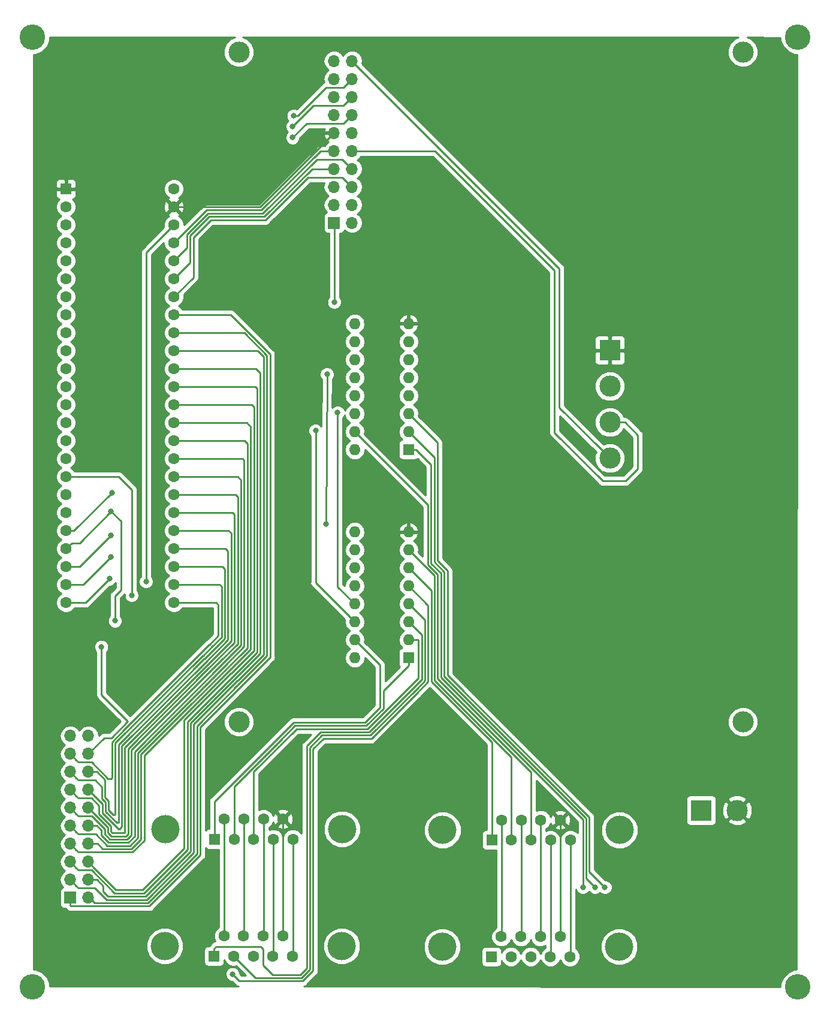
<source format=gbr>
G04 #@! TF.GenerationSoftware,KiCad,Pcbnew,(5.0.0)*
G04 #@! TF.CreationDate,2019-03-26T18:25:38-05:00*
G04 #@! TF.ProjectId,PlayerPiano,506C617965725069616E6F2E6B696361,rev?*
G04 #@! TF.SameCoordinates,Original*
G04 #@! TF.FileFunction,Copper,L2,Bot,Signal*
G04 #@! TF.FilePolarity,Positive*
%FSLAX46Y46*%
G04 Gerber Fmt 4.6, Leading zero omitted, Abs format (unit mm)*
G04 Created by KiCad (PCBNEW (5.0.0)) date 03/26/19 18:25:38*
%MOMM*%
%LPD*%
G01*
G04 APERTURE LIST*
G04 #@! TA.AperFunction,ComponentPad*
%ADD10C,3.600000*%
G04 #@! TD*
G04 #@! TA.AperFunction,ComponentPad*
%ADD11C,3.000000*%
G04 #@! TD*
G04 #@! TA.AperFunction,ComponentPad*
%ADD12R,1.700000X1.700000*%
G04 #@! TD*
G04 #@! TA.AperFunction,ComponentPad*
%ADD13O,1.700000X1.700000*%
G04 #@! TD*
G04 #@! TA.AperFunction,ComponentPad*
%ADD14C,1.600000*%
G04 #@! TD*
G04 #@! TA.AperFunction,ComponentPad*
%ADD15R,1.600000X1.600000*%
G04 #@! TD*
G04 #@! TA.AperFunction,ComponentPad*
%ADD16C,4.000000*%
G04 #@! TD*
G04 #@! TA.AperFunction,ComponentPad*
%ADD17O,1.600000X1.600000*%
G04 #@! TD*
G04 #@! TA.AperFunction,ComponentPad*
%ADD18R,3.000000X3.000000*%
G04 #@! TD*
G04 #@! TA.AperFunction,ViaPad*
%ADD19C,0.800000*%
G04 #@! TD*
G04 #@! TA.AperFunction,Conductor*
%ADD20C,0.250000*%
G04 #@! TD*
G04 #@! TA.AperFunction,Conductor*
%ADD21C,0.254000*%
G04 #@! TD*
G04 APERTURE END LIST*
D10*
G04 #@! TO.P,_,1*
G04 #@! TO.N,N/C*
X276600000Y-209040000D03*
G04 #@! TD*
G04 #@! TO.P,_,1*
G04 #@! TO.N,N/C*
X168500000Y-209040000D03*
G04 #@! TD*
G04 #@! TO.P,_,1*
G04 #@! TO.N,N/C*
X276600000Y-74910000D03*
G04 #@! TD*
G04 #@! TO.P,_,1*
G04 #@! TO.N,N/C*
X168500000Y-74910000D03*
G04 #@! TD*
D11*
G04 #@! TO.P,_,1*
G04 #@! TO.N,N/C*
X197662947Y-77014749D03*
G04 #@! TD*
G04 #@! TO.P,_,1*
G04 #@! TO.N,N/C*
X268862947Y-77014749D03*
G04 #@! TD*
G04 #@! TO.P,_,1*
G04 #@! TO.N,N/C*
X268862947Y-171614749D03*
G04 #@! TD*
D12*
G04 #@! TO.P,J5,1*
G04 #@! TO.N,/+3V3*
X211097947Y-101139749D03*
D13*
G04 #@! TO.P,J5,2*
G04 #@! TO.N,Gate_A*
X213637947Y-101139749D03*
G04 #@! TO.P,J5,3*
G04 #@! TO.N,Gate_B*
X211097947Y-98599749D03*
G04 #@! TO.P,J5,4*
G04 #@! TO.N,Gate_C*
X213637947Y-98599749D03*
G04 #@! TO.P,J5,5*
G04 #@! TO.N,Gate_D*
X211097947Y-96059749D03*
G04 #@! TO.P,J5,6*
G04 #@! TO.N,PITCH_A*
X213637947Y-96059749D03*
G04 #@! TO.P,J5,7*
G04 #@! TO.N,PITCH_B*
X211097947Y-93519749D03*
G04 #@! TO.P,J5,8*
G04 #@! TO.N,PITCH_C*
X213637947Y-93519749D03*
G04 #@! TO.P,J5,9*
G04 #@! TO.N,PITCH_D*
X211097947Y-90979749D03*
G04 #@! TO.P,J5,10*
G04 #@! TO.N,/-12V*
X213637947Y-90979749D03*
G04 #@! TO.P,J5,11*
G04 #@! TO.N,/GND*
X211097947Y-88439749D03*
G04 #@! TO.P,J5,12*
G04 #@! TO.N,SDA_Display*
X213637947Y-88439749D03*
G04 #@! TO.P,J5,13*
G04 #@! TO.N,SCL_Display*
X211097947Y-85899749D03*
G04 #@! TO.P,J5,14*
G04 #@! TO.N,Midi_loop*
X213637947Y-85899749D03*
G04 #@! TO.P,J5,15*
G04 #@! TO.N,Midi_Stop*
X211097947Y-83359749D03*
G04 #@! TO.P,J5,16*
G04 #@! TO.N,Midi_Play_Pause*
X213637947Y-83359749D03*
G04 #@! TO.P,J5,17*
G04 #@! TO.N,Enc_SW*
X211097947Y-80819749D03*
G04 #@! TO.P,J5,18*
G04 #@! TO.N,Enc_B*
X213637947Y-80819749D03*
G04 #@! TO.P,J5,19*
G04 #@! TO.N,Enc_A*
X211097947Y-78279749D03*
G04 #@! TO.P,J5,20*
G04 #@! TO.N,/+12V*
X213637947Y-78279749D03*
G04 #@! TD*
D14*
G04 #@! TO.P,U3,53*
G04 #@! TO.N,/+5V*
X188470000Y-96350000D03*
G04 #@! TO.P,U3,52*
G04 #@! TO.N,/GND*
X188470000Y-98890000D03*
G04 #@! TO.P,U3,51*
G04 #@! TO.N,/+3V3*
X188470000Y-101430000D03*
G04 #@! TO.P,U3,50*
G04 #@! TO.N,PITCH_D*
X188470000Y-103970000D03*
G04 #@! TO.P,U3,49*
G04 #@! TO.N,PITCH_C*
X188470000Y-106510000D03*
G04 #@! TO.P,U3,48*
G04 #@! TO.N,PITCH_B*
X188470000Y-109050000D03*
G04 #@! TO.P,U3,47*
G04 #@! TO.N,PITCH_A*
X188470000Y-111590000D03*
G04 #@! TO.P,U3,46*
G04 #@! TO.N,Net-(J8-Pad1)*
X188470000Y-114130000D03*
G04 #@! TO.P,U3,45*
G04 #@! TO.N,Net-(J8-Pad2)*
X188470000Y-116670000D03*
G04 #@! TO.P,U3,44*
G04 #@! TO.N,Net-(J8-Pad3)*
X188470000Y-119210000D03*
G04 #@! TO.P,U3,43*
G04 #@! TO.N,Net-(J8-Pad4)*
X188470000Y-121750000D03*
G04 #@! TO.P,U3,42*
G04 #@! TO.N,Net-(J8-Pad5)*
X188470000Y-124290000D03*
G04 #@! TO.P,U3,41*
G04 #@! TO.N,Net-(J8-Pad6)*
X188470000Y-126830000D03*
G04 #@! TO.P,U3,40*
G04 #@! TO.N,Net-(J8-Pad7)*
X188470000Y-129370000D03*
G04 #@! TO.P,U3,39*
G04 #@! TO.N,Net-(J8-Pad8)*
X188470000Y-131910000D03*
G04 #@! TO.P,U3,38*
G04 #@! TO.N,Net-(J8-Pad9)*
X188470000Y-134450000D03*
D15*
G04 #@! TO.P,U3,1*
G04 #@! TO.N,/GND*
X173230000Y-96350000D03*
D14*
G04 #@! TO.P,U3,2*
G04 #@! TO.N,Enc_A*
X173230000Y-98890000D03*
G04 #@! TO.P,U3,3*
G04 #@! TO.N,Enc_SW*
X173230000Y-101430000D03*
G04 #@! TO.P,U3,4*
G04 #@! TO.N,Midi_Stop*
X173230000Y-103970000D03*
G04 #@! TO.P,U3,5*
G04 #@! TO.N,SCL_Display*
X173230000Y-106510000D03*
G04 #@! TO.P,U3,6*
G04 #@! TO.N,SDA_Display*
X173230000Y-109050000D03*
G04 #@! TO.P,U3,7*
G04 #@! TO.N,Gate_D*
X173230000Y-111590000D03*
G04 #@! TO.P,U3,8*
G04 #@! TO.N,Gate_B*
X173230000Y-114130000D03*
G04 #@! TO.P,U3,9*
G04 #@! TO.N,Gate_A*
X173230000Y-116670000D03*
G04 #@! TO.P,U3,10*
G04 #@! TO.N,Gate_C*
X173230000Y-119210000D03*
G04 #@! TO.P,U3,11*
G04 #@! TO.N,Enc_B*
X173230000Y-121750000D03*
G04 #@! TO.P,U3,12*
G04 #@! TO.N,Midi_Play_Pause*
X173230000Y-124290000D03*
G04 #@! TO.P,U3,13*
G04 #@! TO.N,Midi_loop*
X173230000Y-126830000D03*
G04 #@! TO.P,U3,37*
G04 #@! TO.N,Net-(J8-Pad10)*
X188470000Y-136990000D03*
G04 #@! TO.P,U3,36*
G04 #@! TO.N,Net-(J8-Pad11)*
X188470000Y-139530000D03*
G04 #@! TO.P,U3,35*
G04 #@! TO.N,Net-(J8-Pad12)*
X188470000Y-142070000D03*
G04 #@! TO.P,U3,34*
G04 #@! TO.N,Net-(J8-Pad13)*
X188470000Y-144610000D03*
G04 #@! TO.P,U3,33*
G04 #@! TO.N,Net-(J8-Pad14)*
X188470000Y-147150000D03*
G04 #@! TO.P,U3,32*
G04 #@! TO.N,Net-(J8-Pad15)*
X188470000Y-149690000D03*
G04 #@! TO.P,U3,31*
G04 #@! TO.N,Net-(J8-Pad16)*
X188470000Y-152230000D03*
G04 #@! TO.P,U3,30*
G04 #@! TO.N,Net-(J8-Pad17)*
X188470000Y-154770000D03*
G04 #@! TO.P,U3,24*
G04 #@! TO.N,SRSEL_CLK*
X173230000Y-154770000D03*
G04 #@! TO.P,U3,23*
G04 #@! TO.N,SRSEL_LATCH_A*
X173230000Y-152230000D03*
G04 #@! TO.P,U3,22*
G04 #@! TO.N,SRSEL_LATCH_B*
X173230000Y-149690000D03*
G04 #@! TO.P,U3,21*
G04 #@! TO.N,SRSEL_ENABLE*
X173230000Y-147150000D03*
G04 #@! TO.P,U3,14*
G04 #@! TO.N,FAULT*
X173230000Y-129370000D03*
G04 #@! TO.P,U3,15*
G04 #@! TO.N,xtra_3V3*
X173230000Y-131910000D03*
G04 #@! TO.P,U3,16*
G04 #@! TO.N,RESET*
X173230000Y-134450000D03*
G04 #@! TO.P,U3,20*
G04 #@! TO.N,SRSEL_DATA*
X173230000Y-144610000D03*
G04 #@! TO.P,U3,19*
G04 #@! TO.N,SER_DATA*
X173230000Y-142070000D03*
G04 #@! TO.P,U3,18*
G04 #@! TO.N,SER_CLK*
X173230000Y-139530000D03*
G04 #@! TO.P,U3,17*
G04 #@! TO.N,nENBL*
X173230000Y-136990000D03*
G04 #@! TD*
D15*
G04 #@! TO.P,J6,1*
G04 #@! TO.N,Net-(J6-Pad1)*
X233340000Y-204780000D03*
D14*
G04 #@! TO.P,J6,2*
G04 #@! TO.N,Net-(J6-Pad2)*
X236110000Y-204780000D03*
G04 #@! TO.P,J6,3*
G04 #@! TO.N,Net-(J6-Pad3)*
X238880000Y-204780000D03*
G04 #@! TO.P,J6,4*
G04 #@! TO.N,SER_CLK*
X241650000Y-204780000D03*
G04 #@! TO.P,J6,5*
G04 #@! TO.N,SER_DATA*
X244420000Y-204780000D03*
G04 #@! TO.P,J6,6*
G04 #@! TO.N,FAULT*
X234725000Y-201940000D03*
G04 #@! TO.P,J6,7*
G04 #@! TO.N,RESET*
X237495000Y-201940000D03*
G04 #@! TO.P,J6,8*
G04 #@! TO.N,nENBL*
X240265000Y-201940000D03*
G04 #@! TO.P,J6,9*
G04 #@! TO.N,/GND*
X243035000Y-201940000D03*
D16*
G04 #@! TO.P,J6,0*
G04 #@! TO.N,N/C*
X251380000Y-203360000D03*
X226380000Y-203360000D03*
G04 #@! TD*
D15*
G04 #@! TO.P,J2,1*
G04 #@! TO.N,Net-(J2-Pad1)*
X194200000Y-188170000D03*
D14*
G04 #@! TO.P,J2,2*
G04 #@! TO.N,Net-(J2-Pad2)*
X196970000Y-188170000D03*
G04 #@! TO.P,J2,3*
G04 #@! TO.N,Net-(J2-Pad3)*
X199740000Y-188170000D03*
G04 #@! TO.P,J2,4*
G04 #@! TO.N,SER_CLK*
X202510000Y-188170000D03*
G04 #@! TO.P,J2,5*
G04 #@! TO.N,SER_DATA*
X205280000Y-188170000D03*
G04 #@! TO.P,J2,6*
G04 #@! TO.N,FAULT*
X195585000Y-185330000D03*
G04 #@! TO.P,J2,7*
G04 #@! TO.N,RESET*
X198355000Y-185330000D03*
G04 #@! TO.P,J2,8*
G04 #@! TO.N,nENBL*
X201125000Y-185330000D03*
G04 #@! TO.P,J2,9*
G04 #@! TO.N,/GND*
X203895000Y-185330000D03*
D16*
G04 #@! TO.P,J2,0*
G04 #@! TO.N,N/C*
X212240000Y-186750000D03*
X187240000Y-186750000D03*
G04 #@! TD*
G04 #@! TO.P,J3,0*
G04 #@! TO.N,N/C*
X187190000Y-203270000D03*
X212190000Y-203270000D03*
D14*
G04 #@! TO.P,J3,9*
G04 #@! TO.N,/GND*
X203845000Y-201850000D03*
G04 #@! TO.P,J3,8*
G04 #@! TO.N,nENBL*
X201075000Y-201850000D03*
G04 #@! TO.P,J3,7*
G04 #@! TO.N,RESET*
X198305000Y-201850000D03*
G04 #@! TO.P,J3,6*
G04 #@! TO.N,FAULT*
X195535000Y-201850000D03*
G04 #@! TO.P,J3,5*
G04 #@! TO.N,SER_DATA*
X205230000Y-204690000D03*
G04 #@! TO.P,J3,4*
G04 #@! TO.N,SER_CLK*
X202460000Y-204690000D03*
G04 #@! TO.P,J3,3*
G04 #@! TO.N,Net-(J3-Pad3)*
X199690000Y-204690000D03*
G04 #@! TO.P,J3,2*
G04 #@! TO.N,Net-(J3-Pad2)*
X196920000Y-204690000D03*
D15*
G04 #@! TO.P,J3,1*
G04 #@! TO.N,Net-(J3-Pad1)*
X194150000Y-204690000D03*
G04 #@! TD*
G04 #@! TO.P,J4,1*
G04 #@! TO.N,Net-(J4-Pad1)*
X233390000Y-188310000D03*
D14*
G04 #@! TO.P,J4,2*
G04 #@! TO.N,Net-(J4-Pad2)*
X236160000Y-188310000D03*
G04 #@! TO.P,J4,3*
G04 #@! TO.N,Net-(J4-Pad3)*
X238930000Y-188310000D03*
G04 #@! TO.P,J4,4*
G04 #@! TO.N,SER_CLK*
X241700000Y-188310000D03*
G04 #@! TO.P,J4,5*
G04 #@! TO.N,SER_DATA*
X244470000Y-188310000D03*
G04 #@! TO.P,J4,6*
G04 #@! TO.N,FAULT*
X234775000Y-185470000D03*
G04 #@! TO.P,J4,7*
G04 #@! TO.N,RESET*
X237545000Y-185470000D03*
G04 #@! TO.P,J4,8*
G04 #@! TO.N,nENBL*
X240315000Y-185470000D03*
G04 #@! TO.P,J4,9*
G04 #@! TO.N,/GND*
X243085000Y-185470000D03*
D16*
G04 #@! TO.P,J4,0*
G04 #@! TO.N,N/C*
X251430000Y-186890000D03*
X226430000Y-186890000D03*
G04 #@! TD*
D15*
G04 #@! TO.P,U1,1*
G04 #@! TO.N,Net-(J2-Pad2)*
X221640000Y-162570000D03*
D17*
G04 #@! TO.P,U1,9*
G04 #@! TO.N,Net-(U1-Pad9)*
X214020000Y-144790000D03*
G04 #@! TO.P,U1,2*
G04 #@! TO.N,Net-(J2-Pad3)*
X221640000Y-160030000D03*
G04 #@! TO.P,U1,10*
G04 #@! TO.N,/+3V3*
X214020000Y-147330000D03*
G04 #@! TO.P,U1,3*
G04 #@! TO.N,Net-(J3-Pad1)*
X221640000Y-157490000D03*
G04 #@! TO.P,U1,11*
G04 #@! TO.N,SRSEL_CLK*
X214020000Y-149870000D03*
G04 #@! TO.P,U1,4*
G04 #@! TO.N,Net-(J3-Pad2)*
X221640000Y-154950000D03*
G04 #@! TO.P,U1,12*
G04 #@! TO.N,SRSEL_LATCH_A*
X214020000Y-152410000D03*
G04 #@! TO.P,U1,5*
G04 #@! TO.N,Net-(J3-Pad3)*
X221640000Y-152410000D03*
G04 #@! TO.P,U1,13*
G04 #@! TO.N,SRSEL_ENABLE*
X214020000Y-154950000D03*
G04 #@! TO.P,U1,6*
G04 #@! TO.N,Net-(J4-Pad1)*
X221640000Y-149870000D03*
G04 #@! TO.P,U1,14*
G04 #@! TO.N,SRSEL_DATA*
X214020000Y-157490000D03*
G04 #@! TO.P,U1,7*
G04 #@! TO.N,Net-(J4-Pad2)*
X221640000Y-147330000D03*
G04 #@! TO.P,U1,15*
G04 #@! TO.N,Net-(J2-Pad1)*
X214020000Y-160030000D03*
G04 #@! TO.P,U1,8*
G04 #@! TO.N,/GND*
X221640000Y-144790000D03*
G04 #@! TO.P,U1,16*
G04 #@! TO.N,/+3V3*
X214020000Y-162570000D03*
G04 #@! TD*
G04 #@! TO.P,U2,16*
G04 #@! TO.N,/+3V3*
X214020000Y-133170000D03*
G04 #@! TO.P,U2,8*
G04 #@! TO.N,/GND*
X221640000Y-115390000D03*
G04 #@! TO.P,U2,15*
G04 #@! TO.N,Net-(J4-Pad3)*
X214020000Y-130630000D03*
G04 #@! TO.P,U2,7*
G04 #@! TO.N,Net-(U2-Pad7)*
X221640000Y-117930000D03*
G04 #@! TO.P,U2,14*
G04 #@! TO.N,SRSEL_DATA*
X214020000Y-128090000D03*
G04 #@! TO.P,U2,6*
G04 #@! TO.N,Net-(U2-Pad6)*
X221640000Y-120470000D03*
G04 #@! TO.P,U2,13*
G04 #@! TO.N,SRSEL_ENABLE*
X214020000Y-125550000D03*
G04 #@! TO.P,U2,5*
G04 #@! TO.N,Net-(U2-Pad5)*
X221640000Y-123010000D03*
G04 #@! TO.P,U2,12*
G04 #@! TO.N,SRSEL_LATCH_B*
X214020000Y-123010000D03*
G04 #@! TO.P,U2,4*
G04 #@! TO.N,Net-(U2-Pad4)*
X221640000Y-125550000D03*
G04 #@! TO.P,U2,11*
G04 #@! TO.N,SRSEL_CLK*
X214020000Y-120470000D03*
G04 #@! TO.P,U2,3*
G04 #@! TO.N,Net-(J6-Pad3)*
X221640000Y-128090000D03*
G04 #@! TO.P,U2,10*
G04 #@! TO.N,/+3V3*
X214020000Y-117930000D03*
G04 #@! TO.P,U2,2*
G04 #@! TO.N,Net-(J6-Pad2)*
X221640000Y-130630000D03*
G04 #@! TO.P,U2,9*
G04 #@! TO.N,Net-(U2-Pad9)*
X214020000Y-115390000D03*
D15*
G04 #@! TO.P,U2,1*
G04 #@! TO.N,Net-(J6-Pad1)*
X221640000Y-133170000D03*
G04 #@! TD*
D11*
G04 #@! TO.P,J1,2*
G04 #@! TO.N,/+5V*
X250060000Y-124210000D03*
G04 #@! TO.P,J1,3*
G04 #@! TO.N,/-12V*
X250060000Y-129290000D03*
D18*
G04 #@! TO.P,J1,1*
G04 #@! TO.N,/GND*
X250060000Y-119130000D03*
D11*
G04 #@! TO.P,J1,4*
G04 #@! TO.N,/+12V*
X250060000Y-134370000D03*
G04 #@! TD*
D18*
G04 #@! TO.P,J7,1*
G04 #@! TO.N,/+12V*
X262970000Y-184110000D03*
D11*
G04 #@! TO.P,J7,2*
G04 #@! TO.N,/GND*
X268050000Y-184110000D03*
G04 #@! TD*
G04 #@! TO.P,_,1*
G04 #@! TO.N,N/C*
X197662947Y-171614749D03*
G04 #@! TD*
D12*
G04 #@! TO.P,J8,1*
G04 #@! TO.N,Net-(J8-Pad1)*
X173840000Y-196460000D03*
D13*
G04 #@! TO.P,J8,2*
G04 #@! TO.N,Net-(J8-Pad2)*
X176380000Y-196460000D03*
G04 #@! TO.P,J8,3*
G04 #@! TO.N,Net-(J8-Pad3)*
X173840000Y-193920000D03*
G04 #@! TO.P,J8,4*
G04 #@! TO.N,Net-(J8-Pad4)*
X176380000Y-193920000D03*
G04 #@! TO.P,J8,5*
G04 #@! TO.N,Net-(J8-Pad5)*
X173840000Y-191380000D03*
G04 #@! TO.P,J8,6*
G04 #@! TO.N,Net-(J8-Pad6)*
X176380000Y-191380000D03*
G04 #@! TO.P,J8,7*
G04 #@! TO.N,Net-(J8-Pad7)*
X173840000Y-188840000D03*
G04 #@! TO.P,J8,8*
G04 #@! TO.N,Net-(J8-Pad8)*
X176380000Y-188840000D03*
G04 #@! TO.P,J8,9*
G04 #@! TO.N,Net-(J8-Pad9)*
X173840000Y-186300000D03*
G04 #@! TO.P,J8,10*
G04 #@! TO.N,Net-(J8-Pad10)*
X176380000Y-186300000D03*
G04 #@! TO.P,J8,11*
G04 #@! TO.N,Net-(J8-Pad11)*
X173840000Y-183760000D03*
G04 #@! TO.P,J8,12*
G04 #@! TO.N,Net-(J8-Pad12)*
X176380000Y-183760000D03*
G04 #@! TO.P,J8,13*
G04 #@! TO.N,Net-(J8-Pad13)*
X173840000Y-181220000D03*
G04 #@! TO.P,J8,14*
G04 #@! TO.N,Net-(J8-Pad14)*
X176380000Y-181220000D03*
G04 #@! TO.P,J8,15*
G04 #@! TO.N,Net-(J8-Pad15)*
X173840000Y-178680000D03*
G04 #@! TO.P,J8,16*
G04 #@! TO.N,Net-(J8-Pad16)*
X176380000Y-178680000D03*
G04 #@! TO.P,J8,17*
G04 #@! TO.N,Net-(J8-Pad17)*
X173840000Y-176140000D03*
G04 #@! TO.P,J8,18*
G04 #@! TO.N,xtra_3V3*
X176380000Y-176140000D03*
G04 #@! TO.P,J8,19*
G04 #@! TO.N,Net-(J8-Pad19)*
X173840000Y-173600000D03*
G04 #@! TO.P,J8,20*
G04 #@! TO.N,Net-(J8-Pad20)*
X176380000Y-173600000D03*
G04 #@! TD*
D19*
G04 #@! TO.N,SRSEL_CLK*
X179360000Y-151410000D03*
X210110000Y-122520000D03*
X209940000Y-143680000D03*
G04 #@! TO.N,SRSEL_DATA*
X179740000Y-139231370D03*
X208490000Y-130495001D03*
G04 #@! TO.N,Net-(J3-Pad3)*
X196750000Y-207240000D03*
G04 #@! TO.N,/+3V3*
X184540000Y-151800000D03*
X211130000Y-112330000D03*
G04 #@! TO.N,Midi_loop*
X205230000Y-89090000D03*
G04 #@! TO.N,Midi_Play_Pause*
X205220000Y-87530000D03*
G04 #@! TO.N,Enc_B*
X205380000Y-86020000D03*
G04 #@! TO.N,nENBL*
X182520000Y-153750000D03*
G04 #@! TO.N,Net-(J6-Pad1)*
X246250000Y-194970000D03*
G04 #@! TO.N,Net-(J6-Pad2)*
X247960000Y-194960000D03*
G04 #@! TO.N,Net-(J6-Pad3)*
X249370000Y-194970000D03*
G04 #@! TO.N,SRSEL_ENABLE*
X179610000Y-141870000D03*
X211614999Y-127955001D03*
X180150000Y-157340000D03*
G04 #@! TO.N,SRSEL_LATCH_B*
X179610000Y-145260000D03*
G04 #@! TO.N,SRSEL_LATCH_A*
X179550000Y-148340000D03*
G04 #@! TO.N,xtra_3V3*
X178230000Y-161010000D03*
G04 #@! TD*
D20*
G04 #@! TO.N,/GND*
X200647696Y-98890000D02*
X211097947Y-88439749D01*
X188470000Y-98890000D02*
X200647696Y-98890000D01*
X203895000Y-201800000D02*
X203845000Y-201850000D01*
X203895000Y-185330000D02*
X203895000Y-201800000D01*
X243085000Y-201890000D02*
X243035000Y-201940000D01*
X243085000Y-185470000D02*
X243085000Y-201890000D01*
G04 #@! TO.N,Net-(J2-Pad1)*
X217590000Y-163600000D02*
X217590000Y-169580000D01*
X214020000Y-160030000D02*
X217590000Y-163600000D01*
X217590000Y-169580000D02*
X215470000Y-171700000D01*
X215470000Y-171700000D02*
X205370000Y-171700000D01*
X194200000Y-182870000D02*
X194200000Y-188170000D01*
X205370000Y-171700000D02*
X194200000Y-182870000D01*
G04 #@! TO.N,Net-(J2-Pad2)*
X196970000Y-180736410D02*
X196970000Y-188170000D01*
X203416410Y-174290000D02*
X196970000Y-180736410D01*
X203450000Y-174290000D02*
X203416410Y-174290000D01*
X221640000Y-163620000D02*
X218070000Y-167190000D01*
X221640000Y-162570000D02*
X221640000Y-163620000D01*
X218070000Y-167190000D02*
X218070000Y-169736410D01*
X218070000Y-169736410D02*
X215656400Y-172150010D01*
X215656400Y-172150010D02*
X205589990Y-172150010D01*
X205589990Y-172150010D02*
X203450000Y-174290000D01*
G04 #@! TO.N,Net-(J2-Pad3)*
X199740000Y-187038630D02*
X199740000Y-188170000D01*
X223040000Y-160030000D02*
X223040000Y-165402820D01*
X223040000Y-165402820D02*
X215842800Y-172600020D01*
X221640000Y-160030000D02*
X223040000Y-160030000D01*
X215842800Y-172600020D02*
X205776390Y-172600020D01*
X205776390Y-172600020D02*
X199740000Y-178636410D01*
X199740000Y-178636410D02*
X199740000Y-187038630D01*
G04 #@! TO.N,SRSEL_CLK*
X173230000Y-154770000D02*
X176000000Y-154770000D01*
X176000000Y-154770000D02*
X179360000Y-151410000D01*
X179360000Y-151410000D02*
X179550000Y-151220000D01*
X210110000Y-122520000D02*
X209940000Y-143680000D01*
X209940000Y-143680000D02*
X210110000Y-143510000D01*
G04 #@! TO.N,SRSEL_DATA*
X174361370Y-144610000D02*
X179740000Y-139231370D01*
X173230000Y-144610000D02*
X174361370Y-144610000D01*
X179740000Y-139231370D02*
X179740000Y-139231370D01*
X208490000Y-151960000D02*
X214020000Y-157490000D01*
X208490000Y-130495001D02*
X208490000Y-151960000D01*
G04 #@! TO.N,Net-(J3-Pad1)*
X194150000Y-203640000D02*
X194150000Y-204690000D01*
X200750000Y-203340000D02*
X194450000Y-203340000D01*
X201080000Y-203670000D02*
X200750000Y-203340000D01*
X206300000Y-207320000D02*
X202430000Y-207320000D01*
X207230000Y-206390000D02*
X206300000Y-207320000D01*
X223490010Y-159340010D02*
X223490009Y-165589221D01*
X194450000Y-203340000D02*
X194150000Y-203640000D01*
X216029200Y-173050030D02*
X209219970Y-173050030D01*
X201080000Y-205970000D02*
X201080000Y-203670000D01*
X209219970Y-173050030D02*
X207230000Y-175040000D01*
X202430000Y-207320000D02*
X201080000Y-205970000D01*
X221640000Y-157490000D02*
X223490010Y-159340010D01*
X223490009Y-165589221D02*
X216029200Y-173050030D01*
X207230000Y-175040000D02*
X207230000Y-206390000D01*
G04 #@! TO.N,Net-(J3-Pad2)*
X206486400Y-207770010D02*
X200000010Y-207770010D01*
X209406370Y-173500040D02*
X207680010Y-175226400D01*
X207680010Y-175226400D02*
X207680009Y-206576401D01*
X221640000Y-154950000D02*
X223940019Y-157250019D01*
X207680009Y-206576401D02*
X206486400Y-207770010D01*
X223940019Y-165789981D02*
X222900000Y-166830000D01*
X223940019Y-157250019D02*
X223940019Y-165789981D01*
X222900000Y-166830000D02*
X222885640Y-166830000D01*
X222885640Y-166830000D02*
X216215600Y-173500040D01*
X200000010Y-207770010D02*
X196920000Y-204690000D01*
X216215600Y-173500040D02*
X209406370Y-173500040D01*
G04 #@! TO.N,Net-(J3-Pad3)*
X221640000Y-152410000D02*
X224400000Y-155170000D01*
X222756410Y-167610000D02*
X222742050Y-167610000D01*
X224400000Y-155170000D02*
X224400000Y-165966410D01*
X224400000Y-165966410D02*
X222756410Y-167610000D01*
X222742050Y-167610000D02*
X216402000Y-173950050D01*
X216402000Y-173950050D02*
X209592770Y-173950050D01*
X209592770Y-173950050D02*
X208130019Y-175412801D01*
X208130019Y-175412801D02*
X208130018Y-206762802D01*
X208130018Y-206762802D02*
X206672800Y-208220020D01*
X206672800Y-208220020D02*
X197730020Y-208220020D01*
X197730020Y-208220020D02*
X196750000Y-207240000D01*
X196750000Y-207240000D02*
X196750000Y-207240000D01*
G04 #@! TO.N,Net-(J4-Pad1)*
X233390000Y-174490000D02*
X233390000Y-188310000D01*
X224850010Y-165950010D02*
X233390000Y-174490000D01*
X221640000Y-149870000D02*
X224850010Y-153080010D01*
X224850010Y-153080010D02*
X224850010Y-165950010D01*
G04 #@! TO.N,Net-(J4-Pad2)*
X236160000Y-176600000D02*
X236160000Y-188310000D01*
X225300020Y-165740020D02*
X236160000Y-176600000D01*
X221640000Y-147330000D02*
X225300020Y-150990020D01*
X225300020Y-150990020D02*
X225300020Y-165740020D01*
G04 #@! TO.N,Net-(J4-Pad3)*
X224360000Y-149413590D02*
X225750030Y-150803620D01*
X214020000Y-130630000D02*
X224360000Y-140970000D01*
X224360000Y-140970000D02*
X224360000Y-149413590D01*
X225750030Y-150803620D02*
X225750030Y-165553620D01*
X238930000Y-178733590D02*
X238930000Y-188310000D01*
X225750030Y-165553620D02*
X238930000Y-178733590D01*
G04 #@! TO.N,/+3V3*
X184540000Y-105360000D02*
X188470000Y-101430000D01*
X184540000Y-151800000D02*
X184540000Y-105360000D01*
X211130000Y-101171802D02*
X211097947Y-101139749D01*
X211130000Y-112330000D02*
X211130000Y-101171802D01*
G04 #@! TO.N,PITCH_A*
X212787948Y-95209750D02*
X213637947Y-96059749D01*
X212272948Y-94694750D02*
X212787948Y-95209750D01*
X207441660Y-94694750D02*
X212272948Y-94694750D01*
X188470000Y-111590000D02*
X191218224Y-108841776D01*
X191218224Y-108841776D02*
X191218225Y-103171775D01*
X191218225Y-103171775D02*
X193680000Y-100710000D01*
X193680000Y-100710000D02*
X193680009Y-100710009D01*
X193680009Y-100710009D02*
X201426401Y-100710009D01*
X201426401Y-100710009D02*
X207441660Y-94694750D01*
G04 #@! TO.N,PITCH_B*
X207980251Y-93519749D02*
X211097947Y-93519749D01*
X201240000Y-100260000D02*
X207980251Y-93519749D01*
X193452820Y-100260000D02*
X201240000Y-100260000D01*
X190768215Y-102944605D02*
X193452820Y-100260000D01*
X188470000Y-109050000D02*
X190768215Y-106751785D01*
X190768215Y-106751785D02*
X190768215Y-102944605D01*
G04 #@! TO.N,PITCH_C*
X212787948Y-92669750D02*
X213637947Y-93519749D01*
X212272948Y-92154750D02*
X212787948Y-92669750D01*
X190318205Y-104661795D02*
X190318205Y-102758205D01*
X190318205Y-102758205D02*
X193276410Y-99800000D01*
X193276410Y-99800000D02*
X201010514Y-99800000D01*
X188470000Y-106510000D02*
X190318205Y-104661795D01*
X201010514Y-99800000D02*
X201020498Y-99790018D01*
X208655766Y-92154750D02*
X212272948Y-92154750D01*
X201020498Y-99790018D02*
X208655766Y-92154750D01*
G04 #@! TO.N,PITCH_D*
X209194357Y-90979749D02*
X211097947Y-90979749D01*
X200834097Y-99340009D02*
X209194357Y-90979749D01*
X188470000Y-103970000D02*
X193099990Y-99340010D01*
X193099990Y-99340010D02*
X200834097Y-99340009D01*
G04 #@! TO.N,Midi_loop*
X212787948Y-86749748D02*
X213637947Y-85899749D01*
X212462946Y-87074750D02*
X212787948Y-86749748D01*
X207245250Y-87074750D02*
X212462946Y-87074750D01*
X205230000Y-89090000D02*
X207245250Y-87074750D01*
G04 #@! TO.N,Midi_Play_Pause*
X212787948Y-84209748D02*
X213637947Y-83359749D01*
X212462946Y-84534750D02*
X212787948Y-84209748D01*
X208215250Y-84534750D02*
X212462946Y-84534750D01*
X205220000Y-87530000D02*
X208215250Y-84534750D01*
G04 #@! TO.N,Enc_B*
X212787948Y-81669748D02*
X213637947Y-80819749D01*
X212462946Y-81994750D02*
X212787948Y-81669748D01*
X209970935Y-81994750D02*
X212462946Y-81994750D01*
X205945685Y-86020000D02*
X209970935Y-81994750D01*
X205380000Y-86020000D02*
X205945685Y-86020000D01*
G04 #@! TO.N,/+12V*
X248560001Y-132870001D02*
X250060000Y-134370000D01*
X242920000Y-127230000D02*
X248560001Y-132870001D01*
X242920000Y-107561802D02*
X242920000Y-127230000D01*
X213637947Y-78279749D02*
X242920000Y-107561802D01*
G04 #@! TO.N,/-12V*
X252181320Y-129290000D02*
X254020000Y-131128680D01*
X250060000Y-129290000D02*
X252181320Y-129290000D01*
X254020000Y-131128680D02*
X254020000Y-135850000D01*
X254020000Y-135850000D02*
X252290000Y-137580000D01*
X252290000Y-137580000D02*
X249060000Y-137580000D01*
X249060000Y-137580000D02*
X242250000Y-130770000D01*
X242250000Y-130770000D02*
X242250000Y-107860000D01*
X225369749Y-90979749D02*
X213637947Y-90979749D01*
X242250000Y-107860000D02*
X225369749Y-90979749D01*
G04 #@! TO.N,nENBL*
X201125000Y-201800000D02*
X201075000Y-201850000D01*
X201125000Y-185330000D02*
X201125000Y-201800000D01*
X240315000Y-201890000D02*
X240265000Y-201940000D01*
X240315000Y-185470000D02*
X240315000Y-201890000D01*
X182520000Y-153750000D02*
X182520000Y-138820000D01*
X180690000Y-136990000D02*
X173230000Y-136990000D01*
X182520000Y-138820000D02*
X180690000Y-136990000D01*
G04 #@! TO.N,RESET*
X198355000Y-201800000D02*
X198305000Y-201850000D01*
X198355000Y-185330000D02*
X198355000Y-201800000D01*
X237545000Y-201890000D02*
X237495000Y-201940000D01*
X237545000Y-185470000D02*
X237545000Y-201890000D01*
G04 #@! TO.N,FAULT*
X195585000Y-201800000D02*
X195535000Y-201850000D01*
X195585000Y-185330000D02*
X195585000Y-201800000D01*
X234775000Y-201890000D02*
X234725000Y-201940000D01*
X234775000Y-185470000D02*
X234775000Y-201890000D01*
G04 #@! TO.N,SER_DATA*
X205280000Y-204640000D02*
X205230000Y-204690000D01*
X205280000Y-188170000D02*
X205280000Y-204640000D01*
X244470000Y-204730000D02*
X244420000Y-204780000D01*
X244470000Y-188310000D02*
X244470000Y-204730000D01*
G04 #@! TO.N,SER_CLK*
X202510000Y-204640000D02*
X202460000Y-204690000D01*
X202510000Y-188170000D02*
X202510000Y-204640000D01*
X241700000Y-204730000D02*
X241650000Y-204780000D01*
X241700000Y-188310000D02*
X241700000Y-204730000D01*
G04 #@! TO.N,Net-(J6-Pad1)*
X224810010Y-135290010D02*
X224810010Y-140783600D01*
X221640000Y-133170000D02*
X222690000Y-133170000D01*
X222690000Y-133170000D02*
X224810010Y-135290010D01*
X224810010Y-140783600D02*
X224810010Y-149227190D01*
X224810010Y-149227190D02*
X226220000Y-150637180D01*
X226220000Y-150637180D02*
X226220000Y-165387180D01*
X226220000Y-165387180D02*
X246250000Y-185417180D01*
X246250000Y-185417180D02*
X246250000Y-194970000D01*
X246250000Y-194970000D02*
X246250000Y-195000000D01*
G04 #@! TO.N,Net-(J6-Pad2)*
X225260020Y-134250020D02*
X225260020Y-135103610D01*
X221640000Y-130630000D02*
X225260020Y-134250020D01*
X225260020Y-135103610D02*
X225260020Y-149040020D01*
X225260020Y-149040020D02*
X226670000Y-150450000D01*
X226670000Y-150450000D02*
X226670000Y-165200770D01*
X226670000Y-165200770D02*
X246700010Y-185230780D01*
X246700010Y-185230780D02*
X246700010Y-193700010D01*
X246700010Y-193700010D02*
X247960000Y-194960000D01*
X247960000Y-194960000D02*
X247960000Y-194960000D01*
G04 #@! TO.N,Net-(J6-Pad3)*
X225710030Y-132160030D02*
X225710030Y-134917210D01*
X221640000Y-128090000D02*
X225710030Y-132160030D01*
X225710030Y-134917210D02*
X225710030Y-148853620D01*
X225710030Y-148853620D02*
X227140000Y-150283590D01*
X227140000Y-150283590D02*
X227140000Y-158120000D01*
X227140000Y-158120000D02*
X227140000Y-165034360D01*
X227140000Y-165034360D02*
X247150020Y-185044380D01*
X247150020Y-185044380D02*
X247150020Y-190370000D01*
X247150020Y-190370000D02*
X247150020Y-192750020D01*
X247150020Y-192750020D02*
X249370000Y-194970000D01*
X249370000Y-194970000D02*
X249370000Y-194970000D01*
G04 #@! TO.N,SRSEL_ENABLE*
X174029999Y-146350001D02*
X175129999Y-146350001D01*
X173230000Y-147150000D02*
X174029999Y-146350001D01*
X175129999Y-146350001D02*
X179610000Y-141870000D01*
X179610000Y-141870000D02*
X179610000Y-141870000D01*
X211614999Y-152544999D02*
X214020000Y-154950000D01*
X211614999Y-127955001D02*
X211614999Y-152544999D01*
X180150000Y-157340000D02*
X180150000Y-153810000D01*
X180150000Y-153810000D02*
X181010000Y-152950000D01*
X181010000Y-143270000D02*
X179610000Y-141870000D01*
X181010000Y-152950000D02*
X181010000Y-143270000D01*
G04 #@! TO.N,SRSEL_LATCH_B*
X173230000Y-149690000D02*
X175180000Y-149690000D01*
X175180000Y-149690000D02*
X179610000Y-145260000D01*
X179610000Y-145260000D02*
X179610000Y-145260000D01*
G04 #@! TO.N,SRSEL_LATCH_A*
X173230000Y-152230000D02*
X175660000Y-152230000D01*
X175660000Y-152230000D02*
X179550000Y-148340000D01*
X179550000Y-148340000D02*
X179550000Y-148340000D01*
G04 #@! TO.N,Net-(J8-Pad1)*
X188470000Y-114130000D02*
X196510000Y-114130000D01*
X196510000Y-114130000D02*
X202050000Y-119670000D01*
X202050000Y-119670000D02*
X202050000Y-162500000D01*
X198170000Y-166380000D02*
X198020000Y-166530000D01*
X202050000Y-162500000D02*
X198170000Y-166380000D01*
X173840000Y-197560000D02*
X173840000Y-196460000D01*
X173915001Y-197635001D02*
X173840000Y-197560000D01*
X185004999Y-197635001D02*
X173915001Y-197635001D01*
X192190000Y-190450000D02*
X185004999Y-197635001D01*
X192190000Y-172360000D02*
X192190000Y-190450000D01*
X198170000Y-166380000D02*
X192190000Y-172360000D01*
G04 #@! TO.N,Net-(J8-Pad2)*
X177260000Y-197170000D02*
X176550000Y-196460000D01*
X184820000Y-197170000D02*
X177260000Y-197170000D01*
X191740000Y-190250000D02*
X184820000Y-197170000D01*
X176550000Y-196460000D02*
X176380000Y-196460000D01*
X191740000Y-172166410D02*
X191740000Y-190250000D01*
X198410000Y-116670000D02*
X201590000Y-119850000D01*
X188470000Y-116670000D02*
X198410000Y-116670000D01*
X201590000Y-162320000D02*
X197730000Y-166180000D01*
X197730000Y-166180000D02*
X197726410Y-166180000D01*
X201590000Y-119850000D02*
X201590000Y-162320000D01*
X197726410Y-166180000D02*
X191740000Y-172166410D01*
G04 #@! TO.N,Net-(J8-Pad3)*
X175015001Y-195095001D02*
X174689999Y-194769999D01*
X174689999Y-194769999D02*
X173840000Y-193920000D01*
X184620010Y-196719990D02*
X178939990Y-196719990D01*
X191280000Y-190060000D02*
X184620010Y-196719990D01*
X191280000Y-171986410D02*
X191280000Y-190060000D01*
X188470000Y-119210000D02*
X200310000Y-119210000D01*
X177315001Y-195095001D02*
X175015001Y-195095001D01*
X200310000Y-119210000D02*
X201130000Y-120030000D01*
X178939990Y-196719990D02*
X177315001Y-195095001D01*
X201130000Y-120030000D02*
X201130000Y-162140000D01*
X201130000Y-162140000D02*
X197480000Y-165790000D01*
X197480000Y-165790000D02*
X197476410Y-165790000D01*
X197476410Y-165790000D02*
X191280000Y-171986410D01*
G04 #@! TO.N,Net-(J8-Pad4)*
X178510000Y-195610000D02*
X178510000Y-194847919D01*
X190830000Y-189860000D02*
X184440000Y-196250000D01*
X179150000Y-196250000D02*
X178510000Y-195610000D01*
X190830000Y-171786410D02*
X190830000Y-189860000D01*
X188470000Y-121750000D02*
X200080000Y-121750000D01*
X200680000Y-122350000D02*
X200680000Y-161950000D01*
X178510000Y-194847919D02*
X177582081Y-193920000D01*
X200080000Y-121750000D02*
X200680000Y-122350000D01*
X200680000Y-161950000D02*
X197250000Y-165380000D01*
X177582081Y-193920000D02*
X176380000Y-193920000D01*
X184440000Y-196250000D02*
X179150000Y-196250000D01*
X197250000Y-165380000D02*
X197236410Y-165380000D01*
X197236410Y-165380000D02*
X190830000Y-171786410D01*
G04 #@! TO.N,Net-(J8-Pad5)*
X176853492Y-192555001D02*
X175015001Y-192555001D01*
X180098491Y-195800000D02*
X176853492Y-192555001D01*
X175015001Y-192555001D02*
X174689999Y-192229999D01*
X184240000Y-195800000D02*
X180098491Y-195800000D01*
X190380000Y-189660000D02*
X184240000Y-195800000D01*
X190380000Y-171596410D02*
X190380000Y-189660000D01*
X188470000Y-124290000D02*
X200000000Y-124290000D01*
X200000000Y-124290000D02*
X200230000Y-124520000D01*
X174689999Y-192229999D02*
X173840000Y-191380000D01*
X200230000Y-124520000D02*
X200230000Y-161750000D01*
X200230000Y-161750000D02*
X196910000Y-165070000D01*
X196910000Y-165070000D02*
X196906410Y-165070000D01*
X196906410Y-165070000D02*
X190380000Y-171596410D01*
G04 #@! TO.N,Net-(J8-Pad6)*
X199779990Y-127139990D02*
X199470000Y-126830000D01*
X199779990Y-161560010D02*
X199779990Y-127139990D01*
X196549991Y-164790009D02*
X199779990Y-161560010D01*
X196519991Y-164790009D02*
X196549991Y-164790009D01*
X189929990Y-188010010D02*
X189929990Y-171380010D01*
X189910000Y-188030000D02*
X189929990Y-188010010D01*
X176380000Y-191380000D02*
X177229999Y-192229999D01*
X189929990Y-171380010D02*
X196519991Y-164790009D01*
X177229999Y-192229999D02*
X177229999Y-192295098D01*
X199470000Y-126830000D02*
X188470000Y-126830000D01*
X177229999Y-192295098D02*
X180284901Y-195350000D01*
X180284901Y-195350000D02*
X184050000Y-195350000D01*
X184050000Y-195350000D02*
X189910000Y-189490000D01*
X189910000Y-189490000D02*
X189910000Y-188030000D01*
G04 #@! TO.N,Net-(J8-Pad7)*
X175015001Y-190015001D02*
X174689999Y-189689999D01*
X182634999Y-190015001D02*
X175015001Y-190015001D01*
X184300000Y-188350000D02*
X182634999Y-190015001D01*
X188470000Y-129370000D02*
X198770000Y-129370000D01*
X174689999Y-189689999D02*
X173840000Y-188840000D01*
X198770000Y-129370000D02*
X199320000Y-129920000D01*
X199320000Y-129920000D02*
X199320000Y-161370000D01*
X184300000Y-176366410D02*
X184300000Y-188350000D01*
X199320000Y-161370000D02*
X196350000Y-164340000D01*
X196350000Y-164340000D02*
X196326410Y-164340000D01*
X196326410Y-164340000D02*
X184300000Y-176366410D01*
G04 #@! TO.N,Net-(J8-Pad8)*
X177670000Y-188840000D02*
X176380000Y-188840000D01*
X178390000Y-189560000D02*
X177670000Y-188840000D01*
X182440000Y-189560000D02*
X178390000Y-189560000D01*
X183830000Y-188170000D02*
X182440000Y-189560000D01*
X183830000Y-176190000D02*
X183830000Y-188170000D01*
X198410000Y-131910000D02*
X198850000Y-132350000D01*
X188470000Y-131910000D02*
X198410000Y-131910000D01*
X198850000Y-161180000D02*
X190010000Y-170020000D01*
X198850000Y-132350000D02*
X198850000Y-161180000D01*
X190010000Y-170020000D02*
X190000000Y-170020000D01*
X190000000Y-170020000D02*
X183830000Y-176190000D01*
G04 #@! TO.N,Net-(J8-Pad9)*
X174689999Y-187149999D02*
X173840000Y-186300000D01*
X175015001Y-187475001D02*
X174689999Y-187149999D01*
X182250000Y-189110000D02*
X179070000Y-189110000D01*
X183380000Y-187980000D02*
X182250000Y-189110000D01*
X183380000Y-176000000D02*
X183380000Y-187980000D01*
X184580000Y-174800000D02*
X183380000Y-176000000D01*
X177435001Y-187475001D02*
X175015001Y-187475001D01*
X184583590Y-174800000D02*
X184580000Y-174800000D01*
X188470000Y-134450000D02*
X198160000Y-134450000D01*
X198160000Y-134450000D02*
X198400000Y-134690000D01*
X179070000Y-189110000D02*
X177435001Y-187475001D01*
X198400000Y-160980000D02*
X195730000Y-163650000D01*
X198400000Y-134690000D02*
X198400000Y-160980000D01*
X195730000Y-163650000D02*
X195730000Y-163653590D01*
X195730000Y-163653590D02*
X184583590Y-174800000D01*
G04 #@! TO.N,Net-(J8-Pad10)*
X177582081Y-186300000D02*
X176380000Y-186300000D01*
X178238205Y-187641795D02*
X178238205Y-186956124D01*
X179256410Y-188660000D02*
X178238205Y-187641795D01*
X182050000Y-188660000D02*
X179256410Y-188660000D01*
X182920000Y-187790000D02*
X182050000Y-188660000D01*
X182920000Y-175823590D02*
X182920000Y-187790000D01*
X188470000Y-136990000D02*
X197479990Y-136990000D01*
X197479990Y-136990000D02*
X197940000Y-137450010D01*
X197940000Y-137450010D02*
X197940000Y-160800000D01*
X197940000Y-160800000D02*
X195430000Y-163310000D01*
X178238205Y-186956124D02*
X177582081Y-186300000D01*
X195430000Y-163310000D02*
X195430000Y-163313590D01*
X195430000Y-163313590D02*
X182920000Y-175823590D01*
G04 #@! TO.N,Net-(J8-Pad11)*
X174689999Y-184609999D02*
X173840000Y-183760000D01*
X175015001Y-184935001D02*
X174689999Y-184609999D01*
X179442820Y-188210000D02*
X178688215Y-187455395D01*
X181850000Y-188210000D02*
X179442820Y-188210000D01*
X178688214Y-186769723D02*
X176853492Y-184935001D01*
X182470000Y-187590000D02*
X181850000Y-188210000D01*
X182470000Y-175596410D02*
X182470000Y-187590000D01*
X176853492Y-184935001D02*
X175015001Y-184935001D01*
X197480000Y-139870000D02*
X197480000Y-160600000D01*
X188470000Y-139530000D02*
X197140000Y-139530000D01*
X197140000Y-139530000D02*
X197480000Y-139870000D01*
X197480000Y-160600000D02*
X195180000Y-162900000D01*
X195180000Y-162900000D02*
X195166410Y-162900000D01*
X178688215Y-187455395D02*
X178688214Y-186769723D01*
X195166410Y-162900000D02*
X182470000Y-175596410D01*
G04 #@! TO.N,Net-(J8-Pad12)*
X179138223Y-186518223D02*
X176380000Y-183760000D01*
X179629230Y-187760000D02*
X179138223Y-187268993D01*
X181660000Y-187760000D02*
X179629230Y-187760000D01*
X181990000Y-187430000D02*
X181660000Y-187760000D01*
X181990000Y-175430000D02*
X181990000Y-187430000D01*
X196780000Y-142070000D02*
X197030000Y-142320000D01*
X179138223Y-187268993D02*
X179138223Y-186518223D01*
X188470000Y-142070000D02*
X196780000Y-142070000D01*
X197030000Y-142320000D02*
X197030000Y-160400000D01*
X197030000Y-160400000D02*
X192980000Y-164450000D01*
X192980000Y-164450000D02*
X192970000Y-164450000D01*
X192970000Y-164450000D02*
X181990000Y-175430000D01*
G04 #@! TO.N,Net-(J8-Pad13)*
X174689999Y-182069999D02*
X173840000Y-181220000D01*
X175015001Y-182395001D02*
X174689999Y-182069999D01*
X192780010Y-163999990D02*
X188560000Y-168220000D01*
X179588233Y-187082593D02*
X179588232Y-186331822D01*
X188540000Y-168220000D02*
X181540000Y-175220000D01*
X196570000Y-160220000D02*
X192790010Y-163999990D01*
X196570000Y-144980000D02*
X196570000Y-160220000D01*
X196200000Y-144610000D02*
X196570000Y-144980000D01*
X188470000Y-144610000D02*
X196200000Y-144610000D01*
X192790010Y-163999990D02*
X192780010Y-163999990D01*
X177910000Y-184653590D02*
X177910000Y-183470000D01*
X188560000Y-168220000D02*
X188540000Y-168220000D01*
X181540000Y-187243590D02*
X179749230Y-187243590D01*
X181540000Y-175220000D02*
X181540000Y-187243590D01*
X179749230Y-187243590D02*
X179588233Y-187082593D01*
X179588232Y-186331822D02*
X177910000Y-184653590D01*
X176835001Y-182395001D02*
X175015001Y-182395001D01*
X177910000Y-183470000D02*
X176835001Y-182395001D01*
G04 #@! TO.N,Net-(J8-Pad14)*
X178360010Y-184467190D02*
X178360010Y-183200010D01*
X180682818Y-186790000D02*
X180038241Y-186145421D01*
X180770000Y-186790000D02*
X180682818Y-186790000D01*
X181090000Y-186470000D02*
X180770000Y-186790000D01*
X181090000Y-175030000D02*
X181090000Y-186470000D01*
X180038241Y-186145421D02*
X178360010Y-184467190D01*
X195760000Y-147150000D02*
X196120000Y-147510000D01*
X178360010Y-183200010D02*
X176380000Y-181220000D01*
X188470000Y-147150000D02*
X195760000Y-147150000D01*
X196120000Y-147510000D02*
X196120000Y-160030000D01*
X196120000Y-160030000D02*
X192860000Y-163290000D01*
X192860000Y-163290000D02*
X192830000Y-163290000D01*
X192830000Y-163290000D02*
X181090000Y-175030000D01*
G04 #@! TO.N,Net-(J8-Pad15)*
X192730000Y-162730000D02*
X180640000Y-174820000D01*
X178810020Y-182950020D02*
X178310000Y-182450000D01*
X192780000Y-162730000D02*
X192730000Y-162730000D01*
X174689999Y-179529999D02*
X173840000Y-178680000D01*
X195669990Y-159840010D02*
X192780000Y-162730000D01*
X178310000Y-180810000D02*
X177355001Y-179855001D01*
X195669990Y-150059990D02*
X195669990Y-159840010D01*
X195300000Y-149690000D02*
X195669990Y-150059990D01*
X188470000Y-149690000D02*
X195300000Y-149690000D01*
X180580000Y-185860000D02*
X180389230Y-185860000D01*
X180640000Y-174820000D02*
X180640000Y-185800000D01*
X180389230Y-185860000D02*
X178810020Y-184280790D01*
X180640000Y-185800000D02*
X180580000Y-185860000D01*
X178310000Y-182450000D02*
X178310000Y-180810000D01*
X178810020Y-184280790D02*
X178810020Y-182950020D01*
X177355001Y-179855001D02*
X175015001Y-179855001D01*
X175015001Y-179855001D02*
X174689999Y-179529999D01*
G04 #@! TO.N,Net-(J8-Pad16)*
X194920000Y-152230000D02*
X195200000Y-152510000D01*
X188470000Y-152230000D02*
X194920000Y-152230000D01*
X195200000Y-152510000D02*
X195200000Y-156100000D01*
X195200000Y-156100000D02*
X195200000Y-159650000D01*
X192570010Y-162279990D02*
X192510010Y-162279990D01*
X193890000Y-160960000D02*
X192570010Y-162279990D01*
X193890000Y-160960000D02*
X193790000Y-161060000D01*
X195200000Y-159650000D02*
X193890000Y-160960000D01*
X192510010Y-162279990D02*
X180190000Y-174600000D01*
X180190000Y-174600000D02*
X180190000Y-184610000D01*
X180090000Y-184710000D02*
X179875640Y-184710000D01*
X180190000Y-184610000D02*
X180090000Y-184710000D01*
X179875640Y-184710000D02*
X179260030Y-184094390D01*
X179260030Y-184094390D02*
X179260029Y-182763619D01*
X177582081Y-178680000D02*
X176380000Y-178680000D01*
X178760009Y-179857928D02*
X177582081Y-178680000D01*
X178760009Y-182263599D02*
X178760009Y-179857928D01*
X179260029Y-182763619D02*
X178760009Y-182263599D01*
G04 #@! TO.N,Net-(J8-Pad17)*
X174689999Y-176989999D02*
X173840000Y-176140000D01*
X175015001Y-177315001D02*
X174689999Y-176989999D01*
X176853492Y-177315001D02*
X175015001Y-177315001D01*
X179178491Y-179640000D02*
X176853492Y-177315001D01*
X179580000Y-179640000D02*
X179178491Y-179640000D01*
X179700000Y-174450000D02*
X179700000Y-179520000D01*
X181450000Y-172700000D02*
X179700000Y-174450000D01*
X181453590Y-172700000D02*
X181450000Y-172700000D01*
X194430000Y-154770000D02*
X194749990Y-155089990D01*
X188470000Y-154770000D02*
X194430000Y-154770000D01*
X194749990Y-155089990D02*
X194749990Y-159440010D01*
X179700000Y-179520000D02*
X179580000Y-179640000D01*
X193520000Y-160670000D02*
X193483590Y-160670000D01*
X194749990Y-159440010D02*
X193520000Y-160670000D01*
X193483590Y-160670000D02*
X181453590Y-172700000D01*
G04 #@! TO.N,xtra_3V3*
X178660000Y-173860000D02*
X176380000Y-176140000D01*
X179653590Y-173860000D02*
X178660000Y-173860000D01*
X178230000Y-167796410D02*
X181973590Y-171540000D01*
X178230000Y-161010000D02*
X178230000Y-167796410D01*
X181973590Y-171540000D02*
X179653590Y-173860000D01*
G04 #@! TD*
D21*
G04 #@! TO.N,/GND*
G36*
X197116369Y-74930242D02*
X196453567Y-75204783D01*
X195852981Y-75805369D01*
X195527947Y-76590071D01*
X195527947Y-77439427D01*
X195852981Y-78224129D01*
X196453567Y-78824715D01*
X197238269Y-79149749D01*
X198087625Y-79149749D01*
X198872327Y-78824715D01*
X199472913Y-78224129D01*
X199797947Y-77439427D01*
X199797947Y-76590071D01*
X199472913Y-75805369D01*
X198872327Y-75204783D01*
X198210747Y-74930748D01*
X268236974Y-74963128D01*
X267653567Y-75204783D01*
X267052981Y-75805369D01*
X266727947Y-76590071D01*
X266727947Y-77439427D01*
X267052981Y-78224129D01*
X267653567Y-78824715D01*
X268438269Y-79149749D01*
X269287625Y-79149749D01*
X270072327Y-78824715D01*
X270672913Y-78224129D01*
X270997947Y-77439427D01*
X270997947Y-76590071D01*
X270672913Y-75805369D01*
X270072327Y-75204783D01*
X269490319Y-74963708D01*
X274165000Y-74965869D01*
X274165000Y-75394352D01*
X274535707Y-76289316D01*
X275220684Y-76974293D01*
X276115648Y-77345000D01*
X276482627Y-77345000D01*
X276463378Y-206605000D01*
X276115648Y-206605000D01*
X275220684Y-206975707D01*
X274535707Y-207660684D01*
X274165000Y-208555648D01*
X274165000Y-209011430D01*
X206809061Y-208967805D01*
X206969337Y-208935924D01*
X207220729Y-208767949D01*
X207263131Y-208704490D01*
X208614496Y-207353127D01*
X208677946Y-207310731D01*
X208720342Y-207247281D01*
X208720347Y-207247276D01*
X208845921Y-207059340D01*
X208904906Y-206762803D01*
X208890017Y-206687951D01*
X208890017Y-202745866D01*
X209555000Y-202745866D01*
X209555000Y-203794134D01*
X209956155Y-204762608D01*
X210697392Y-205503845D01*
X211665866Y-205905000D01*
X212714134Y-205905000D01*
X213682608Y-205503845D01*
X214423845Y-204762608D01*
X214825000Y-203794134D01*
X214825000Y-202835866D01*
X223745000Y-202835866D01*
X223745000Y-203884134D01*
X224146155Y-204852608D01*
X224887392Y-205593845D01*
X225855866Y-205995000D01*
X226904134Y-205995000D01*
X227872608Y-205593845D01*
X228613845Y-204852608D01*
X229015000Y-203884134D01*
X229015000Y-202835866D01*
X228613845Y-201867392D01*
X227872608Y-201126155D01*
X226904134Y-200725000D01*
X225855866Y-200725000D01*
X224887392Y-201126155D01*
X224146155Y-201867392D01*
X223745000Y-202835866D01*
X214825000Y-202835866D01*
X214825000Y-202745866D01*
X214423845Y-201777392D01*
X213682608Y-201036155D01*
X212714134Y-200635000D01*
X211665866Y-200635000D01*
X210697392Y-201036155D01*
X209956155Y-201777392D01*
X209555000Y-202745866D01*
X208890017Y-202745866D01*
X208890018Y-186225866D01*
X209605000Y-186225866D01*
X209605000Y-187274134D01*
X210006155Y-188242608D01*
X210747392Y-188983845D01*
X211715866Y-189385000D01*
X212764134Y-189385000D01*
X213732608Y-188983845D01*
X214473845Y-188242608D01*
X214875000Y-187274134D01*
X214875000Y-186365866D01*
X223795000Y-186365866D01*
X223795000Y-187414134D01*
X224196155Y-188382608D01*
X224937392Y-189123845D01*
X225905866Y-189525000D01*
X226954134Y-189525000D01*
X227922608Y-189123845D01*
X228663845Y-188382608D01*
X229065000Y-187414134D01*
X229065000Y-186365866D01*
X228663845Y-185397392D01*
X227922608Y-184656155D01*
X226954134Y-184255000D01*
X225905866Y-184255000D01*
X224937392Y-184656155D01*
X224196155Y-185397392D01*
X223795000Y-186365866D01*
X214875000Y-186365866D01*
X214875000Y-186225866D01*
X214473845Y-185257392D01*
X213732608Y-184516155D01*
X212764134Y-184115000D01*
X211715866Y-184115000D01*
X210747392Y-184516155D01*
X210006155Y-185257392D01*
X209605000Y-186225866D01*
X208890018Y-186225866D01*
X208890019Y-175727602D01*
X209907573Y-174710050D01*
X216327153Y-174710050D01*
X216402000Y-174724938D01*
X216476847Y-174710050D01*
X216476852Y-174710050D01*
X216698537Y-174665954D01*
X216949929Y-174497979D01*
X216992331Y-174434520D01*
X223197607Y-168229245D01*
X223304339Y-168157929D01*
X223346741Y-168094470D01*
X224633205Y-166808006D01*
X232630000Y-174804802D01*
X232630001Y-186862560D01*
X232590000Y-186862560D01*
X232342235Y-186911843D01*
X232132191Y-187052191D01*
X231991843Y-187262235D01*
X231942560Y-187510000D01*
X231942560Y-189110000D01*
X231991843Y-189357765D01*
X232132191Y-189567809D01*
X232342235Y-189708157D01*
X232590000Y-189757440D01*
X234015000Y-189757440D01*
X234015001Y-200680859D01*
X233912138Y-200723466D01*
X233508466Y-201127138D01*
X233290000Y-201654561D01*
X233290000Y-202225439D01*
X233508466Y-202752862D01*
X233912138Y-203156534D01*
X234439561Y-203375000D01*
X235010439Y-203375000D01*
X235537862Y-203156534D01*
X235941534Y-202752862D01*
X236110000Y-202346150D01*
X236278466Y-202752862D01*
X236682138Y-203156534D01*
X237209561Y-203375000D01*
X237780439Y-203375000D01*
X238307862Y-203156534D01*
X238711534Y-202752862D01*
X238880000Y-202346150D01*
X239048466Y-202752862D01*
X239452138Y-203156534D01*
X239979561Y-203375000D01*
X240550439Y-203375000D01*
X240940001Y-203213638D01*
X240940001Y-203520859D01*
X240837138Y-203563466D01*
X240433466Y-203967138D01*
X240265000Y-204373850D01*
X240096534Y-203967138D01*
X239692862Y-203563466D01*
X239165439Y-203345000D01*
X238594561Y-203345000D01*
X238067138Y-203563466D01*
X237663466Y-203967138D01*
X237495000Y-204373850D01*
X237326534Y-203967138D01*
X236922862Y-203563466D01*
X236395439Y-203345000D01*
X235824561Y-203345000D01*
X235297138Y-203563466D01*
X234893466Y-203967138D01*
X234787440Y-204223107D01*
X234787440Y-203980000D01*
X234738157Y-203732235D01*
X234597809Y-203522191D01*
X234387765Y-203381843D01*
X234140000Y-203332560D01*
X232540000Y-203332560D01*
X232292235Y-203381843D01*
X232082191Y-203522191D01*
X231941843Y-203732235D01*
X231892560Y-203980000D01*
X231892560Y-205580000D01*
X231941843Y-205827765D01*
X232082191Y-206037809D01*
X232292235Y-206178157D01*
X232540000Y-206227440D01*
X234140000Y-206227440D01*
X234387765Y-206178157D01*
X234597809Y-206037809D01*
X234738157Y-205827765D01*
X234787440Y-205580000D01*
X234787440Y-205336893D01*
X234893466Y-205592862D01*
X235297138Y-205996534D01*
X235824561Y-206215000D01*
X236395439Y-206215000D01*
X236922862Y-205996534D01*
X237326534Y-205592862D01*
X237495000Y-205186150D01*
X237663466Y-205592862D01*
X238067138Y-205996534D01*
X238594561Y-206215000D01*
X239165439Y-206215000D01*
X239692862Y-205996534D01*
X240096534Y-205592862D01*
X240265000Y-205186150D01*
X240433466Y-205592862D01*
X240837138Y-205996534D01*
X241364561Y-206215000D01*
X241935439Y-206215000D01*
X242462862Y-205996534D01*
X242866534Y-205592862D01*
X243035000Y-205186150D01*
X243203466Y-205592862D01*
X243607138Y-205996534D01*
X244134561Y-206215000D01*
X244705439Y-206215000D01*
X245232862Y-205996534D01*
X245636534Y-205592862D01*
X245855000Y-205065439D01*
X245855000Y-204494561D01*
X245636534Y-203967138D01*
X245232862Y-203563466D01*
X245230000Y-203562281D01*
X245230000Y-202835866D01*
X248745000Y-202835866D01*
X248745000Y-203884134D01*
X249146155Y-204852608D01*
X249887392Y-205593845D01*
X250855866Y-205995000D01*
X251904134Y-205995000D01*
X252872608Y-205593845D01*
X253613845Y-204852608D01*
X254015000Y-203884134D01*
X254015000Y-202835866D01*
X253613845Y-201867392D01*
X252872608Y-201126155D01*
X251904134Y-200725000D01*
X250855866Y-200725000D01*
X249887392Y-201126155D01*
X249146155Y-201867392D01*
X248745000Y-202835866D01*
X245230000Y-202835866D01*
X245230000Y-195212087D01*
X245372569Y-195556280D01*
X245663720Y-195847431D01*
X246044126Y-196005000D01*
X246455874Y-196005000D01*
X246836280Y-195847431D01*
X247110000Y-195573711D01*
X247373720Y-195837431D01*
X247754126Y-195995000D01*
X248165874Y-195995000D01*
X248546280Y-195837431D01*
X248660000Y-195723711D01*
X248783720Y-195847431D01*
X249164126Y-196005000D01*
X249575874Y-196005000D01*
X249956280Y-195847431D01*
X250247431Y-195556280D01*
X250405000Y-195175874D01*
X250405000Y-194764126D01*
X250247431Y-194383720D01*
X249956280Y-194092569D01*
X249575874Y-193935000D01*
X249409802Y-193935000D01*
X247910020Y-192435219D01*
X247910020Y-186365866D01*
X248795000Y-186365866D01*
X248795000Y-187414134D01*
X249196155Y-188382608D01*
X249937392Y-189123845D01*
X250905866Y-189525000D01*
X251954134Y-189525000D01*
X252922608Y-189123845D01*
X253663845Y-188382608D01*
X254065000Y-187414134D01*
X254065000Y-186365866D01*
X253663845Y-185397392D01*
X252922608Y-184656155D01*
X251954134Y-184255000D01*
X250905866Y-184255000D01*
X249937392Y-184656155D01*
X249196155Y-185397392D01*
X248795000Y-186365866D01*
X247910020Y-186365866D01*
X247910020Y-185119228D01*
X247924908Y-185044380D01*
X247910020Y-184969532D01*
X247910020Y-184969528D01*
X247865924Y-184747843D01*
X247865924Y-184747842D01*
X247740349Y-184559907D01*
X247697949Y-184496451D01*
X247634493Y-184454051D01*
X245790442Y-182610000D01*
X260822560Y-182610000D01*
X260822560Y-185610000D01*
X260871843Y-185857765D01*
X261012191Y-186067809D01*
X261222235Y-186208157D01*
X261470000Y-186257440D01*
X264470000Y-186257440D01*
X264717765Y-186208157D01*
X264927809Y-186067809D01*
X265068157Y-185857765D01*
X265114661Y-185623970D01*
X266715635Y-185623970D01*
X266875418Y-185942739D01*
X267666187Y-186252723D01*
X268515387Y-186236497D01*
X269224582Y-185942739D01*
X269384365Y-185623970D01*
X268050000Y-184289605D01*
X266715635Y-185623970D01*
X265114661Y-185623970D01*
X265117440Y-185610000D01*
X265117440Y-183726187D01*
X265907277Y-183726187D01*
X265923503Y-184575387D01*
X266217261Y-185284582D01*
X266536030Y-185444365D01*
X267870395Y-184110000D01*
X268229605Y-184110000D01*
X269563970Y-185444365D01*
X269882739Y-185284582D01*
X270192723Y-184493813D01*
X270176497Y-183644613D01*
X269882739Y-182935418D01*
X269563970Y-182775635D01*
X268229605Y-184110000D01*
X267870395Y-184110000D01*
X266536030Y-182775635D01*
X266217261Y-182935418D01*
X265907277Y-183726187D01*
X265117440Y-183726187D01*
X265117440Y-182610000D01*
X265114662Y-182596030D01*
X266715635Y-182596030D01*
X268050000Y-183930395D01*
X269384365Y-182596030D01*
X269224582Y-182277261D01*
X268433813Y-181967277D01*
X267584613Y-181983503D01*
X266875418Y-182277261D01*
X266715635Y-182596030D01*
X265114662Y-182596030D01*
X265068157Y-182362235D01*
X264927809Y-182152191D01*
X264717765Y-182011843D01*
X264470000Y-181962560D01*
X261470000Y-181962560D01*
X261222235Y-182011843D01*
X261012191Y-182152191D01*
X260871843Y-182362235D01*
X260822560Y-182610000D01*
X245790442Y-182610000D01*
X234370513Y-171190071D01*
X266727947Y-171190071D01*
X266727947Y-172039427D01*
X267052981Y-172824129D01*
X267653567Y-173424715D01*
X268438269Y-173749749D01*
X269287625Y-173749749D01*
X270072327Y-173424715D01*
X270672913Y-172824129D01*
X270997947Y-172039427D01*
X270997947Y-171190071D01*
X270672913Y-170405369D01*
X270072327Y-169804783D01*
X269287625Y-169479749D01*
X268438269Y-169479749D01*
X267653567Y-169804783D01*
X267052981Y-170405369D01*
X266727947Y-171190071D01*
X234370513Y-171190071D01*
X227900000Y-164719559D01*
X227900000Y-150358437D01*
X227914888Y-150283590D01*
X227900000Y-150208743D01*
X227900000Y-150208738D01*
X227855904Y-149987053D01*
X227687929Y-149735661D01*
X227624473Y-149693261D01*
X226470030Y-148538819D01*
X226470030Y-132234878D01*
X226484918Y-132160030D01*
X226470030Y-132085182D01*
X226470030Y-132085178D01*
X226425934Y-131863493D01*
X226257959Y-131612101D01*
X226194503Y-131569701D01*
X223038688Y-128413887D01*
X223103113Y-128090000D01*
X222991740Y-127530091D01*
X222674577Y-127055423D01*
X222322242Y-126820000D01*
X222674577Y-126584577D01*
X222991740Y-126109909D01*
X223103113Y-125550000D01*
X222991740Y-124990091D01*
X222674577Y-124515423D01*
X222322242Y-124280000D01*
X222674577Y-124044577D01*
X222991740Y-123569909D01*
X223103113Y-123010000D01*
X222991740Y-122450091D01*
X222674577Y-121975423D01*
X222322242Y-121740000D01*
X222674577Y-121504577D01*
X222991740Y-121029909D01*
X223103113Y-120470000D01*
X222991740Y-119910091D01*
X222674577Y-119435423D01*
X222322242Y-119200000D01*
X222674577Y-118964577D01*
X222991740Y-118489909D01*
X223103113Y-117930000D01*
X222991740Y-117370091D01*
X222674577Y-116895423D01*
X222290892Y-116639053D01*
X222495134Y-116542389D01*
X222871041Y-116127423D01*
X223031904Y-115739039D01*
X222909915Y-115517000D01*
X221767000Y-115517000D01*
X221767000Y-115537000D01*
X221513000Y-115537000D01*
X221513000Y-115517000D01*
X220370085Y-115517000D01*
X220248096Y-115739039D01*
X220408959Y-116127423D01*
X220784866Y-116542389D01*
X220989108Y-116639053D01*
X220605423Y-116895423D01*
X220288260Y-117370091D01*
X220176887Y-117930000D01*
X220288260Y-118489909D01*
X220605423Y-118964577D01*
X220957758Y-119200000D01*
X220605423Y-119435423D01*
X220288260Y-119910091D01*
X220176887Y-120470000D01*
X220288260Y-121029909D01*
X220605423Y-121504577D01*
X220957758Y-121740000D01*
X220605423Y-121975423D01*
X220288260Y-122450091D01*
X220176887Y-123010000D01*
X220288260Y-123569909D01*
X220605423Y-124044577D01*
X220957758Y-124280000D01*
X220605423Y-124515423D01*
X220288260Y-124990091D01*
X220176887Y-125550000D01*
X220288260Y-126109909D01*
X220605423Y-126584577D01*
X220957758Y-126820000D01*
X220605423Y-127055423D01*
X220288260Y-127530091D01*
X220176887Y-128090000D01*
X220288260Y-128649909D01*
X220605423Y-129124577D01*
X220957758Y-129360000D01*
X220605423Y-129595423D01*
X220288260Y-130070091D01*
X220176887Y-130630000D01*
X220288260Y-131189909D01*
X220605423Y-131664577D01*
X220726106Y-131745215D01*
X220592235Y-131771843D01*
X220382191Y-131912191D01*
X220241843Y-132122235D01*
X220192560Y-132370000D01*
X220192560Y-133970000D01*
X220241843Y-134217765D01*
X220382191Y-134427809D01*
X220592235Y-134568157D01*
X220840000Y-134617440D01*
X222440000Y-134617440D01*
X222687765Y-134568157D01*
X222882942Y-134437743D01*
X224050010Y-135604812D01*
X224050011Y-139585209D01*
X215418688Y-130953887D01*
X215483113Y-130630000D01*
X215371740Y-130070091D01*
X215054577Y-129595423D01*
X214702242Y-129360000D01*
X215054577Y-129124577D01*
X215371740Y-128649909D01*
X215483113Y-128090000D01*
X215371740Y-127530091D01*
X215054577Y-127055423D01*
X214702242Y-126820000D01*
X215054577Y-126584577D01*
X215371740Y-126109909D01*
X215483113Y-125550000D01*
X215371740Y-124990091D01*
X215054577Y-124515423D01*
X214702242Y-124280000D01*
X215054577Y-124044577D01*
X215371740Y-123569909D01*
X215483113Y-123010000D01*
X215371740Y-122450091D01*
X215054577Y-121975423D01*
X214702242Y-121740000D01*
X215054577Y-121504577D01*
X215371740Y-121029909D01*
X215483113Y-120470000D01*
X215371740Y-119910091D01*
X215054577Y-119435423D01*
X214702242Y-119200000D01*
X215054577Y-118964577D01*
X215371740Y-118489909D01*
X215483113Y-117930000D01*
X215371740Y-117370091D01*
X215054577Y-116895423D01*
X214702242Y-116660000D01*
X215054577Y-116424577D01*
X215371740Y-115949909D01*
X215483113Y-115390000D01*
X215413685Y-115040961D01*
X220248096Y-115040961D01*
X220370085Y-115263000D01*
X221513000Y-115263000D01*
X221513000Y-114119371D01*
X221767000Y-114119371D01*
X221767000Y-115263000D01*
X222909915Y-115263000D01*
X223031904Y-115040961D01*
X222871041Y-114652577D01*
X222495134Y-114237611D01*
X221989041Y-113998086D01*
X221767000Y-114119371D01*
X221513000Y-114119371D01*
X221290959Y-113998086D01*
X220784866Y-114237611D01*
X220408959Y-114652577D01*
X220248096Y-115040961D01*
X215413685Y-115040961D01*
X215371740Y-114830091D01*
X215054577Y-114355423D01*
X214579909Y-114038260D01*
X214161333Y-113955000D01*
X213878667Y-113955000D01*
X213460091Y-114038260D01*
X212985423Y-114355423D01*
X212668260Y-114830091D01*
X212556887Y-115390000D01*
X212668260Y-115949909D01*
X212985423Y-116424577D01*
X213337758Y-116660000D01*
X212985423Y-116895423D01*
X212668260Y-117370091D01*
X212556887Y-117930000D01*
X212668260Y-118489909D01*
X212985423Y-118964577D01*
X213337758Y-119200000D01*
X212985423Y-119435423D01*
X212668260Y-119910091D01*
X212556887Y-120470000D01*
X212668260Y-121029909D01*
X212985423Y-121504577D01*
X213337758Y-121740000D01*
X212985423Y-121975423D01*
X212668260Y-122450091D01*
X212556887Y-123010000D01*
X212668260Y-123569909D01*
X212985423Y-124044577D01*
X213337758Y-124280000D01*
X212985423Y-124515423D01*
X212668260Y-124990091D01*
X212556887Y-125550000D01*
X212668260Y-126109909D01*
X212985423Y-126584577D01*
X213337758Y-126820000D01*
X212985423Y-127055423D01*
X212668260Y-127530091D01*
X212632902Y-127707850D01*
X212492430Y-127368721D01*
X212201279Y-127077570D01*
X211820873Y-126920001D01*
X211409125Y-126920001D01*
X211028719Y-127077570D01*
X210831826Y-127274463D01*
X210864325Y-123229386D01*
X210987431Y-123106280D01*
X211145000Y-122725874D01*
X211145000Y-122314126D01*
X210987431Y-121933720D01*
X210696280Y-121642569D01*
X210315874Y-121485000D01*
X209904126Y-121485000D01*
X209523720Y-121642569D01*
X209232569Y-121933720D01*
X209075000Y-122314126D01*
X209075000Y-122725874D01*
X209232569Y-123106280D01*
X209344367Y-123218078D01*
X209291227Y-129832517D01*
X209076280Y-129617570D01*
X208695874Y-129460001D01*
X208284126Y-129460001D01*
X207903720Y-129617570D01*
X207612569Y-129908721D01*
X207455000Y-130289127D01*
X207455000Y-130700875D01*
X207612569Y-131081281D01*
X207730000Y-131198712D01*
X207730001Y-151885148D01*
X207715112Y-151960000D01*
X207774097Y-152256537D01*
X207860789Y-152386280D01*
X207942072Y-152507929D01*
X208005528Y-152550329D01*
X212621312Y-157166114D01*
X212556887Y-157490000D01*
X212668260Y-158049909D01*
X212985423Y-158524577D01*
X213337758Y-158760000D01*
X212985423Y-158995423D01*
X212668260Y-159470091D01*
X212556887Y-160030000D01*
X212668260Y-160589909D01*
X212985423Y-161064577D01*
X213337758Y-161300000D01*
X212985423Y-161535423D01*
X212668260Y-162010091D01*
X212556887Y-162570000D01*
X212668260Y-163129909D01*
X212985423Y-163604577D01*
X213460091Y-163921740D01*
X213878667Y-164005000D01*
X214161333Y-164005000D01*
X214579909Y-163921740D01*
X215054577Y-163604577D01*
X215371740Y-163129909D01*
X215483113Y-162570000D01*
X215482595Y-162567397D01*
X216830000Y-163914803D01*
X216830001Y-169265197D01*
X215155199Y-170940000D01*
X205444846Y-170940000D01*
X205369999Y-170925112D01*
X205295152Y-170940000D01*
X205295148Y-170940000D01*
X205073463Y-170984096D01*
X205073461Y-170984097D01*
X205073462Y-170984097D01*
X204885526Y-171109671D01*
X204885524Y-171109673D01*
X204822071Y-171152071D01*
X204779673Y-171215524D01*
X193715530Y-182279669D01*
X193652071Y-182322071D01*
X193484096Y-182573464D01*
X193440000Y-182795149D01*
X193440000Y-182795153D01*
X193425112Y-182870000D01*
X193440000Y-182944847D01*
X193440001Y-186722560D01*
X193400000Y-186722560D01*
X193152235Y-186771843D01*
X192950000Y-186906973D01*
X192950000Y-172674801D01*
X194434730Y-171190071D01*
X195527947Y-171190071D01*
X195527947Y-172039427D01*
X195852981Y-172824129D01*
X196453567Y-173424715D01*
X197238269Y-173749749D01*
X198087625Y-173749749D01*
X198872327Y-173424715D01*
X199472913Y-172824129D01*
X199797947Y-172039427D01*
X199797947Y-171190071D01*
X199472913Y-170405369D01*
X198872327Y-169804783D01*
X198087625Y-169479749D01*
X197238269Y-169479749D01*
X196453567Y-169804783D01*
X195852981Y-170405369D01*
X195527947Y-171190071D01*
X194434730Y-171190071D01*
X198760329Y-166864473D01*
X198760331Y-166864470D01*
X202534473Y-163090329D01*
X202597929Y-163047929D01*
X202765904Y-162796537D01*
X202810000Y-162574852D01*
X202810000Y-162574848D01*
X202824888Y-162500000D01*
X202810000Y-162425152D01*
X202810000Y-119744846D01*
X202824888Y-119669999D01*
X202810000Y-119595152D01*
X202810000Y-119595148D01*
X202765904Y-119373463D01*
X202597929Y-119122071D01*
X202534473Y-119079671D01*
X197100331Y-113645530D01*
X197057929Y-113582071D01*
X196806537Y-113414096D01*
X196584852Y-113370000D01*
X196584847Y-113370000D01*
X196510000Y-113355112D01*
X196435153Y-113370000D01*
X189708430Y-113370000D01*
X189686534Y-113317138D01*
X189282862Y-112913466D01*
X189153784Y-112860000D01*
X189282862Y-112806534D01*
X189686534Y-112402862D01*
X189905000Y-111875439D01*
X189905000Y-111304561D01*
X189883103Y-111251698D01*
X191702699Y-109432103D01*
X191766152Y-109389705D01*
X191808550Y-109326252D01*
X191808553Y-109326249D01*
X191934128Y-109138314D01*
X191993112Y-108841776D01*
X191978223Y-108766923D01*
X191978225Y-103486576D01*
X193994793Y-101470009D01*
X201351554Y-101470009D01*
X201426401Y-101484897D01*
X201501248Y-101470009D01*
X201501253Y-101470009D01*
X201722938Y-101425913D01*
X201974330Y-101257938D01*
X202016732Y-101194479D01*
X207756462Y-95454750D01*
X209716201Y-95454750D01*
X209699108Y-95480331D01*
X209583855Y-96059749D01*
X209699108Y-96639167D01*
X210027322Y-97130374D01*
X210325708Y-97329749D01*
X210027322Y-97529124D01*
X209699108Y-98020331D01*
X209583855Y-98599749D01*
X209699108Y-99179167D01*
X210027322Y-99670374D01*
X210045566Y-99682565D01*
X210000182Y-99691592D01*
X209790138Y-99831940D01*
X209649790Y-100041984D01*
X209600507Y-100289749D01*
X209600507Y-101989749D01*
X209649790Y-102237514D01*
X209790138Y-102447558D01*
X210000182Y-102587906D01*
X210247947Y-102637189D01*
X210370001Y-102637189D01*
X210370000Y-111626289D01*
X210252569Y-111743720D01*
X210095000Y-112124126D01*
X210095000Y-112535874D01*
X210252569Y-112916280D01*
X210543720Y-113207431D01*
X210924126Y-113365000D01*
X211335874Y-113365000D01*
X211716280Y-113207431D01*
X212007431Y-112916280D01*
X212165000Y-112535874D01*
X212165000Y-112124126D01*
X212007431Y-111743720D01*
X211890000Y-111626289D01*
X211890000Y-102637189D01*
X211947947Y-102637189D01*
X212195712Y-102587906D01*
X212405756Y-102447558D01*
X212546104Y-102237514D01*
X212555131Y-102192130D01*
X212567322Y-102210374D01*
X213058529Y-102538588D01*
X213491691Y-102624749D01*
X213784203Y-102624749D01*
X214217365Y-102538588D01*
X214708572Y-102210374D01*
X215036786Y-101719167D01*
X215152039Y-101139749D01*
X215036786Y-100560331D01*
X214708572Y-100069124D01*
X214410186Y-99869749D01*
X214708572Y-99670374D01*
X215036786Y-99179167D01*
X215152039Y-98599749D01*
X215036786Y-98020331D01*
X214708572Y-97529124D01*
X214410186Y-97329749D01*
X214708572Y-97130374D01*
X215036786Y-96639167D01*
X215152039Y-96059749D01*
X215036786Y-95480331D01*
X214708572Y-94989124D01*
X214410186Y-94789749D01*
X214708572Y-94590374D01*
X215036786Y-94099167D01*
X215152039Y-93519749D01*
X215036786Y-92940331D01*
X214708572Y-92449124D01*
X214410186Y-92249749D01*
X214708572Y-92050374D01*
X214916125Y-91739749D01*
X225054948Y-91739749D01*
X241490001Y-108174803D01*
X241490000Y-130695153D01*
X241475112Y-130770000D01*
X241490000Y-130844847D01*
X241490000Y-130844851D01*
X241534096Y-131066536D01*
X241702071Y-131317929D01*
X241765530Y-131360331D01*
X248469673Y-138064476D01*
X248512071Y-138127929D01*
X248575524Y-138170327D01*
X248575526Y-138170329D01*
X248657195Y-138224898D01*
X248763463Y-138295904D01*
X248985148Y-138340000D01*
X248985152Y-138340000D01*
X249059999Y-138354888D01*
X249134846Y-138340000D01*
X252215153Y-138340000D01*
X252290000Y-138354888D01*
X252364847Y-138340000D01*
X252364852Y-138340000D01*
X252586537Y-138295904D01*
X252837929Y-138127929D01*
X252880331Y-138064470D01*
X254504476Y-136440327D01*
X254567929Y-136397929D01*
X254610327Y-136334476D01*
X254610329Y-136334474D01*
X254735903Y-136146538D01*
X254735904Y-136146537D01*
X254780000Y-135924852D01*
X254780000Y-135924848D01*
X254794888Y-135850001D01*
X254780000Y-135775154D01*
X254780000Y-131203526D01*
X254794888Y-131128679D01*
X254780000Y-131053832D01*
X254780000Y-131053828D01*
X254735904Y-130832143D01*
X254567929Y-130580751D01*
X254504473Y-130538351D01*
X252771651Y-128805530D01*
X252729249Y-128742071D01*
X252477857Y-128574096D01*
X252256172Y-128530000D01*
X252256167Y-128530000D01*
X252181320Y-128515112D01*
X252106473Y-128530000D01*
X252056105Y-128530000D01*
X251869966Y-128080620D01*
X251269380Y-127480034D01*
X250484678Y-127155000D01*
X249635322Y-127155000D01*
X248850620Y-127480034D01*
X248250034Y-128080620D01*
X247925000Y-128865322D01*
X247925000Y-129714678D01*
X248250034Y-130499380D01*
X248850620Y-131099966D01*
X249635322Y-131425000D01*
X250484678Y-131425000D01*
X251269380Y-131099966D01*
X251869966Y-130499380D01*
X252000577Y-130184058D01*
X253260000Y-131443482D01*
X253260001Y-135535196D01*
X251975199Y-136820000D01*
X249374803Y-136820000D01*
X243010000Y-130455199D01*
X243010000Y-128394801D01*
X248075528Y-133460330D01*
X248075531Y-133460332D01*
X248111140Y-133495941D01*
X247925000Y-133945322D01*
X247925000Y-134794678D01*
X248250034Y-135579380D01*
X248850620Y-136179966D01*
X249635322Y-136505000D01*
X250484678Y-136505000D01*
X251269380Y-136179966D01*
X251869966Y-135579380D01*
X252195000Y-134794678D01*
X252195000Y-133945322D01*
X251869966Y-133160620D01*
X251269380Y-132560034D01*
X250484678Y-132235000D01*
X249635322Y-132235000D01*
X249185941Y-132421140D01*
X249150332Y-132385531D01*
X249150330Y-132385528D01*
X243680000Y-126915199D01*
X243680000Y-123785322D01*
X247925000Y-123785322D01*
X247925000Y-124634678D01*
X248250034Y-125419380D01*
X248850620Y-126019966D01*
X249635322Y-126345000D01*
X250484678Y-126345000D01*
X251269380Y-126019966D01*
X251869966Y-125419380D01*
X252195000Y-124634678D01*
X252195000Y-123785322D01*
X251869966Y-123000620D01*
X251269380Y-122400034D01*
X250484678Y-122075000D01*
X249635322Y-122075000D01*
X248850620Y-122400034D01*
X248250034Y-123000620D01*
X247925000Y-123785322D01*
X243680000Y-123785322D01*
X243680000Y-119415750D01*
X247925000Y-119415750D01*
X247925000Y-120756309D01*
X248021673Y-120989698D01*
X248200301Y-121168327D01*
X248433690Y-121265000D01*
X249774250Y-121265000D01*
X249933000Y-121106250D01*
X249933000Y-119257000D01*
X250187000Y-119257000D01*
X250187000Y-121106250D01*
X250345750Y-121265000D01*
X251686310Y-121265000D01*
X251919699Y-121168327D01*
X252098327Y-120989698D01*
X252195000Y-120756309D01*
X252195000Y-119415750D01*
X252036250Y-119257000D01*
X250187000Y-119257000D01*
X249933000Y-119257000D01*
X248083750Y-119257000D01*
X247925000Y-119415750D01*
X243680000Y-119415750D01*
X243680000Y-117503691D01*
X247925000Y-117503691D01*
X247925000Y-118844250D01*
X248083750Y-119003000D01*
X249933000Y-119003000D01*
X249933000Y-117153750D01*
X250187000Y-117153750D01*
X250187000Y-119003000D01*
X252036250Y-119003000D01*
X252195000Y-118844250D01*
X252195000Y-117503691D01*
X252098327Y-117270302D01*
X251919699Y-117091673D01*
X251686310Y-116995000D01*
X250345750Y-116995000D01*
X250187000Y-117153750D01*
X249933000Y-117153750D01*
X249774250Y-116995000D01*
X248433690Y-116995000D01*
X248200301Y-117091673D01*
X248021673Y-117270302D01*
X247925000Y-117503691D01*
X243680000Y-117503691D01*
X243680000Y-107636648D01*
X243694888Y-107561801D01*
X243680000Y-107486954D01*
X243680000Y-107486950D01*
X243635904Y-107265265D01*
X243594102Y-107202704D01*
X243510329Y-107077328D01*
X243510327Y-107077326D01*
X243467929Y-107013873D01*
X243404476Y-106971475D01*
X215079156Y-78646157D01*
X215152039Y-78279749D01*
X215036786Y-77700331D01*
X214708572Y-77209124D01*
X214217365Y-76880910D01*
X213784203Y-76794749D01*
X213491691Y-76794749D01*
X213058529Y-76880910D01*
X212567322Y-77209124D01*
X212367947Y-77507510D01*
X212168572Y-77209124D01*
X211677365Y-76880910D01*
X211244203Y-76794749D01*
X210951691Y-76794749D01*
X210518529Y-76880910D01*
X210027322Y-77209124D01*
X209699108Y-77700331D01*
X209583855Y-78279749D01*
X209699108Y-78859167D01*
X210027322Y-79350374D01*
X210325708Y-79549749D01*
X210027322Y-79749124D01*
X209699108Y-80240331D01*
X209583855Y-80819749D01*
X209675145Y-81278697D01*
X209674398Y-81278846D01*
X209423006Y-81446821D01*
X209380606Y-81510277D01*
X205812155Y-85078729D01*
X205585874Y-84985000D01*
X205174126Y-84985000D01*
X204793720Y-85142569D01*
X204502569Y-85433720D01*
X204345000Y-85814126D01*
X204345000Y-86225874D01*
X204502569Y-86606280D01*
X204591289Y-86695000D01*
X204342569Y-86943720D01*
X204185000Y-87324126D01*
X204185000Y-87735874D01*
X204342569Y-88116280D01*
X204541289Y-88315000D01*
X204352569Y-88503720D01*
X204195000Y-88884126D01*
X204195000Y-89295874D01*
X204352569Y-89676280D01*
X204643720Y-89967431D01*
X205024126Y-90125000D01*
X205435874Y-90125000D01*
X205816280Y-89967431D01*
X206107431Y-89676280D01*
X206265000Y-89295874D01*
X206265000Y-89129801D01*
X207560052Y-87834750D01*
X209759235Y-87834750D01*
X209656471Y-88082859D01*
X209777792Y-88312749D01*
X210970947Y-88312749D01*
X210970947Y-88292749D01*
X211224947Y-88292749D01*
X211224947Y-88312749D01*
X211244947Y-88312749D01*
X211244947Y-88566749D01*
X211224947Y-88566749D01*
X211224947Y-88586749D01*
X210970947Y-88586749D01*
X210970947Y-88566749D01*
X209777792Y-88566749D01*
X209656471Y-88796639D01*
X209826302Y-89206673D01*
X210216589Y-89634932D01*
X210346425Y-89695906D01*
X210027322Y-89909124D01*
X209819769Y-90219749D01*
X209269203Y-90219749D01*
X209194356Y-90204861D01*
X209119509Y-90219749D01*
X209119505Y-90219749D01*
X208897820Y-90263845D01*
X208646428Y-90431820D01*
X208604028Y-90495276D01*
X200519296Y-98580009D01*
X193174843Y-98580011D01*
X193099990Y-98565122D01*
X192803452Y-98624106D01*
X192615517Y-98749681D01*
X192615514Y-98749684D01*
X192552061Y-98792082D01*
X192509663Y-98855535D01*
X189905000Y-101460199D01*
X189905000Y-101144561D01*
X189686534Y-100617138D01*
X189282862Y-100213466D01*
X189169417Y-100166475D01*
X189224005Y-100143864D01*
X189298139Y-99897745D01*
X188470000Y-99069605D01*
X187641861Y-99897745D01*
X187715995Y-100143864D01*
X187774448Y-100164874D01*
X187657138Y-100213466D01*
X187253466Y-100617138D01*
X187035000Y-101144561D01*
X187035000Y-101715439D01*
X187056896Y-101768301D01*
X184055528Y-104769671D01*
X183992072Y-104812071D01*
X183949672Y-104875527D01*
X183949671Y-104875528D01*
X183824097Y-105063463D01*
X183765112Y-105360000D01*
X183780001Y-105434852D01*
X183780000Y-151096289D01*
X183662569Y-151213720D01*
X183505000Y-151594126D01*
X183505000Y-152005874D01*
X183662569Y-152386280D01*
X183953720Y-152677431D01*
X184334126Y-152835000D01*
X184745874Y-152835000D01*
X185126280Y-152677431D01*
X185417431Y-152386280D01*
X185575000Y-152005874D01*
X185575000Y-151594126D01*
X185417431Y-151213720D01*
X185300000Y-151096289D01*
X185300000Y-105674801D01*
X187035000Y-103939802D01*
X187035000Y-104255439D01*
X187253466Y-104782862D01*
X187657138Y-105186534D01*
X187786216Y-105240000D01*
X187657138Y-105293466D01*
X187253466Y-105697138D01*
X187035000Y-106224561D01*
X187035000Y-106795439D01*
X187253466Y-107322862D01*
X187657138Y-107726534D01*
X187786216Y-107780000D01*
X187657138Y-107833466D01*
X187253466Y-108237138D01*
X187035000Y-108764561D01*
X187035000Y-109335439D01*
X187253466Y-109862862D01*
X187657138Y-110266534D01*
X187786216Y-110320000D01*
X187657138Y-110373466D01*
X187253466Y-110777138D01*
X187035000Y-111304561D01*
X187035000Y-111875439D01*
X187253466Y-112402862D01*
X187657138Y-112806534D01*
X187786216Y-112860000D01*
X187657138Y-112913466D01*
X187253466Y-113317138D01*
X187035000Y-113844561D01*
X187035000Y-114415439D01*
X187253466Y-114942862D01*
X187657138Y-115346534D01*
X187786216Y-115400000D01*
X187657138Y-115453466D01*
X187253466Y-115857138D01*
X187035000Y-116384561D01*
X187035000Y-116955439D01*
X187253466Y-117482862D01*
X187657138Y-117886534D01*
X187786216Y-117940000D01*
X187657138Y-117993466D01*
X187253466Y-118397138D01*
X187035000Y-118924561D01*
X187035000Y-119495439D01*
X187253466Y-120022862D01*
X187657138Y-120426534D01*
X187786216Y-120480000D01*
X187657138Y-120533466D01*
X187253466Y-120937138D01*
X187035000Y-121464561D01*
X187035000Y-122035439D01*
X187253466Y-122562862D01*
X187657138Y-122966534D01*
X187786216Y-123020000D01*
X187657138Y-123073466D01*
X187253466Y-123477138D01*
X187035000Y-124004561D01*
X187035000Y-124575439D01*
X187253466Y-125102862D01*
X187657138Y-125506534D01*
X187786216Y-125560000D01*
X187657138Y-125613466D01*
X187253466Y-126017138D01*
X187035000Y-126544561D01*
X187035000Y-127115439D01*
X187253466Y-127642862D01*
X187657138Y-128046534D01*
X187786216Y-128100000D01*
X187657138Y-128153466D01*
X187253466Y-128557138D01*
X187035000Y-129084561D01*
X187035000Y-129655439D01*
X187253466Y-130182862D01*
X187657138Y-130586534D01*
X187786216Y-130640000D01*
X187657138Y-130693466D01*
X187253466Y-131097138D01*
X187035000Y-131624561D01*
X187035000Y-132195439D01*
X187253466Y-132722862D01*
X187657138Y-133126534D01*
X187786216Y-133180000D01*
X187657138Y-133233466D01*
X187253466Y-133637138D01*
X187035000Y-134164561D01*
X187035000Y-134735439D01*
X187253466Y-135262862D01*
X187657138Y-135666534D01*
X187786216Y-135720000D01*
X187657138Y-135773466D01*
X187253466Y-136177138D01*
X187035000Y-136704561D01*
X187035000Y-137275439D01*
X187253466Y-137802862D01*
X187657138Y-138206534D01*
X187786216Y-138260000D01*
X187657138Y-138313466D01*
X187253466Y-138717138D01*
X187035000Y-139244561D01*
X187035000Y-139815439D01*
X187253466Y-140342862D01*
X187657138Y-140746534D01*
X187786216Y-140800000D01*
X187657138Y-140853466D01*
X187253466Y-141257138D01*
X187035000Y-141784561D01*
X187035000Y-142355439D01*
X187253466Y-142882862D01*
X187657138Y-143286534D01*
X187786216Y-143340000D01*
X187657138Y-143393466D01*
X187253466Y-143797138D01*
X187035000Y-144324561D01*
X187035000Y-144895439D01*
X187253466Y-145422862D01*
X187657138Y-145826534D01*
X187786216Y-145880000D01*
X187657138Y-145933466D01*
X187253466Y-146337138D01*
X187035000Y-146864561D01*
X187035000Y-147435439D01*
X187253466Y-147962862D01*
X187657138Y-148366534D01*
X187786216Y-148420000D01*
X187657138Y-148473466D01*
X187253466Y-148877138D01*
X187035000Y-149404561D01*
X187035000Y-149975439D01*
X187253466Y-150502862D01*
X187657138Y-150906534D01*
X187786216Y-150960000D01*
X187657138Y-151013466D01*
X187253466Y-151417138D01*
X187035000Y-151944561D01*
X187035000Y-152515439D01*
X187253466Y-153042862D01*
X187657138Y-153446534D01*
X187786216Y-153500000D01*
X187657138Y-153553466D01*
X187253466Y-153957138D01*
X187035000Y-154484561D01*
X187035000Y-155055439D01*
X187253466Y-155582862D01*
X187657138Y-155986534D01*
X188184561Y-156205000D01*
X188755439Y-156205000D01*
X189282862Y-155986534D01*
X189686534Y-155582862D01*
X189708430Y-155530000D01*
X193989990Y-155530000D01*
X193989991Y-159125207D01*
X193108848Y-160006351D01*
X192935661Y-160122071D01*
X192893261Y-160185527D01*
X182293590Y-170785198D01*
X178990000Y-167481609D01*
X178990000Y-161713711D01*
X179107431Y-161596280D01*
X179265000Y-161215874D01*
X179265000Y-160804126D01*
X179107431Y-160423720D01*
X178816280Y-160132569D01*
X178435874Y-159975000D01*
X178024126Y-159975000D01*
X177643720Y-160132569D01*
X177352569Y-160423720D01*
X177195000Y-160804126D01*
X177195000Y-161215874D01*
X177352569Y-161596280D01*
X177470000Y-161713711D01*
X177470001Y-167721558D01*
X177455112Y-167796410D01*
X177470001Y-167871262D01*
X177514097Y-168092947D01*
X177682072Y-168344339D01*
X177745528Y-168386739D01*
X180898788Y-171540000D01*
X179338789Y-173100000D01*
X178734847Y-173100000D01*
X178660000Y-173085112D01*
X178585153Y-173100000D01*
X178585148Y-173100000D01*
X178363463Y-173144096D01*
X178112071Y-173312071D01*
X178069671Y-173375527D01*
X177885980Y-173559218D01*
X177778839Y-173020582D01*
X177450625Y-172529375D01*
X176959418Y-172201161D01*
X176526256Y-172115000D01*
X176233744Y-172115000D01*
X175800582Y-172201161D01*
X175309375Y-172529375D01*
X175110000Y-172827761D01*
X174910625Y-172529375D01*
X174419418Y-172201161D01*
X173986256Y-172115000D01*
X173693744Y-172115000D01*
X173260582Y-172201161D01*
X172769375Y-172529375D01*
X172441161Y-173020582D01*
X172325908Y-173600000D01*
X172441161Y-174179418D01*
X172769375Y-174670625D01*
X173067761Y-174870000D01*
X172769375Y-175069375D01*
X172441161Y-175560582D01*
X172325908Y-176140000D01*
X172441161Y-176719418D01*
X172769375Y-177210625D01*
X173067761Y-177410000D01*
X172769375Y-177609375D01*
X172441161Y-178100582D01*
X172325908Y-178680000D01*
X172441161Y-179259418D01*
X172769375Y-179750625D01*
X173067761Y-179950000D01*
X172769375Y-180149375D01*
X172441161Y-180640582D01*
X172325908Y-181220000D01*
X172441161Y-181799418D01*
X172769375Y-182290625D01*
X173067761Y-182490000D01*
X172769375Y-182689375D01*
X172441161Y-183180582D01*
X172325908Y-183760000D01*
X172441161Y-184339418D01*
X172769375Y-184830625D01*
X173067761Y-185030000D01*
X172769375Y-185229375D01*
X172441161Y-185720582D01*
X172325908Y-186300000D01*
X172441161Y-186879418D01*
X172769375Y-187370625D01*
X173067761Y-187570000D01*
X172769375Y-187769375D01*
X172441161Y-188260582D01*
X172325908Y-188840000D01*
X172441161Y-189419418D01*
X172769375Y-189910625D01*
X173067761Y-190110000D01*
X172769375Y-190309375D01*
X172441161Y-190800582D01*
X172325908Y-191380000D01*
X172441161Y-191959418D01*
X172769375Y-192450625D01*
X173067761Y-192650000D01*
X172769375Y-192849375D01*
X172441161Y-193340582D01*
X172325908Y-193920000D01*
X172441161Y-194499418D01*
X172769375Y-194990625D01*
X172787619Y-195002816D01*
X172742235Y-195011843D01*
X172532191Y-195152191D01*
X172391843Y-195362235D01*
X172342560Y-195610000D01*
X172342560Y-197310000D01*
X172391843Y-197557765D01*
X172532191Y-197767809D01*
X172742235Y-197908157D01*
X172990000Y-197957440D01*
X173191518Y-197957440D01*
X173292071Y-198107929D01*
X173337031Y-198137970D01*
X173367072Y-198182930D01*
X173618464Y-198350905D01*
X173840149Y-198395001D01*
X173840153Y-198395001D01*
X173915000Y-198409889D01*
X173989847Y-198395001D01*
X184930152Y-198395001D01*
X185004999Y-198409889D01*
X185079846Y-198395001D01*
X185079851Y-198395001D01*
X185301536Y-198350905D01*
X185552928Y-198182930D01*
X185595330Y-198119471D01*
X192674473Y-191040329D01*
X192737929Y-190997929D01*
X192905904Y-190746537D01*
X192950000Y-190524852D01*
X192950000Y-190524847D01*
X192964888Y-190450000D01*
X192950000Y-190375153D01*
X192950000Y-189433027D01*
X193152235Y-189568157D01*
X193400000Y-189617440D01*
X194825000Y-189617440D01*
X194825001Y-200590859D01*
X194722138Y-200633466D01*
X194318466Y-201037138D01*
X194100000Y-201564561D01*
X194100000Y-202135439D01*
X194291071Y-202596724D01*
X194153463Y-202624096D01*
X193902071Y-202792071D01*
X193859669Y-202855530D01*
X193665530Y-203049669D01*
X193602071Y-203092071D01*
X193501518Y-203242560D01*
X193350000Y-203242560D01*
X193102235Y-203291843D01*
X192892191Y-203432191D01*
X192751843Y-203642235D01*
X192702560Y-203890000D01*
X192702560Y-205490000D01*
X192751843Y-205737765D01*
X192892191Y-205947809D01*
X193102235Y-206088157D01*
X193350000Y-206137440D01*
X194950000Y-206137440D01*
X195197765Y-206088157D01*
X195407809Y-205947809D01*
X195548157Y-205737765D01*
X195597440Y-205490000D01*
X195597440Y-205246893D01*
X195703466Y-205502862D01*
X196107138Y-205906534D01*
X196634561Y-206125000D01*
X197205439Y-206125000D01*
X197258302Y-206103103D01*
X198615218Y-207460020D01*
X198044822Y-207460020D01*
X197785000Y-207200198D01*
X197785000Y-207034126D01*
X197627431Y-206653720D01*
X197336280Y-206362569D01*
X196955874Y-206205000D01*
X196544126Y-206205000D01*
X196163720Y-206362569D01*
X195872569Y-206653720D01*
X195715000Y-207034126D01*
X195715000Y-207445874D01*
X195872569Y-207826280D01*
X196163720Y-208117431D01*
X196544126Y-208275000D01*
X196710198Y-208275000D01*
X197139691Y-208704493D01*
X197182091Y-208767949D01*
X197433483Y-208935924D01*
X197563656Y-208961817D01*
X170935000Y-208944570D01*
X170935000Y-208555648D01*
X170564293Y-207660684D01*
X169879316Y-206975707D01*
X168984352Y-206605000D01*
X168636450Y-206605000D01*
X168635588Y-202745866D01*
X184555000Y-202745866D01*
X184555000Y-203794134D01*
X184956155Y-204762608D01*
X185697392Y-205503845D01*
X186665866Y-205905000D01*
X187714134Y-205905000D01*
X188682608Y-205503845D01*
X189423845Y-204762608D01*
X189825000Y-203794134D01*
X189825000Y-202745866D01*
X189423845Y-201777392D01*
X188682608Y-201036155D01*
X187714134Y-200635000D01*
X186665866Y-200635000D01*
X185697392Y-201036155D01*
X184956155Y-201777392D01*
X184555000Y-202745866D01*
X168635588Y-202745866D01*
X168611881Y-96635750D01*
X171795000Y-96635750D01*
X171795000Y-97276309D01*
X171891673Y-97509698D01*
X172070301Y-97688327D01*
X172303690Y-97785000D01*
X172305604Y-97785000D01*
X172013466Y-98077138D01*
X171795000Y-98604561D01*
X171795000Y-99175439D01*
X172013466Y-99702862D01*
X172417138Y-100106534D01*
X172546216Y-100160000D01*
X172417138Y-100213466D01*
X172013466Y-100617138D01*
X171795000Y-101144561D01*
X171795000Y-101715439D01*
X172013466Y-102242862D01*
X172417138Y-102646534D01*
X172546216Y-102700000D01*
X172417138Y-102753466D01*
X172013466Y-103157138D01*
X171795000Y-103684561D01*
X171795000Y-104255439D01*
X172013466Y-104782862D01*
X172417138Y-105186534D01*
X172546216Y-105240000D01*
X172417138Y-105293466D01*
X172013466Y-105697138D01*
X171795000Y-106224561D01*
X171795000Y-106795439D01*
X172013466Y-107322862D01*
X172417138Y-107726534D01*
X172546216Y-107780000D01*
X172417138Y-107833466D01*
X172013466Y-108237138D01*
X171795000Y-108764561D01*
X171795000Y-109335439D01*
X172013466Y-109862862D01*
X172417138Y-110266534D01*
X172546216Y-110320000D01*
X172417138Y-110373466D01*
X172013466Y-110777138D01*
X171795000Y-111304561D01*
X171795000Y-111875439D01*
X172013466Y-112402862D01*
X172417138Y-112806534D01*
X172546216Y-112860000D01*
X172417138Y-112913466D01*
X172013466Y-113317138D01*
X171795000Y-113844561D01*
X171795000Y-114415439D01*
X172013466Y-114942862D01*
X172417138Y-115346534D01*
X172546216Y-115400000D01*
X172417138Y-115453466D01*
X172013466Y-115857138D01*
X171795000Y-116384561D01*
X171795000Y-116955439D01*
X172013466Y-117482862D01*
X172417138Y-117886534D01*
X172546216Y-117940000D01*
X172417138Y-117993466D01*
X172013466Y-118397138D01*
X171795000Y-118924561D01*
X171795000Y-119495439D01*
X172013466Y-120022862D01*
X172417138Y-120426534D01*
X172546216Y-120480000D01*
X172417138Y-120533466D01*
X172013466Y-120937138D01*
X171795000Y-121464561D01*
X171795000Y-122035439D01*
X172013466Y-122562862D01*
X172417138Y-122966534D01*
X172546216Y-123020000D01*
X172417138Y-123073466D01*
X172013466Y-123477138D01*
X171795000Y-124004561D01*
X171795000Y-124575439D01*
X172013466Y-125102862D01*
X172417138Y-125506534D01*
X172546216Y-125560000D01*
X172417138Y-125613466D01*
X172013466Y-126017138D01*
X171795000Y-126544561D01*
X171795000Y-127115439D01*
X172013466Y-127642862D01*
X172417138Y-128046534D01*
X172546216Y-128100000D01*
X172417138Y-128153466D01*
X172013466Y-128557138D01*
X171795000Y-129084561D01*
X171795000Y-129655439D01*
X172013466Y-130182862D01*
X172417138Y-130586534D01*
X172546216Y-130640000D01*
X172417138Y-130693466D01*
X172013466Y-131097138D01*
X171795000Y-131624561D01*
X171795000Y-132195439D01*
X172013466Y-132722862D01*
X172417138Y-133126534D01*
X172546216Y-133180000D01*
X172417138Y-133233466D01*
X172013466Y-133637138D01*
X171795000Y-134164561D01*
X171795000Y-134735439D01*
X172013466Y-135262862D01*
X172417138Y-135666534D01*
X172546216Y-135720000D01*
X172417138Y-135773466D01*
X172013466Y-136177138D01*
X171795000Y-136704561D01*
X171795000Y-137275439D01*
X172013466Y-137802862D01*
X172417138Y-138206534D01*
X172546216Y-138260000D01*
X172417138Y-138313466D01*
X172013466Y-138717138D01*
X171795000Y-139244561D01*
X171795000Y-139815439D01*
X172013466Y-140342862D01*
X172417138Y-140746534D01*
X172546216Y-140800000D01*
X172417138Y-140853466D01*
X172013466Y-141257138D01*
X171795000Y-141784561D01*
X171795000Y-142355439D01*
X172013466Y-142882862D01*
X172417138Y-143286534D01*
X172546216Y-143340000D01*
X172417138Y-143393466D01*
X172013466Y-143797138D01*
X171795000Y-144324561D01*
X171795000Y-144895439D01*
X172013466Y-145422862D01*
X172417138Y-145826534D01*
X172546216Y-145880000D01*
X172417138Y-145933466D01*
X172013466Y-146337138D01*
X171795000Y-146864561D01*
X171795000Y-147435439D01*
X172013466Y-147962862D01*
X172417138Y-148366534D01*
X172546216Y-148420000D01*
X172417138Y-148473466D01*
X172013466Y-148877138D01*
X171795000Y-149404561D01*
X171795000Y-149975439D01*
X172013466Y-150502862D01*
X172417138Y-150906534D01*
X172546216Y-150960000D01*
X172417138Y-151013466D01*
X172013466Y-151417138D01*
X171795000Y-151944561D01*
X171795000Y-152515439D01*
X172013466Y-153042862D01*
X172417138Y-153446534D01*
X172546216Y-153500000D01*
X172417138Y-153553466D01*
X172013466Y-153957138D01*
X171795000Y-154484561D01*
X171795000Y-155055439D01*
X172013466Y-155582862D01*
X172417138Y-155986534D01*
X172944561Y-156205000D01*
X173515439Y-156205000D01*
X174042862Y-155986534D01*
X174446534Y-155582862D01*
X174468430Y-155530000D01*
X175925153Y-155530000D01*
X176000000Y-155544888D01*
X176074847Y-155530000D01*
X176074852Y-155530000D01*
X176296537Y-155485904D01*
X176547929Y-155317929D01*
X176590331Y-155254470D01*
X179399802Y-152445000D01*
X179565874Y-152445000D01*
X179946280Y-152287431D01*
X180237431Y-151996280D01*
X180250000Y-151965935D01*
X180250000Y-152635198D01*
X179665528Y-153219671D01*
X179602072Y-153262071D01*
X179559672Y-153325527D01*
X179559671Y-153325528D01*
X179434097Y-153513463D01*
X179375112Y-153810000D01*
X179390001Y-153884852D01*
X179390000Y-156636289D01*
X179272569Y-156753720D01*
X179115000Y-157134126D01*
X179115000Y-157545874D01*
X179272569Y-157926280D01*
X179563720Y-158217431D01*
X179944126Y-158375000D01*
X180355874Y-158375000D01*
X180736280Y-158217431D01*
X181027431Y-157926280D01*
X181185000Y-157545874D01*
X181185000Y-157134126D01*
X181027431Y-156753720D01*
X180910000Y-156636289D01*
X180910000Y-154124801D01*
X181485000Y-153549802D01*
X181485000Y-153955874D01*
X181642569Y-154336280D01*
X181933720Y-154627431D01*
X182314126Y-154785000D01*
X182725874Y-154785000D01*
X183106280Y-154627431D01*
X183397431Y-154336280D01*
X183555000Y-153955874D01*
X183555000Y-153544126D01*
X183397431Y-153163720D01*
X183280000Y-153046289D01*
X183280000Y-138894848D01*
X183294888Y-138820000D01*
X183280000Y-138745152D01*
X183280000Y-138745148D01*
X183235904Y-138523463D01*
X183235904Y-138523462D01*
X183110329Y-138335527D01*
X183067929Y-138272071D01*
X183004473Y-138229671D01*
X181280331Y-136505530D01*
X181237929Y-136442071D01*
X180986537Y-136274096D01*
X180764852Y-136230000D01*
X180764847Y-136230000D01*
X180690000Y-136215112D01*
X180615153Y-136230000D01*
X174468430Y-136230000D01*
X174446534Y-136177138D01*
X174042862Y-135773466D01*
X173913784Y-135720000D01*
X174042862Y-135666534D01*
X174446534Y-135262862D01*
X174665000Y-134735439D01*
X174665000Y-134164561D01*
X174446534Y-133637138D01*
X174042862Y-133233466D01*
X173913784Y-133180000D01*
X174042862Y-133126534D01*
X174446534Y-132722862D01*
X174665000Y-132195439D01*
X174665000Y-131624561D01*
X174446534Y-131097138D01*
X174042862Y-130693466D01*
X173913784Y-130640000D01*
X174042862Y-130586534D01*
X174446534Y-130182862D01*
X174665000Y-129655439D01*
X174665000Y-129084561D01*
X174446534Y-128557138D01*
X174042862Y-128153466D01*
X173913784Y-128100000D01*
X174042862Y-128046534D01*
X174446534Y-127642862D01*
X174665000Y-127115439D01*
X174665000Y-126544561D01*
X174446534Y-126017138D01*
X174042862Y-125613466D01*
X173913784Y-125560000D01*
X174042862Y-125506534D01*
X174446534Y-125102862D01*
X174665000Y-124575439D01*
X174665000Y-124004561D01*
X174446534Y-123477138D01*
X174042862Y-123073466D01*
X173913784Y-123020000D01*
X174042862Y-122966534D01*
X174446534Y-122562862D01*
X174665000Y-122035439D01*
X174665000Y-121464561D01*
X174446534Y-120937138D01*
X174042862Y-120533466D01*
X173913784Y-120480000D01*
X174042862Y-120426534D01*
X174446534Y-120022862D01*
X174665000Y-119495439D01*
X174665000Y-118924561D01*
X174446534Y-118397138D01*
X174042862Y-117993466D01*
X173913784Y-117940000D01*
X174042862Y-117886534D01*
X174446534Y-117482862D01*
X174665000Y-116955439D01*
X174665000Y-116384561D01*
X174446534Y-115857138D01*
X174042862Y-115453466D01*
X173913784Y-115400000D01*
X174042862Y-115346534D01*
X174446534Y-114942862D01*
X174665000Y-114415439D01*
X174665000Y-113844561D01*
X174446534Y-113317138D01*
X174042862Y-112913466D01*
X173913784Y-112860000D01*
X174042862Y-112806534D01*
X174446534Y-112402862D01*
X174665000Y-111875439D01*
X174665000Y-111304561D01*
X174446534Y-110777138D01*
X174042862Y-110373466D01*
X173913784Y-110320000D01*
X174042862Y-110266534D01*
X174446534Y-109862862D01*
X174665000Y-109335439D01*
X174665000Y-108764561D01*
X174446534Y-108237138D01*
X174042862Y-107833466D01*
X173913784Y-107780000D01*
X174042862Y-107726534D01*
X174446534Y-107322862D01*
X174665000Y-106795439D01*
X174665000Y-106224561D01*
X174446534Y-105697138D01*
X174042862Y-105293466D01*
X173913784Y-105240000D01*
X174042862Y-105186534D01*
X174446534Y-104782862D01*
X174665000Y-104255439D01*
X174665000Y-103684561D01*
X174446534Y-103157138D01*
X174042862Y-102753466D01*
X173913784Y-102700000D01*
X174042862Y-102646534D01*
X174446534Y-102242862D01*
X174665000Y-101715439D01*
X174665000Y-101144561D01*
X174446534Y-100617138D01*
X174042862Y-100213466D01*
X173913784Y-100160000D01*
X174042862Y-100106534D01*
X174446534Y-99702862D01*
X174665000Y-99175439D01*
X174665000Y-98673223D01*
X187023035Y-98673223D01*
X187050222Y-99243454D01*
X187216136Y-99644005D01*
X187462255Y-99718139D01*
X188290395Y-98890000D01*
X188649605Y-98890000D01*
X189477745Y-99718139D01*
X189723864Y-99644005D01*
X189916965Y-99106777D01*
X189889778Y-98536546D01*
X189723864Y-98135995D01*
X189477745Y-98061861D01*
X188649605Y-98890000D01*
X188290395Y-98890000D01*
X187462255Y-98061861D01*
X187216136Y-98135995D01*
X187023035Y-98673223D01*
X174665000Y-98673223D01*
X174665000Y-98604561D01*
X174446534Y-98077138D01*
X174154396Y-97785000D01*
X174156310Y-97785000D01*
X174389699Y-97688327D01*
X174568327Y-97509698D01*
X174665000Y-97276309D01*
X174665000Y-96635750D01*
X174506250Y-96477000D01*
X173357000Y-96477000D01*
X173357000Y-96497000D01*
X173103000Y-96497000D01*
X173103000Y-96477000D01*
X171953750Y-96477000D01*
X171795000Y-96635750D01*
X168611881Y-96635750D01*
X168611611Y-95423691D01*
X171795000Y-95423691D01*
X171795000Y-96064250D01*
X171953750Y-96223000D01*
X173103000Y-96223000D01*
X173103000Y-95073750D01*
X173357000Y-95073750D01*
X173357000Y-96223000D01*
X174506250Y-96223000D01*
X174664689Y-96064561D01*
X187035000Y-96064561D01*
X187035000Y-96635439D01*
X187253466Y-97162862D01*
X187657138Y-97566534D01*
X187770583Y-97613525D01*
X187715995Y-97636136D01*
X187641861Y-97882255D01*
X188470000Y-98710395D01*
X189298139Y-97882255D01*
X189224005Y-97636136D01*
X189165552Y-97615126D01*
X189282862Y-97566534D01*
X189686534Y-97162862D01*
X189905000Y-96635439D01*
X189905000Y-96064561D01*
X189686534Y-95537138D01*
X189282862Y-95133466D01*
X188755439Y-94915000D01*
X188184561Y-94915000D01*
X187657138Y-95133466D01*
X187253466Y-95537138D01*
X187035000Y-96064561D01*
X174664689Y-96064561D01*
X174665000Y-96064250D01*
X174665000Y-95423691D01*
X174568327Y-95190302D01*
X174389699Y-95011673D01*
X174156310Y-94915000D01*
X173515750Y-94915000D01*
X173357000Y-95073750D01*
X173103000Y-95073750D01*
X172944250Y-94915000D01*
X172303690Y-94915000D01*
X172070301Y-95011673D01*
X171891673Y-95190302D01*
X171795000Y-95423691D01*
X168611611Y-95423691D01*
X168607570Y-77345000D01*
X168984352Y-77345000D01*
X169879316Y-76974293D01*
X170564293Y-76289316D01*
X170935000Y-75394352D01*
X170935000Y-74918135D01*
X197116369Y-74930242D01*
X197116369Y-74930242D01*
G37*
X197116369Y-74930242D02*
X196453567Y-75204783D01*
X195852981Y-75805369D01*
X195527947Y-76590071D01*
X195527947Y-77439427D01*
X195852981Y-78224129D01*
X196453567Y-78824715D01*
X197238269Y-79149749D01*
X198087625Y-79149749D01*
X198872327Y-78824715D01*
X199472913Y-78224129D01*
X199797947Y-77439427D01*
X199797947Y-76590071D01*
X199472913Y-75805369D01*
X198872327Y-75204783D01*
X198210747Y-74930748D01*
X268236974Y-74963128D01*
X267653567Y-75204783D01*
X267052981Y-75805369D01*
X266727947Y-76590071D01*
X266727947Y-77439427D01*
X267052981Y-78224129D01*
X267653567Y-78824715D01*
X268438269Y-79149749D01*
X269287625Y-79149749D01*
X270072327Y-78824715D01*
X270672913Y-78224129D01*
X270997947Y-77439427D01*
X270997947Y-76590071D01*
X270672913Y-75805369D01*
X270072327Y-75204783D01*
X269490319Y-74963708D01*
X274165000Y-74965869D01*
X274165000Y-75394352D01*
X274535707Y-76289316D01*
X275220684Y-76974293D01*
X276115648Y-77345000D01*
X276482627Y-77345000D01*
X276463378Y-206605000D01*
X276115648Y-206605000D01*
X275220684Y-206975707D01*
X274535707Y-207660684D01*
X274165000Y-208555648D01*
X274165000Y-209011430D01*
X206809061Y-208967805D01*
X206969337Y-208935924D01*
X207220729Y-208767949D01*
X207263131Y-208704490D01*
X208614496Y-207353127D01*
X208677946Y-207310731D01*
X208720342Y-207247281D01*
X208720347Y-207247276D01*
X208845921Y-207059340D01*
X208904906Y-206762803D01*
X208890017Y-206687951D01*
X208890017Y-202745866D01*
X209555000Y-202745866D01*
X209555000Y-203794134D01*
X209956155Y-204762608D01*
X210697392Y-205503845D01*
X211665866Y-205905000D01*
X212714134Y-205905000D01*
X213682608Y-205503845D01*
X214423845Y-204762608D01*
X214825000Y-203794134D01*
X214825000Y-202835866D01*
X223745000Y-202835866D01*
X223745000Y-203884134D01*
X224146155Y-204852608D01*
X224887392Y-205593845D01*
X225855866Y-205995000D01*
X226904134Y-205995000D01*
X227872608Y-205593845D01*
X228613845Y-204852608D01*
X229015000Y-203884134D01*
X229015000Y-202835866D01*
X228613845Y-201867392D01*
X227872608Y-201126155D01*
X226904134Y-200725000D01*
X225855866Y-200725000D01*
X224887392Y-201126155D01*
X224146155Y-201867392D01*
X223745000Y-202835866D01*
X214825000Y-202835866D01*
X214825000Y-202745866D01*
X214423845Y-201777392D01*
X213682608Y-201036155D01*
X212714134Y-200635000D01*
X211665866Y-200635000D01*
X210697392Y-201036155D01*
X209956155Y-201777392D01*
X209555000Y-202745866D01*
X208890017Y-202745866D01*
X208890018Y-186225866D01*
X209605000Y-186225866D01*
X209605000Y-187274134D01*
X210006155Y-188242608D01*
X210747392Y-188983845D01*
X211715866Y-189385000D01*
X212764134Y-189385000D01*
X213732608Y-188983845D01*
X214473845Y-188242608D01*
X214875000Y-187274134D01*
X214875000Y-186365866D01*
X223795000Y-186365866D01*
X223795000Y-187414134D01*
X224196155Y-188382608D01*
X224937392Y-189123845D01*
X225905866Y-189525000D01*
X226954134Y-189525000D01*
X227922608Y-189123845D01*
X228663845Y-188382608D01*
X229065000Y-187414134D01*
X229065000Y-186365866D01*
X228663845Y-185397392D01*
X227922608Y-184656155D01*
X226954134Y-184255000D01*
X225905866Y-184255000D01*
X224937392Y-184656155D01*
X224196155Y-185397392D01*
X223795000Y-186365866D01*
X214875000Y-186365866D01*
X214875000Y-186225866D01*
X214473845Y-185257392D01*
X213732608Y-184516155D01*
X212764134Y-184115000D01*
X211715866Y-184115000D01*
X210747392Y-184516155D01*
X210006155Y-185257392D01*
X209605000Y-186225866D01*
X208890018Y-186225866D01*
X208890019Y-175727602D01*
X209907573Y-174710050D01*
X216327153Y-174710050D01*
X216402000Y-174724938D01*
X216476847Y-174710050D01*
X216476852Y-174710050D01*
X216698537Y-174665954D01*
X216949929Y-174497979D01*
X216992331Y-174434520D01*
X223197607Y-168229245D01*
X223304339Y-168157929D01*
X223346741Y-168094470D01*
X224633205Y-166808006D01*
X232630000Y-174804802D01*
X232630001Y-186862560D01*
X232590000Y-186862560D01*
X232342235Y-186911843D01*
X232132191Y-187052191D01*
X231991843Y-187262235D01*
X231942560Y-187510000D01*
X231942560Y-189110000D01*
X231991843Y-189357765D01*
X232132191Y-189567809D01*
X232342235Y-189708157D01*
X232590000Y-189757440D01*
X234015000Y-189757440D01*
X234015001Y-200680859D01*
X233912138Y-200723466D01*
X233508466Y-201127138D01*
X233290000Y-201654561D01*
X233290000Y-202225439D01*
X233508466Y-202752862D01*
X233912138Y-203156534D01*
X234439561Y-203375000D01*
X235010439Y-203375000D01*
X235537862Y-203156534D01*
X235941534Y-202752862D01*
X236110000Y-202346150D01*
X236278466Y-202752862D01*
X236682138Y-203156534D01*
X237209561Y-203375000D01*
X237780439Y-203375000D01*
X238307862Y-203156534D01*
X238711534Y-202752862D01*
X238880000Y-202346150D01*
X239048466Y-202752862D01*
X239452138Y-203156534D01*
X239979561Y-203375000D01*
X240550439Y-203375000D01*
X240940001Y-203213638D01*
X240940001Y-203520859D01*
X240837138Y-203563466D01*
X240433466Y-203967138D01*
X240265000Y-204373850D01*
X240096534Y-203967138D01*
X239692862Y-203563466D01*
X239165439Y-203345000D01*
X238594561Y-203345000D01*
X238067138Y-203563466D01*
X237663466Y-203967138D01*
X237495000Y-204373850D01*
X237326534Y-203967138D01*
X236922862Y-203563466D01*
X236395439Y-203345000D01*
X235824561Y-203345000D01*
X235297138Y-203563466D01*
X234893466Y-203967138D01*
X234787440Y-204223107D01*
X234787440Y-203980000D01*
X234738157Y-203732235D01*
X234597809Y-203522191D01*
X234387765Y-203381843D01*
X234140000Y-203332560D01*
X232540000Y-203332560D01*
X232292235Y-203381843D01*
X232082191Y-203522191D01*
X231941843Y-203732235D01*
X231892560Y-203980000D01*
X231892560Y-205580000D01*
X231941843Y-205827765D01*
X232082191Y-206037809D01*
X232292235Y-206178157D01*
X232540000Y-206227440D01*
X234140000Y-206227440D01*
X234387765Y-206178157D01*
X234597809Y-206037809D01*
X234738157Y-205827765D01*
X234787440Y-205580000D01*
X234787440Y-205336893D01*
X234893466Y-205592862D01*
X235297138Y-205996534D01*
X235824561Y-206215000D01*
X236395439Y-206215000D01*
X236922862Y-205996534D01*
X237326534Y-205592862D01*
X237495000Y-205186150D01*
X237663466Y-205592862D01*
X238067138Y-205996534D01*
X238594561Y-206215000D01*
X239165439Y-206215000D01*
X239692862Y-205996534D01*
X240096534Y-205592862D01*
X240265000Y-205186150D01*
X240433466Y-205592862D01*
X240837138Y-205996534D01*
X241364561Y-206215000D01*
X241935439Y-206215000D01*
X242462862Y-205996534D01*
X242866534Y-205592862D01*
X243035000Y-205186150D01*
X243203466Y-205592862D01*
X243607138Y-205996534D01*
X244134561Y-206215000D01*
X244705439Y-206215000D01*
X245232862Y-205996534D01*
X245636534Y-205592862D01*
X245855000Y-205065439D01*
X245855000Y-204494561D01*
X245636534Y-203967138D01*
X245232862Y-203563466D01*
X245230000Y-203562281D01*
X245230000Y-202835866D01*
X248745000Y-202835866D01*
X248745000Y-203884134D01*
X249146155Y-204852608D01*
X249887392Y-205593845D01*
X250855866Y-205995000D01*
X251904134Y-205995000D01*
X252872608Y-205593845D01*
X253613845Y-204852608D01*
X254015000Y-203884134D01*
X254015000Y-202835866D01*
X253613845Y-201867392D01*
X252872608Y-201126155D01*
X251904134Y-200725000D01*
X250855866Y-200725000D01*
X249887392Y-201126155D01*
X249146155Y-201867392D01*
X248745000Y-202835866D01*
X245230000Y-202835866D01*
X245230000Y-195212087D01*
X245372569Y-195556280D01*
X245663720Y-195847431D01*
X246044126Y-196005000D01*
X246455874Y-196005000D01*
X246836280Y-195847431D01*
X247110000Y-195573711D01*
X247373720Y-195837431D01*
X247754126Y-195995000D01*
X248165874Y-195995000D01*
X248546280Y-195837431D01*
X248660000Y-195723711D01*
X248783720Y-195847431D01*
X249164126Y-196005000D01*
X249575874Y-196005000D01*
X249956280Y-195847431D01*
X250247431Y-195556280D01*
X250405000Y-195175874D01*
X250405000Y-194764126D01*
X250247431Y-194383720D01*
X249956280Y-194092569D01*
X249575874Y-193935000D01*
X249409802Y-193935000D01*
X247910020Y-192435219D01*
X247910020Y-186365866D01*
X248795000Y-186365866D01*
X248795000Y-187414134D01*
X249196155Y-188382608D01*
X249937392Y-189123845D01*
X250905866Y-189525000D01*
X251954134Y-189525000D01*
X252922608Y-189123845D01*
X253663845Y-188382608D01*
X254065000Y-187414134D01*
X254065000Y-186365866D01*
X253663845Y-185397392D01*
X252922608Y-184656155D01*
X251954134Y-184255000D01*
X250905866Y-184255000D01*
X249937392Y-184656155D01*
X249196155Y-185397392D01*
X248795000Y-186365866D01*
X247910020Y-186365866D01*
X247910020Y-185119228D01*
X247924908Y-185044380D01*
X247910020Y-184969532D01*
X247910020Y-184969528D01*
X247865924Y-184747843D01*
X247865924Y-184747842D01*
X247740349Y-184559907D01*
X247697949Y-184496451D01*
X247634493Y-184454051D01*
X245790442Y-182610000D01*
X260822560Y-182610000D01*
X260822560Y-185610000D01*
X260871843Y-185857765D01*
X261012191Y-186067809D01*
X261222235Y-186208157D01*
X261470000Y-186257440D01*
X264470000Y-186257440D01*
X264717765Y-186208157D01*
X264927809Y-186067809D01*
X265068157Y-185857765D01*
X265114661Y-185623970D01*
X266715635Y-185623970D01*
X266875418Y-185942739D01*
X267666187Y-186252723D01*
X268515387Y-186236497D01*
X269224582Y-185942739D01*
X269384365Y-185623970D01*
X268050000Y-184289605D01*
X266715635Y-185623970D01*
X265114661Y-185623970D01*
X265117440Y-185610000D01*
X265117440Y-183726187D01*
X265907277Y-183726187D01*
X265923503Y-184575387D01*
X266217261Y-185284582D01*
X266536030Y-185444365D01*
X267870395Y-184110000D01*
X268229605Y-184110000D01*
X269563970Y-185444365D01*
X269882739Y-185284582D01*
X270192723Y-184493813D01*
X270176497Y-183644613D01*
X269882739Y-182935418D01*
X269563970Y-182775635D01*
X268229605Y-184110000D01*
X267870395Y-184110000D01*
X266536030Y-182775635D01*
X266217261Y-182935418D01*
X265907277Y-183726187D01*
X265117440Y-183726187D01*
X265117440Y-182610000D01*
X265114662Y-182596030D01*
X266715635Y-182596030D01*
X268050000Y-183930395D01*
X269384365Y-182596030D01*
X269224582Y-182277261D01*
X268433813Y-181967277D01*
X267584613Y-181983503D01*
X266875418Y-182277261D01*
X266715635Y-182596030D01*
X265114662Y-182596030D01*
X265068157Y-182362235D01*
X264927809Y-182152191D01*
X264717765Y-182011843D01*
X264470000Y-181962560D01*
X261470000Y-181962560D01*
X261222235Y-182011843D01*
X261012191Y-182152191D01*
X260871843Y-182362235D01*
X260822560Y-182610000D01*
X245790442Y-182610000D01*
X234370513Y-171190071D01*
X266727947Y-171190071D01*
X266727947Y-172039427D01*
X267052981Y-172824129D01*
X267653567Y-173424715D01*
X268438269Y-173749749D01*
X269287625Y-173749749D01*
X270072327Y-173424715D01*
X270672913Y-172824129D01*
X270997947Y-172039427D01*
X270997947Y-171190071D01*
X270672913Y-170405369D01*
X270072327Y-169804783D01*
X269287625Y-169479749D01*
X268438269Y-169479749D01*
X267653567Y-169804783D01*
X267052981Y-170405369D01*
X266727947Y-171190071D01*
X234370513Y-171190071D01*
X227900000Y-164719559D01*
X227900000Y-150358437D01*
X227914888Y-150283590D01*
X227900000Y-150208743D01*
X227900000Y-150208738D01*
X227855904Y-149987053D01*
X227687929Y-149735661D01*
X227624473Y-149693261D01*
X226470030Y-148538819D01*
X226470030Y-132234878D01*
X226484918Y-132160030D01*
X226470030Y-132085182D01*
X226470030Y-132085178D01*
X226425934Y-131863493D01*
X226257959Y-131612101D01*
X226194503Y-131569701D01*
X223038688Y-128413887D01*
X223103113Y-128090000D01*
X222991740Y-127530091D01*
X222674577Y-127055423D01*
X222322242Y-126820000D01*
X222674577Y-126584577D01*
X222991740Y-126109909D01*
X223103113Y-125550000D01*
X222991740Y-124990091D01*
X222674577Y-124515423D01*
X222322242Y-124280000D01*
X222674577Y-124044577D01*
X222991740Y-123569909D01*
X223103113Y-123010000D01*
X222991740Y-122450091D01*
X222674577Y-121975423D01*
X222322242Y-121740000D01*
X222674577Y-121504577D01*
X222991740Y-121029909D01*
X223103113Y-120470000D01*
X222991740Y-119910091D01*
X222674577Y-119435423D01*
X222322242Y-119200000D01*
X222674577Y-118964577D01*
X222991740Y-118489909D01*
X223103113Y-117930000D01*
X222991740Y-117370091D01*
X222674577Y-116895423D01*
X222290892Y-116639053D01*
X222495134Y-116542389D01*
X222871041Y-116127423D01*
X223031904Y-115739039D01*
X222909915Y-115517000D01*
X221767000Y-115517000D01*
X221767000Y-115537000D01*
X221513000Y-115537000D01*
X221513000Y-115517000D01*
X220370085Y-115517000D01*
X220248096Y-115739039D01*
X220408959Y-116127423D01*
X220784866Y-116542389D01*
X220989108Y-116639053D01*
X220605423Y-116895423D01*
X220288260Y-117370091D01*
X220176887Y-117930000D01*
X220288260Y-118489909D01*
X220605423Y-118964577D01*
X220957758Y-119200000D01*
X220605423Y-119435423D01*
X220288260Y-119910091D01*
X220176887Y-120470000D01*
X220288260Y-121029909D01*
X220605423Y-121504577D01*
X220957758Y-121740000D01*
X220605423Y-121975423D01*
X220288260Y-122450091D01*
X220176887Y-123010000D01*
X220288260Y-123569909D01*
X220605423Y-124044577D01*
X220957758Y-124280000D01*
X220605423Y-124515423D01*
X220288260Y-124990091D01*
X220176887Y-125550000D01*
X220288260Y-126109909D01*
X220605423Y-126584577D01*
X220957758Y-126820000D01*
X220605423Y-127055423D01*
X220288260Y-127530091D01*
X220176887Y-128090000D01*
X220288260Y-128649909D01*
X220605423Y-129124577D01*
X220957758Y-129360000D01*
X220605423Y-129595423D01*
X220288260Y-130070091D01*
X220176887Y-130630000D01*
X220288260Y-131189909D01*
X220605423Y-131664577D01*
X220726106Y-131745215D01*
X220592235Y-131771843D01*
X220382191Y-131912191D01*
X220241843Y-132122235D01*
X220192560Y-132370000D01*
X220192560Y-133970000D01*
X220241843Y-134217765D01*
X220382191Y-134427809D01*
X220592235Y-134568157D01*
X220840000Y-134617440D01*
X222440000Y-134617440D01*
X222687765Y-134568157D01*
X222882942Y-134437743D01*
X224050010Y-135604812D01*
X224050011Y-139585209D01*
X215418688Y-130953887D01*
X215483113Y-130630000D01*
X215371740Y-130070091D01*
X215054577Y-129595423D01*
X214702242Y-129360000D01*
X215054577Y-129124577D01*
X215371740Y-128649909D01*
X215483113Y-128090000D01*
X215371740Y-127530091D01*
X215054577Y-127055423D01*
X214702242Y-126820000D01*
X215054577Y-126584577D01*
X215371740Y-126109909D01*
X215483113Y-125550000D01*
X215371740Y-124990091D01*
X215054577Y-124515423D01*
X214702242Y-124280000D01*
X215054577Y-124044577D01*
X215371740Y-123569909D01*
X215483113Y-123010000D01*
X215371740Y-122450091D01*
X215054577Y-121975423D01*
X214702242Y-121740000D01*
X215054577Y-121504577D01*
X215371740Y-121029909D01*
X215483113Y-120470000D01*
X215371740Y-119910091D01*
X215054577Y-119435423D01*
X214702242Y-119200000D01*
X215054577Y-118964577D01*
X215371740Y-118489909D01*
X215483113Y-117930000D01*
X215371740Y-117370091D01*
X215054577Y-116895423D01*
X214702242Y-116660000D01*
X215054577Y-116424577D01*
X215371740Y-115949909D01*
X215483113Y-115390000D01*
X215413685Y-115040961D01*
X220248096Y-115040961D01*
X220370085Y-115263000D01*
X221513000Y-115263000D01*
X221513000Y-114119371D01*
X221767000Y-114119371D01*
X221767000Y-115263000D01*
X222909915Y-115263000D01*
X223031904Y-115040961D01*
X222871041Y-114652577D01*
X222495134Y-114237611D01*
X221989041Y-113998086D01*
X221767000Y-114119371D01*
X221513000Y-114119371D01*
X221290959Y-113998086D01*
X220784866Y-114237611D01*
X220408959Y-114652577D01*
X220248096Y-115040961D01*
X215413685Y-115040961D01*
X215371740Y-114830091D01*
X215054577Y-114355423D01*
X214579909Y-114038260D01*
X214161333Y-113955000D01*
X213878667Y-113955000D01*
X213460091Y-114038260D01*
X212985423Y-114355423D01*
X212668260Y-114830091D01*
X212556887Y-115390000D01*
X212668260Y-115949909D01*
X212985423Y-116424577D01*
X213337758Y-116660000D01*
X212985423Y-116895423D01*
X212668260Y-117370091D01*
X212556887Y-117930000D01*
X212668260Y-118489909D01*
X212985423Y-118964577D01*
X213337758Y-119200000D01*
X212985423Y-119435423D01*
X212668260Y-119910091D01*
X212556887Y-120470000D01*
X212668260Y-121029909D01*
X212985423Y-121504577D01*
X213337758Y-121740000D01*
X212985423Y-121975423D01*
X212668260Y-122450091D01*
X212556887Y-123010000D01*
X212668260Y-123569909D01*
X212985423Y-124044577D01*
X213337758Y-124280000D01*
X212985423Y-124515423D01*
X212668260Y-124990091D01*
X212556887Y-125550000D01*
X212668260Y-126109909D01*
X212985423Y-126584577D01*
X213337758Y-126820000D01*
X212985423Y-127055423D01*
X212668260Y-127530091D01*
X212632902Y-127707850D01*
X212492430Y-127368721D01*
X212201279Y-127077570D01*
X211820873Y-126920001D01*
X211409125Y-126920001D01*
X211028719Y-127077570D01*
X210831826Y-127274463D01*
X210864325Y-123229386D01*
X210987431Y-123106280D01*
X211145000Y-122725874D01*
X211145000Y-122314126D01*
X210987431Y-121933720D01*
X210696280Y-121642569D01*
X210315874Y-121485000D01*
X209904126Y-121485000D01*
X209523720Y-121642569D01*
X209232569Y-121933720D01*
X209075000Y-122314126D01*
X209075000Y-122725874D01*
X209232569Y-123106280D01*
X209344367Y-123218078D01*
X209291227Y-129832517D01*
X209076280Y-129617570D01*
X208695874Y-129460001D01*
X208284126Y-129460001D01*
X207903720Y-129617570D01*
X207612569Y-129908721D01*
X207455000Y-130289127D01*
X207455000Y-130700875D01*
X207612569Y-131081281D01*
X207730000Y-131198712D01*
X207730001Y-151885148D01*
X207715112Y-151960000D01*
X207774097Y-152256537D01*
X207860789Y-152386280D01*
X207942072Y-152507929D01*
X208005528Y-152550329D01*
X212621312Y-157166114D01*
X212556887Y-157490000D01*
X212668260Y-158049909D01*
X212985423Y-158524577D01*
X213337758Y-158760000D01*
X212985423Y-158995423D01*
X212668260Y-159470091D01*
X212556887Y-160030000D01*
X212668260Y-160589909D01*
X212985423Y-161064577D01*
X213337758Y-161300000D01*
X212985423Y-161535423D01*
X212668260Y-162010091D01*
X212556887Y-162570000D01*
X212668260Y-163129909D01*
X212985423Y-163604577D01*
X213460091Y-163921740D01*
X213878667Y-164005000D01*
X214161333Y-164005000D01*
X214579909Y-163921740D01*
X215054577Y-163604577D01*
X215371740Y-163129909D01*
X215483113Y-162570000D01*
X215482595Y-162567397D01*
X216830000Y-163914803D01*
X216830001Y-169265197D01*
X215155199Y-170940000D01*
X205444846Y-170940000D01*
X205369999Y-170925112D01*
X205295152Y-170940000D01*
X205295148Y-170940000D01*
X205073463Y-170984096D01*
X205073461Y-170984097D01*
X205073462Y-170984097D01*
X204885526Y-171109671D01*
X204885524Y-171109673D01*
X204822071Y-171152071D01*
X204779673Y-171215524D01*
X193715530Y-182279669D01*
X193652071Y-182322071D01*
X193484096Y-182573464D01*
X193440000Y-182795149D01*
X193440000Y-182795153D01*
X193425112Y-182870000D01*
X193440000Y-182944847D01*
X193440001Y-186722560D01*
X193400000Y-186722560D01*
X193152235Y-186771843D01*
X192950000Y-186906973D01*
X192950000Y-172674801D01*
X194434730Y-171190071D01*
X195527947Y-171190071D01*
X195527947Y-172039427D01*
X195852981Y-172824129D01*
X196453567Y-173424715D01*
X197238269Y-173749749D01*
X198087625Y-173749749D01*
X198872327Y-173424715D01*
X199472913Y-172824129D01*
X199797947Y-172039427D01*
X199797947Y-171190071D01*
X199472913Y-170405369D01*
X198872327Y-169804783D01*
X198087625Y-169479749D01*
X197238269Y-169479749D01*
X196453567Y-169804783D01*
X195852981Y-170405369D01*
X195527947Y-171190071D01*
X194434730Y-171190071D01*
X198760329Y-166864473D01*
X198760331Y-166864470D01*
X202534473Y-163090329D01*
X202597929Y-163047929D01*
X202765904Y-162796537D01*
X202810000Y-162574852D01*
X202810000Y-162574848D01*
X202824888Y-162500000D01*
X202810000Y-162425152D01*
X202810000Y-119744846D01*
X202824888Y-119669999D01*
X202810000Y-119595152D01*
X202810000Y-119595148D01*
X202765904Y-119373463D01*
X202597929Y-119122071D01*
X202534473Y-119079671D01*
X197100331Y-113645530D01*
X197057929Y-113582071D01*
X196806537Y-113414096D01*
X196584852Y-113370000D01*
X196584847Y-113370000D01*
X196510000Y-113355112D01*
X196435153Y-113370000D01*
X189708430Y-113370000D01*
X189686534Y-113317138D01*
X189282862Y-112913466D01*
X189153784Y-112860000D01*
X189282862Y-112806534D01*
X189686534Y-112402862D01*
X189905000Y-111875439D01*
X189905000Y-111304561D01*
X189883103Y-111251698D01*
X191702699Y-109432103D01*
X191766152Y-109389705D01*
X191808550Y-109326252D01*
X191808553Y-109326249D01*
X191934128Y-109138314D01*
X191993112Y-108841776D01*
X191978223Y-108766923D01*
X191978225Y-103486576D01*
X193994793Y-101470009D01*
X201351554Y-101470009D01*
X201426401Y-101484897D01*
X201501248Y-101470009D01*
X201501253Y-101470009D01*
X201722938Y-101425913D01*
X201974330Y-101257938D01*
X202016732Y-101194479D01*
X207756462Y-95454750D01*
X209716201Y-95454750D01*
X209699108Y-95480331D01*
X209583855Y-96059749D01*
X209699108Y-96639167D01*
X210027322Y-97130374D01*
X210325708Y-97329749D01*
X210027322Y-97529124D01*
X209699108Y-98020331D01*
X209583855Y-98599749D01*
X209699108Y-99179167D01*
X210027322Y-99670374D01*
X210045566Y-99682565D01*
X210000182Y-99691592D01*
X209790138Y-99831940D01*
X209649790Y-100041984D01*
X209600507Y-100289749D01*
X209600507Y-101989749D01*
X209649790Y-102237514D01*
X209790138Y-102447558D01*
X210000182Y-102587906D01*
X210247947Y-102637189D01*
X210370001Y-102637189D01*
X210370000Y-111626289D01*
X210252569Y-111743720D01*
X210095000Y-112124126D01*
X210095000Y-112535874D01*
X210252569Y-112916280D01*
X210543720Y-113207431D01*
X210924126Y-113365000D01*
X211335874Y-113365000D01*
X211716280Y-113207431D01*
X212007431Y-112916280D01*
X212165000Y-112535874D01*
X212165000Y-112124126D01*
X212007431Y-111743720D01*
X211890000Y-111626289D01*
X211890000Y-102637189D01*
X211947947Y-102637189D01*
X212195712Y-102587906D01*
X212405756Y-102447558D01*
X212546104Y-102237514D01*
X212555131Y-102192130D01*
X212567322Y-102210374D01*
X213058529Y-102538588D01*
X213491691Y-102624749D01*
X213784203Y-102624749D01*
X214217365Y-102538588D01*
X214708572Y-102210374D01*
X215036786Y-101719167D01*
X215152039Y-101139749D01*
X215036786Y-100560331D01*
X214708572Y-100069124D01*
X214410186Y-99869749D01*
X214708572Y-99670374D01*
X215036786Y-99179167D01*
X215152039Y-98599749D01*
X215036786Y-98020331D01*
X214708572Y-97529124D01*
X214410186Y-97329749D01*
X214708572Y-97130374D01*
X215036786Y-96639167D01*
X215152039Y-96059749D01*
X215036786Y-95480331D01*
X214708572Y-94989124D01*
X214410186Y-94789749D01*
X214708572Y-94590374D01*
X215036786Y-94099167D01*
X215152039Y-93519749D01*
X215036786Y-92940331D01*
X214708572Y-92449124D01*
X214410186Y-92249749D01*
X214708572Y-92050374D01*
X214916125Y-91739749D01*
X225054948Y-91739749D01*
X241490001Y-108174803D01*
X241490000Y-130695153D01*
X241475112Y-130770000D01*
X241490000Y-130844847D01*
X241490000Y-130844851D01*
X241534096Y-131066536D01*
X241702071Y-131317929D01*
X241765530Y-131360331D01*
X248469673Y-138064476D01*
X248512071Y-138127929D01*
X248575524Y-138170327D01*
X248575526Y-138170329D01*
X248657195Y-138224898D01*
X248763463Y-138295904D01*
X248985148Y-138340000D01*
X248985152Y-138340000D01*
X249059999Y-138354888D01*
X249134846Y-138340000D01*
X252215153Y-138340000D01*
X252290000Y-138354888D01*
X252364847Y-138340000D01*
X252364852Y-138340000D01*
X252586537Y-138295904D01*
X252837929Y-138127929D01*
X252880331Y-138064470D01*
X254504476Y-136440327D01*
X254567929Y-136397929D01*
X254610327Y-136334476D01*
X254610329Y-136334474D01*
X254735903Y-136146538D01*
X254735904Y-136146537D01*
X254780000Y-135924852D01*
X254780000Y-135924848D01*
X254794888Y-135850001D01*
X254780000Y-135775154D01*
X254780000Y-131203526D01*
X254794888Y-131128679D01*
X254780000Y-131053832D01*
X254780000Y-131053828D01*
X254735904Y-130832143D01*
X254567929Y-130580751D01*
X254504473Y-130538351D01*
X252771651Y-128805530D01*
X252729249Y-128742071D01*
X252477857Y-128574096D01*
X252256172Y-128530000D01*
X252256167Y-128530000D01*
X252181320Y-128515112D01*
X252106473Y-128530000D01*
X252056105Y-128530000D01*
X251869966Y-128080620D01*
X251269380Y-127480034D01*
X250484678Y-127155000D01*
X249635322Y-127155000D01*
X248850620Y-127480034D01*
X248250034Y-128080620D01*
X247925000Y-128865322D01*
X247925000Y-129714678D01*
X248250034Y-130499380D01*
X248850620Y-131099966D01*
X249635322Y-131425000D01*
X250484678Y-131425000D01*
X251269380Y-131099966D01*
X251869966Y-130499380D01*
X252000577Y-130184058D01*
X253260000Y-131443482D01*
X253260001Y-135535196D01*
X251975199Y-136820000D01*
X249374803Y-136820000D01*
X243010000Y-130455199D01*
X243010000Y-128394801D01*
X248075528Y-133460330D01*
X248075531Y-133460332D01*
X248111140Y-133495941D01*
X247925000Y-133945322D01*
X247925000Y-134794678D01*
X248250034Y-135579380D01*
X248850620Y-136179966D01*
X249635322Y-136505000D01*
X250484678Y-136505000D01*
X251269380Y-136179966D01*
X251869966Y-135579380D01*
X252195000Y-134794678D01*
X252195000Y-133945322D01*
X251869966Y-133160620D01*
X251269380Y-132560034D01*
X250484678Y-132235000D01*
X249635322Y-132235000D01*
X249185941Y-132421140D01*
X249150332Y-132385531D01*
X249150330Y-132385528D01*
X243680000Y-126915199D01*
X243680000Y-123785322D01*
X247925000Y-123785322D01*
X247925000Y-124634678D01*
X248250034Y-125419380D01*
X248850620Y-126019966D01*
X249635322Y-126345000D01*
X250484678Y-126345000D01*
X251269380Y-126019966D01*
X251869966Y-125419380D01*
X252195000Y-124634678D01*
X252195000Y-123785322D01*
X251869966Y-123000620D01*
X251269380Y-122400034D01*
X250484678Y-122075000D01*
X249635322Y-122075000D01*
X248850620Y-122400034D01*
X248250034Y-123000620D01*
X247925000Y-123785322D01*
X243680000Y-123785322D01*
X243680000Y-119415750D01*
X247925000Y-119415750D01*
X247925000Y-120756309D01*
X248021673Y-120989698D01*
X248200301Y-121168327D01*
X248433690Y-121265000D01*
X249774250Y-121265000D01*
X249933000Y-121106250D01*
X249933000Y-119257000D01*
X250187000Y-119257000D01*
X250187000Y-121106250D01*
X250345750Y-121265000D01*
X251686310Y-121265000D01*
X251919699Y-121168327D01*
X252098327Y-120989698D01*
X252195000Y-120756309D01*
X252195000Y-119415750D01*
X252036250Y-119257000D01*
X250187000Y-119257000D01*
X249933000Y-119257000D01*
X248083750Y-119257000D01*
X247925000Y-119415750D01*
X243680000Y-119415750D01*
X243680000Y-117503691D01*
X247925000Y-117503691D01*
X247925000Y-118844250D01*
X248083750Y-119003000D01*
X249933000Y-119003000D01*
X249933000Y-117153750D01*
X250187000Y-117153750D01*
X250187000Y-119003000D01*
X252036250Y-119003000D01*
X252195000Y-118844250D01*
X252195000Y-117503691D01*
X252098327Y-117270302D01*
X251919699Y-117091673D01*
X251686310Y-116995000D01*
X250345750Y-116995000D01*
X250187000Y-117153750D01*
X249933000Y-117153750D01*
X249774250Y-116995000D01*
X248433690Y-116995000D01*
X248200301Y-117091673D01*
X248021673Y-117270302D01*
X247925000Y-117503691D01*
X243680000Y-117503691D01*
X243680000Y-107636648D01*
X243694888Y-107561801D01*
X243680000Y-107486954D01*
X243680000Y-107486950D01*
X243635904Y-107265265D01*
X243594102Y-107202704D01*
X243510329Y-107077328D01*
X243510327Y-107077326D01*
X243467929Y-107013873D01*
X243404476Y-106971475D01*
X215079156Y-78646157D01*
X215152039Y-78279749D01*
X215036786Y-77700331D01*
X214708572Y-77209124D01*
X214217365Y-76880910D01*
X213784203Y-76794749D01*
X213491691Y-76794749D01*
X213058529Y-76880910D01*
X212567322Y-77209124D01*
X212367947Y-77507510D01*
X212168572Y-77209124D01*
X211677365Y-76880910D01*
X211244203Y-76794749D01*
X210951691Y-76794749D01*
X210518529Y-76880910D01*
X210027322Y-77209124D01*
X209699108Y-77700331D01*
X209583855Y-78279749D01*
X209699108Y-78859167D01*
X210027322Y-79350374D01*
X210325708Y-79549749D01*
X210027322Y-79749124D01*
X209699108Y-80240331D01*
X209583855Y-80819749D01*
X209675145Y-81278697D01*
X209674398Y-81278846D01*
X209423006Y-81446821D01*
X209380606Y-81510277D01*
X205812155Y-85078729D01*
X205585874Y-84985000D01*
X205174126Y-84985000D01*
X204793720Y-85142569D01*
X204502569Y-85433720D01*
X204345000Y-85814126D01*
X204345000Y-86225874D01*
X204502569Y-86606280D01*
X204591289Y-86695000D01*
X204342569Y-86943720D01*
X204185000Y-87324126D01*
X204185000Y-87735874D01*
X204342569Y-88116280D01*
X204541289Y-88315000D01*
X204352569Y-88503720D01*
X204195000Y-88884126D01*
X204195000Y-89295874D01*
X204352569Y-89676280D01*
X204643720Y-89967431D01*
X205024126Y-90125000D01*
X205435874Y-90125000D01*
X205816280Y-89967431D01*
X206107431Y-89676280D01*
X206265000Y-89295874D01*
X206265000Y-89129801D01*
X207560052Y-87834750D01*
X209759235Y-87834750D01*
X209656471Y-88082859D01*
X209777792Y-88312749D01*
X210970947Y-88312749D01*
X210970947Y-88292749D01*
X211224947Y-88292749D01*
X211224947Y-88312749D01*
X211244947Y-88312749D01*
X211244947Y-88566749D01*
X211224947Y-88566749D01*
X211224947Y-88586749D01*
X210970947Y-88586749D01*
X210970947Y-88566749D01*
X209777792Y-88566749D01*
X209656471Y-88796639D01*
X209826302Y-89206673D01*
X210216589Y-89634932D01*
X210346425Y-89695906D01*
X210027322Y-89909124D01*
X209819769Y-90219749D01*
X209269203Y-90219749D01*
X209194356Y-90204861D01*
X209119509Y-90219749D01*
X209119505Y-90219749D01*
X208897820Y-90263845D01*
X208646428Y-90431820D01*
X208604028Y-90495276D01*
X200519296Y-98580009D01*
X193174843Y-98580011D01*
X193099990Y-98565122D01*
X192803452Y-98624106D01*
X192615517Y-98749681D01*
X192615514Y-98749684D01*
X192552061Y-98792082D01*
X192509663Y-98855535D01*
X189905000Y-101460199D01*
X189905000Y-101144561D01*
X189686534Y-100617138D01*
X189282862Y-100213466D01*
X189169417Y-100166475D01*
X189224005Y-100143864D01*
X189298139Y-99897745D01*
X188470000Y-99069605D01*
X187641861Y-99897745D01*
X187715995Y-100143864D01*
X187774448Y-100164874D01*
X187657138Y-100213466D01*
X187253466Y-100617138D01*
X187035000Y-101144561D01*
X187035000Y-101715439D01*
X187056896Y-101768301D01*
X184055528Y-104769671D01*
X183992072Y-104812071D01*
X183949672Y-104875527D01*
X183949671Y-104875528D01*
X183824097Y-105063463D01*
X183765112Y-105360000D01*
X183780001Y-105434852D01*
X183780000Y-151096289D01*
X183662569Y-151213720D01*
X183505000Y-151594126D01*
X183505000Y-152005874D01*
X183662569Y-152386280D01*
X183953720Y-152677431D01*
X184334126Y-152835000D01*
X184745874Y-152835000D01*
X185126280Y-152677431D01*
X185417431Y-152386280D01*
X185575000Y-152005874D01*
X185575000Y-151594126D01*
X185417431Y-151213720D01*
X185300000Y-151096289D01*
X185300000Y-105674801D01*
X187035000Y-103939802D01*
X187035000Y-104255439D01*
X187253466Y-104782862D01*
X187657138Y-105186534D01*
X187786216Y-105240000D01*
X187657138Y-105293466D01*
X187253466Y-105697138D01*
X187035000Y-106224561D01*
X187035000Y-106795439D01*
X187253466Y-107322862D01*
X187657138Y-107726534D01*
X187786216Y-107780000D01*
X187657138Y-107833466D01*
X187253466Y-108237138D01*
X187035000Y-108764561D01*
X187035000Y-109335439D01*
X187253466Y-109862862D01*
X187657138Y-110266534D01*
X187786216Y-110320000D01*
X187657138Y-110373466D01*
X187253466Y-110777138D01*
X187035000Y-111304561D01*
X187035000Y-111875439D01*
X187253466Y-112402862D01*
X187657138Y-112806534D01*
X187786216Y-112860000D01*
X187657138Y-112913466D01*
X187253466Y-113317138D01*
X187035000Y-113844561D01*
X187035000Y-114415439D01*
X187253466Y-114942862D01*
X187657138Y-115346534D01*
X187786216Y-115400000D01*
X187657138Y-115453466D01*
X187253466Y-115857138D01*
X187035000Y-116384561D01*
X187035000Y-116955439D01*
X187253466Y-117482862D01*
X187657138Y-117886534D01*
X187786216Y-117940000D01*
X187657138Y-117993466D01*
X187253466Y-118397138D01*
X187035000Y-118924561D01*
X187035000Y-119495439D01*
X187253466Y-120022862D01*
X187657138Y-120426534D01*
X187786216Y-120480000D01*
X187657138Y-120533466D01*
X187253466Y-120937138D01*
X187035000Y-121464561D01*
X187035000Y-122035439D01*
X187253466Y-122562862D01*
X187657138Y-122966534D01*
X187786216Y-123020000D01*
X187657138Y-123073466D01*
X187253466Y-123477138D01*
X187035000Y-124004561D01*
X187035000Y-124575439D01*
X187253466Y-125102862D01*
X187657138Y-125506534D01*
X187786216Y-125560000D01*
X187657138Y-125613466D01*
X187253466Y-126017138D01*
X187035000Y-126544561D01*
X187035000Y-127115439D01*
X187253466Y-127642862D01*
X187657138Y-128046534D01*
X187786216Y-128100000D01*
X187657138Y-128153466D01*
X187253466Y-128557138D01*
X187035000Y-129084561D01*
X187035000Y-129655439D01*
X187253466Y-130182862D01*
X187657138Y-130586534D01*
X187786216Y-130640000D01*
X187657138Y-130693466D01*
X187253466Y-131097138D01*
X187035000Y-131624561D01*
X187035000Y-132195439D01*
X187253466Y-132722862D01*
X187657138Y-133126534D01*
X187786216Y-133180000D01*
X187657138Y-133233466D01*
X187253466Y-133637138D01*
X187035000Y-134164561D01*
X187035000Y-134735439D01*
X187253466Y-135262862D01*
X187657138Y-135666534D01*
X187786216Y-135720000D01*
X187657138Y-135773466D01*
X187253466Y-136177138D01*
X187035000Y-136704561D01*
X187035000Y-137275439D01*
X187253466Y-137802862D01*
X187657138Y-138206534D01*
X187786216Y-138260000D01*
X187657138Y-138313466D01*
X187253466Y-138717138D01*
X187035000Y-139244561D01*
X187035000Y-139815439D01*
X187253466Y-140342862D01*
X187657138Y-140746534D01*
X187786216Y-140800000D01*
X187657138Y-140853466D01*
X187253466Y-141257138D01*
X187035000Y-141784561D01*
X187035000Y-142355439D01*
X187253466Y-142882862D01*
X187657138Y-143286534D01*
X187786216Y-143340000D01*
X187657138Y-143393466D01*
X187253466Y-143797138D01*
X187035000Y-144324561D01*
X187035000Y-144895439D01*
X187253466Y-145422862D01*
X187657138Y-145826534D01*
X187786216Y-145880000D01*
X187657138Y-145933466D01*
X187253466Y-146337138D01*
X187035000Y-146864561D01*
X187035000Y-147435439D01*
X187253466Y-147962862D01*
X187657138Y-148366534D01*
X187786216Y-148420000D01*
X187657138Y-148473466D01*
X187253466Y-148877138D01*
X187035000Y-149404561D01*
X187035000Y-149975439D01*
X187253466Y-150502862D01*
X187657138Y-150906534D01*
X187786216Y-150960000D01*
X187657138Y-151013466D01*
X187253466Y-151417138D01*
X187035000Y-151944561D01*
X187035000Y-152515439D01*
X187253466Y-153042862D01*
X187657138Y-153446534D01*
X187786216Y-153500000D01*
X187657138Y-153553466D01*
X187253466Y-153957138D01*
X187035000Y-154484561D01*
X187035000Y-155055439D01*
X187253466Y-155582862D01*
X187657138Y-155986534D01*
X188184561Y-156205000D01*
X188755439Y-156205000D01*
X189282862Y-155986534D01*
X189686534Y-155582862D01*
X189708430Y-155530000D01*
X193989990Y-155530000D01*
X193989991Y-159125207D01*
X193108848Y-160006351D01*
X192935661Y-160122071D01*
X192893261Y-160185527D01*
X182293590Y-170785198D01*
X178990000Y-167481609D01*
X178990000Y-161713711D01*
X179107431Y-161596280D01*
X179265000Y-161215874D01*
X179265000Y-160804126D01*
X179107431Y-160423720D01*
X178816280Y-160132569D01*
X178435874Y-159975000D01*
X178024126Y-159975000D01*
X177643720Y-160132569D01*
X177352569Y-160423720D01*
X177195000Y-160804126D01*
X177195000Y-161215874D01*
X177352569Y-161596280D01*
X177470000Y-161713711D01*
X177470001Y-167721558D01*
X177455112Y-167796410D01*
X177470001Y-167871262D01*
X177514097Y-168092947D01*
X177682072Y-168344339D01*
X177745528Y-168386739D01*
X180898788Y-171540000D01*
X179338789Y-173100000D01*
X178734847Y-173100000D01*
X178660000Y-173085112D01*
X178585153Y-173100000D01*
X178585148Y-173100000D01*
X178363463Y-173144096D01*
X178112071Y-173312071D01*
X178069671Y-173375527D01*
X177885980Y-173559218D01*
X177778839Y-173020582D01*
X177450625Y-172529375D01*
X176959418Y-172201161D01*
X176526256Y-172115000D01*
X176233744Y-172115000D01*
X175800582Y-172201161D01*
X175309375Y-172529375D01*
X175110000Y-172827761D01*
X174910625Y-172529375D01*
X174419418Y-172201161D01*
X173986256Y-172115000D01*
X173693744Y-172115000D01*
X173260582Y-172201161D01*
X172769375Y-172529375D01*
X172441161Y-173020582D01*
X172325908Y-173600000D01*
X172441161Y-174179418D01*
X172769375Y-174670625D01*
X173067761Y-174870000D01*
X172769375Y-175069375D01*
X172441161Y-175560582D01*
X172325908Y-176140000D01*
X172441161Y-176719418D01*
X172769375Y-177210625D01*
X173067761Y-177410000D01*
X172769375Y-177609375D01*
X172441161Y-178100582D01*
X172325908Y-178680000D01*
X172441161Y-179259418D01*
X172769375Y-179750625D01*
X173067761Y-179950000D01*
X172769375Y-180149375D01*
X172441161Y-180640582D01*
X172325908Y-181220000D01*
X172441161Y-181799418D01*
X172769375Y-182290625D01*
X173067761Y-182490000D01*
X172769375Y-182689375D01*
X172441161Y-183180582D01*
X172325908Y-183760000D01*
X172441161Y-184339418D01*
X172769375Y-184830625D01*
X173067761Y-185030000D01*
X172769375Y-185229375D01*
X172441161Y-185720582D01*
X172325908Y-186300000D01*
X172441161Y-186879418D01*
X172769375Y-187370625D01*
X173067761Y-187570000D01*
X172769375Y-187769375D01*
X172441161Y-188260582D01*
X172325908Y-188840000D01*
X172441161Y-189419418D01*
X172769375Y-189910625D01*
X173067761Y-190110000D01*
X172769375Y-190309375D01*
X172441161Y-190800582D01*
X172325908Y-191380000D01*
X172441161Y-191959418D01*
X172769375Y-192450625D01*
X173067761Y-192650000D01*
X172769375Y-192849375D01*
X172441161Y-193340582D01*
X172325908Y-193920000D01*
X172441161Y-194499418D01*
X172769375Y-194990625D01*
X172787619Y-195002816D01*
X172742235Y-195011843D01*
X172532191Y-195152191D01*
X172391843Y-195362235D01*
X172342560Y-195610000D01*
X172342560Y-197310000D01*
X172391843Y-197557765D01*
X172532191Y-197767809D01*
X172742235Y-197908157D01*
X172990000Y-197957440D01*
X173191518Y-197957440D01*
X173292071Y-198107929D01*
X173337031Y-198137970D01*
X173367072Y-198182930D01*
X173618464Y-198350905D01*
X173840149Y-198395001D01*
X173840153Y-198395001D01*
X173915000Y-198409889D01*
X173989847Y-198395001D01*
X184930152Y-198395001D01*
X185004999Y-198409889D01*
X185079846Y-198395001D01*
X185079851Y-198395001D01*
X185301536Y-198350905D01*
X185552928Y-198182930D01*
X185595330Y-198119471D01*
X192674473Y-191040329D01*
X192737929Y-190997929D01*
X192905904Y-190746537D01*
X192950000Y-190524852D01*
X192950000Y-190524847D01*
X192964888Y-190450000D01*
X192950000Y-190375153D01*
X192950000Y-189433027D01*
X193152235Y-189568157D01*
X193400000Y-189617440D01*
X194825000Y-189617440D01*
X194825001Y-200590859D01*
X194722138Y-200633466D01*
X194318466Y-201037138D01*
X194100000Y-201564561D01*
X194100000Y-202135439D01*
X194291071Y-202596724D01*
X194153463Y-202624096D01*
X193902071Y-202792071D01*
X193859669Y-202855530D01*
X193665530Y-203049669D01*
X193602071Y-203092071D01*
X193501518Y-203242560D01*
X193350000Y-203242560D01*
X193102235Y-203291843D01*
X192892191Y-203432191D01*
X192751843Y-203642235D01*
X192702560Y-203890000D01*
X192702560Y-205490000D01*
X192751843Y-205737765D01*
X192892191Y-205947809D01*
X193102235Y-206088157D01*
X193350000Y-206137440D01*
X194950000Y-206137440D01*
X195197765Y-206088157D01*
X195407809Y-205947809D01*
X195548157Y-205737765D01*
X195597440Y-205490000D01*
X195597440Y-205246893D01*
X195703466Y-205502862D01*
X196107138Y-205906534D01*
X196634561Y-206125000D01*
X197205439Y-206125000D01*
X197258302Y-206103103D01*
X198615218Y-207460020D01*
X198044822Y-207460020D01*
X197785000Y-207200198D01*
X197785000Y-207034126D01*
X197627431Y-206653720D01*
X197336280Y-206362569D01*
X196955874Y-206205000D01*
X196544126Y-206205000D01*
X196163720Y-206362569D01*
X195872569Y-206653720D01*
X195715000Y-207034126D01*
X195715000Y-207445874D01*
X195872569Y-207826280D01*
X196163720Y-208117431D01*
X196544126Y-208275000D01*
X196710198Y-208275000D01*
X197139691Y-208704493D01*
X197182091Y-208767949D01*
X197433483Y-208935924D01*
X197563656Y-208961817D01*
X170935000Y-208944570D01*
X170935000Y-208555648D01*
X170564293Y-207660684D01*
X169879316Y-206975707D01*
X168984352Y-206605000D01*
X168636450Y-206605000D01*
X168635588Y-202745866D01*
X184555000Y-202745866D01*
X184555000Y-203794134D01*
X184956155Y-204762608D01*
X185697392Y-205503845D01*
X186665866Y-205905000D01*
X187714134Y-205905000D01*
X188682608Y-205503845D01*
X189423845Y-204762608D01*
X189825000Y-203794134D01*
X189825000Y-202745866D01*
X189423845Y-201777392D01*
X188682608Y-201036155D01*
X187714134Y-200635000D01*
X186665866Y-200635000D01*
X185697392Y-201036155D01*
X184956155Y-201777392D01*
X184555000Y-202745866D01*
X168635588Y-202745866D01*
X168611881Y-96635750D01*
X171795000Y-96635750D01*
X171795000Y-97276309D01*
X171891673Y-97509698D01*
X172070301Y-97688327D01*
X172303690Y-97785000D01*
X172305604Y-97785000D01*
X172013466Y-98077138D01*
X171795000Y-98604561D01*
X171795000Y-99175439D01*
X172013466Y-99702862D01*
X172417138Y-100106534D01*
X172546216Y-100160000D01*
X172417138Y-100213466D01*
X172013466Y-100617138D01*
X171795000Y-101144561D01*
X171795000Y-101715439D01*
X172013466Y-102242862D01*
X172417138Y-102646534D01*
X172546216Y-102700000D01*
X172417138Y-102753466D01*
X172013466Y-103157138D01*
X171795000Y-103684561D01*
X171795000Y-104255439D01*
X172013466Y-104782862D01*
X172417138Y-105186534D01*
X172546216Y-105240000D01*
X172417138Y-105293466D01*
X172013466Y-105697138D01*
X171795000Y-106224561D01*
X171795000Y-106795439D01*
X172013466Y-107322862D01*
X172417138Y-107726534D01*
X172546216Y-107780000D01*
X172417138Y-107833466D01*
X172013466Y-108237138D01*
X171795000Y-108764561D01*
X171795000Y-109335439D01*
X172013466Y-109862862D01*
X172417138Y-110266534D01*
X172546216Y-110320000D01*
X172417138Y-110373466D01*
X172013466Y-110777138D01*
X171795000Y-111304561D01*
X171795000Y-111875439D01*
X172013466Y-112402862D01*
X172417138Y-112806534D01*
X172546216Y-112860000D01*
X172417138Y-112913466D01*
X172013466Y-113317138D01*
X171795000Y-113844561D01*
X171795000Y-114415439D01*
X172013466Y-114942862D01*
X172417138Y-115346534D01*
X172546216Y-115400000D01*
X172417138Y-115453466D01*
X172013466Y-115857138D01*
X171795000Y-116384561D01*
X171795000Y-116955439D01*
X172013466Y-117482862D01*
X172417138Y-117886534D01*
X172546216Y-117940000D01*
X172417138Y-117993466D01*
X172013466Y-118397138D01*
X171795000Y-118924561D01*
X171795000Y-119495439D01*
X172013466Y-120022862D01*
X172417138Y-120426534D01*
X172546216Y-120480000D01*
X172417138Y-120533466D01*
X172013466Y-120937138D01*
X171795000Y-121464561D01*
X171795000Y-122035439D01*
X172013466Y-122562862D01*
X172417138Y-122966534D01*
X172546216Y-123020000D01*
X172417138Y-123073466D01*
X172013466Y-123477138D01*
X171795000Y-124004561D01*
X171795000Y-124575439D01*
X172013466Y-125102862D01*
X172417138Y-125506534D01*
X172546216Y-125560000D01*
X172417138Y-125613466D01*
X172013466Y-126017138D01*
X171795000Y-126544561D01*
X171795000Y-127115439D01*
X172013466Y-127642862D01*
X172417138Y-128046534D01*
X172546216Y-128100000D01*
X172417138Y-128153466D01*
X172013466Y-128557138D01*
X171795000Y-129084561D01*
X171795000Y-129655439D01*
X172013466Y-130182862D01*
X172417138Y-130586534D01*
X172546216Y-130640000D01*
X172417138Y-130693466D01*
X172013466Y-131097138D01*
X171795000Y-131624561D01*
X171795000Y-132195439D01*
X172013466Y-132722862D01*
X172417138Y-133126534D01*
X172546216Y-133180000D01*
X172417138Y-133233466D01*
X172013466Y-133637138D01*
X171795000Y-134164561D01*
X171795000Y-134735439D01*
X172013466Y-135262862D01*
X172417138Y-135666534D01*
X172546216Y-135720000D01*
X172417138Y-135773466D01*
X172013466Y-136177138D01*
X171795000Y-136704561D01*
X171795000Y-137275439D01*
X172013466Y-137802862D01*
X172417138Y-138206534D01*
X172546216Y-138260000D01*
X172417138Y-138313466D01*
X172013466Y-138717138D01*
X171795000Y-139244561D01*
X171795000Y-139815439D01*
X172013466Y-140342862D01*
X172417138Y-140746534D01*
X172546216Y-140800000D01*
X172417138Y-140853466D01*
X172013466Y-141257138D01*
X171795000Y-141784561D01*
X171795000Y-142355439D01*
X172013466Y-142882862D01*
X172417138Y-143286534D01*
X172546216Y-143340000D01*
X172417138Y-143393466D01*
X172013466Y-143797138D01*
X171795000Y-144324561D01*
X171795000Y-144895439D01*
X172013466Y-145422862D01*
X172417138Y-145826534D01*
X172546216Y-145880000D01*
X172417138Y-145933466D01*
X172013466Y-146337138D01*
X171795000Y-146864561D01*
X171795000Y-147435439D01*
X172013466Y-147962862D01*
X172417138Y-148366534D01*
X172546216Y-148420000D01*
X172417138Y-148473466D01*
X172013466Y-148877138D01*
X171795000Y-149404561D01*
X171795000Y-149975439D01*
X172013466Y-150502862D01*
X172417138Y-150906534D01*
X172546216Y-150960000D01*
X172417138Y-151013466D01*
X172013466Y-151417138D01*
X171795000Y-151944561D01*
X171795000Y-152515439D01*
X172013466Y-153042862D01*
X172417138Y-153446534D01*
X172546216Y-153500000D01*
X172417138Y-153553466D01*
X172013466Y-153957138D01*
X171795000Y-154484561D01*
X171795000Y-155055439D01*
X172013466Y-155582862D01*
X172417138Y-155986534D01*
X172944561Y-156205000D01*
X173515439Y-156205000D01*
X174042862Y-155986534D01*
X174446534Y-155582862D01*
X174468430Y-155530000D01*
X175925153Y-155530000D01*
X176000000Y-155544888D01*
X176074847Y-155530000D01*
X176074852Y-155530000D01*
X176296537Y-155485904D01*
X176547929Y-155317929D01*
X176590331Y-155254470D01*
X179399802Y-152445000D01*
X179565874Y-152445000D01*
X179946280Y-152287431D01*
X180237431Y-151996280D01*
X180250000Y-151965935D01*
X180250000Y-152635198D01*
X179665528Y-153219671D01*
X179602072Y-153262071D01*
X179559672Y-153325527D01*
X179559671Y-153325528D01*
X179434097Y-153513463D01*
X179375112Y-153810000D01*
X179390001Y-153884852D01*
X179390000Y-156636289D01*
X179272569Y-156753720D01*
X179115000Y-157134126D01*
X179115000Y-157545874D01*
X179272569Y-157926280D01*
X179563720Y-158217431D01*
X179944126Y-158375000D01*
X180355874Y-158375000D01*
X180736280Y-158217431D01*
X181027431Y-157926280D01*
X181185000Y-157545874D01*
X181185000Y-157134126D01*
X181027431Y-156753720D01*
X180910000Y-156636289D01*
X180910000Y-154124801D01*
X181485000Y-153549802D01*
X181485000Y-153955874D01*
X181642569Y-154336280D01*
X181933720Y-154627431D01*
X182314126Y-154785000D01*
X182725874Y-154785000D01*
X183106280Y-154627431D01*
X183397431Y-154336280D01*
X183555000Y-153955874D01*
X183555000Y-153544126D01*
X183397431Y-153163720D01*
X183280000Y-153046289D01*
X183280000Y-138894848D01*
X183294888Y-138820000D01*
X183280000Y-138745152D01*
X183280000Y-138745148D01*
X183235904Y-138523463D01*
X183235904Y-138523462D01*
X183110329Y-138335527D01*
X183067929Y-138272071D01*
X183004473Y-138229671D01*
X181280331Y-136505530D01*
X181237929Y-136442071D01*
X180986537Y-136274096D01*
X180764852Y-136230000D01*
X180764847Y-136230000D01*
X180690000Y-136215112D01*
X180615153Y-136230000D01*
X174468430Y-136230000D01*
X174446534Y-136177138D01*
X174042862Y-135773466D01*
X173913784Y-135720000D01*
X174042862Y-135666534D01*
X174446534Y-135262862D01*
X174665000Y-134735439D01*
X174665000Y-134164561D01*
X174446534Y-133637138D01*
X174042862Y-133233466D01*
X173913784Y-133180000D01*
X174042862Y-133126534D01*
X174446534Y-132722862D01*
X174665000Y-132195439D01*
X174665000Y-131624561D01*
X174446534Y-131097138D01*
X174042862Y-130693466D01*
X173913784Y-130640000D01*
X174042862Y-130586534D01*
X174446534Y-130182862D01*
X174665000Y-129655439D01*
X174665000Y-129084561D01*
X174446534Y-128557138D01*
X174042862Y-128153466D01*
X173913784Y-128100000D01*
X174042862Y-128046534D01*
X174446534Y-127642862D01*
X174665000Y-127115439D01*
X174665000Y-126544561D01*
X174446534Y-126017138D01*
X174042862Y-125613466D01*
X173913784Y-125560000D01*
X174042862Y-125506534D01*
X174446534Y-125102862D01*
X174665000Y-124575439D01*
X174665000Y-124004561D01*
X174446534Y-123477138D01*
X174042862Y-123073466D01*
X173913784Y-123020000D01*
X174042862Y-122966534D01*
X174446534Y-122562862D01*
X174665000Y-122035439D01*
X174665000Y-121464561D01*
X174446534Y-120937138D01*
X174042862Y-120533466D01*
X173913784Y-120480000D01*
X174042862Y-120426534D01*
X174446534Y-120022862D01*
X174665000Y-119495439D01*
X174665000Y-118924561D01*
X174446534Y-118397138D01*
X174042862Y-117993466D01*
X173913784Y-117940000D01*
X174042862Y-117886534D01*
X174446534Y-117482862D01*
X174665000Y-116955439D01*
X174665000Y-116384561D01*
X174446534Y-115857138D01*
X174042862Y-115453466D01*
X173913784Y-115400000D01*
X174042862Y-115346534D01*
X174446534Y-114942862D01*
X174665000Y-114415439D01*
X174665000Y-113844561D01*
X174446534Y-113317138D01*
X174042862Y-112913466D01*
X173913784Y-112860000D01*
X174042862Y-112806534D01*
X174446534Y-112402862D01*
X174665000Y-111875439D01*
X174665000Y-111304561D01*
X174446534Y-110777138D01*
X174042862Y-110373466D01*
X173913784Y-110320000D01*
X174042862Y-110266534D01*
X174446534Y-109862862D01*
X174665000Y-109335439D01*
X174665000Y-108764561D01*
X174446534Y-108237138D01*
X174042862Y-107833466D01*
X173913784Y-107780000D01*
X174042862Y-107726534D01*
X174446534Y-107322862D01*
X174665000Y-106795439D01*
X174665000Y-106224561D01*
X174446534Y-105697138D01*
X174042862Y-105293466D01*
X173913784Y-105240000D01*
X174042862Y-105186534D01*
X174446534Y-104782862D01*
X174665000Y-104255439D01*
X174665000Y-103684561D01*
X174446534Y-103157138D01*
X174042862Y-102753466D01*
X173913784Y-102700000D01*
X174042862Y-102646534D01*
X174446534Y-102242862D01*
X174665000Y-101715439D01*
X174665000Y-101144561D01*
X174446534Y-100617138D01*
X174042862Y-100213466D01*
X173913784Y-100160000D01*
X174042862Y-100106534D01*
X174446534Y-99702862D01*
X174665000Y-99175439D01*
X174665000Y-98673223D01*
X187023035Y-98673223D01*
X187050222Y-99243454D01*
X187216136Y-99644005D01*
X187462255Y-99718139D01*
X188290395Y-98890000D01*
X188649605Y-98890000D01*
X189477745Y-99718139D01*
X189723864Y-99644005D01*
X189916965Y-99106777D01*
X189889778Y-98536546D01*
X189723864Y-98135995D01*
X189477745Y-98061861D01*
X188649605Y-98890000D01*
X188290395Y-98890000D01*
X187462255Y-98061861D01*
X187216136Y-98135995D01*
X187023035Y-98673223D01*
X174665000Y-98673223D01*
X174665000Y-98604561D01*
X174446534Y-98077138D01*
X174154396Y-97785000D01*
X174156310Y-97785000D01*
X174389699Y-97688327D01*
X174568327Y-97509698D01*
X174665000Y-97276309D01*
X174665000Y-96635750D01*
X174506250Y-96477000D01*
X173357000Y-96477000D01*
X173357000Y-96497000D01*
X173103000Y-96497000D01*
X173103000Y-96477000D01*
X171953750Y-96477000D01*
X171795000Y-96635750D01*
X168611881Y-96635750D01*
X168611611Y-95423691D01*
X171795000Y-95423691D01*
X171795000Y-96064250D01*
X171953750Y-96223000D01*
X173103000Y-96223000D01*
X173103000Y-95073750D01*
X173357000Y-95073750D01*
X173357000Y-96223000D01*
X174506250Y-96223000D01*
X174664689Y-96064561D01*
X187035000Y-96064561D01*
X187035000Y-96635439D01*
X187253466Y-97162862D01*
X187657138Y-97566534D01*
X187770583Y-97613525D01*
X187715995Y-97636136D01*
X187641861Y-97882255D01*
X188470000Y-98710395D01*
X189298139Y-97882255D01*
X189224005Y-97636136D01*
X189165552Y-97615126D01*
X189282862Y-97566534D01*
X189686534Y-97162862D01*
X189905000Y-96635439D01*
X189905000Y-96064561D01*
X189686534Y-95537138D01*
X189282862Y-95133466D01*
X188755439Y-94915000D01*
X188184561Y-94915000D01*
X187657138Y-95133466D01*
X187253466Y-95537138D01*
X187035000Y-96064561D01*
X174664689Y-96064561D01*
X174665000Y-96064250D01*
X174665000Y-95423691D01*
X174568327Y-95190302D01*
X174389699Y-95011673D01*
X174156310Y-94915000D01*
X173515750Y-94915000D01*
X173357000Y-95073750D01*
X173103000Y-95073750D01*
X172944250Y-94915000D01*
X172303690Y-94915000D01*
X172070301Y-95011673D01*
X171891673Y-95190302D01*
X171795000Y-95423691D01*
X168611611Y-95423691D01*
X168607570Y-77345000D01*
X168984352Y-77345000D01*
X169879316Y-76974293D01*
X170564293Y-76289316D01*
X170935000Y-75394352D01*
X170935000Y-74918135D01*
X197116369Y-74930242D01*
G36*
X243228748Y-201925858D02*
X243214605Y-201940000D01*
X243228748Y-201954142D01*
X243049142Y-202133748D01*
X243035000Y-202119605D01*
X243020858Y-202133748D01*
X242841253Y-201954143D01*
X242855395Y-201940000D01*
X242841253Y-201925858D01*
X243020858Y-201746252D01*
X243035000Y-201760395D01*
X243049142Y-201746252D01*
X243228748Y-201925858D01*
X243228748Y-201925858D01*
G37*
X243228748Y-201925858D02*
X243214605Y-201940000D01*
X243228748Y-201954142D01*
X243049142Y-202133748D01*
X243035000Y-202119605D01*
X243020858Y-202133748D01*
X242841253Y-201954143D01*
X242855395Y-201940000D01*
X242841253Y-201925858D01*
X243020858Y-201746252D01*
X243035000Y-201760395D01*
X243049142Y-201746252D01*
X243228748Y-201925858D01*
G36*
X204038748Y-201835858D02*
X204024605Y-201850000D01*
X204038748Y-201864142D01*
X203859142Y-202043748D01*
X203845000Y-202029605D01*
X203830858Y-202043748D01*
X203651253Y-201864143D01*
X203665395Y-201850000D01*
X203651253Y-201835858D01*
X203830858Y-201656252D01*
X203845000Y-201670395D01*
X203859142Y-201656252D01*
X204038748Y-201835858D01*
X204038748Y-201835858D01*
G37*
X204038748Y-201835858D02*
X204024605Y-201850000D01*
X204038748Y-201864142D01*
X203859142Y-202043748D01*
X203845000Y-202029605D01*
X203830858Y-202043748D01*
X203651253Y-201864143D01*
X203665395Y-201850000D01*
X203651253Y-201835858D01*
X203830858Y-201656252D01*
X203845000Y-201670395D01*
X203859142Y-201656252D01*
X204038748Y-201835858D01*
G36*
X245490000Y-185731982D02*
X245490000Y-187300604D01*
X245282862Y-187093466D01*
X244755439Y-186875000D01*
X244184561Y-186875000D01*
X243657138Y-187093466D01*
X243253466Y-187497138D01*
X243085000Y-187903850D01*
X242916534Y-187497138D01*
X242512862Y-187093466D01*
X241985439Y-186875000D01*
X241414561Y-186875000D01*
X241075000Y-187015651D01*
X241075000Y-186708430D01*
X241127862Y-186686534D01*
X241336651Y-186477745D01*
X242256861Y-186477745D01*
X242330995Y-186723864D01*
X242868223Y-186916965D01*
X243438454Y-186889778D01*
X243839005Y-186723864D01*
X243913139Y-186477745D01*
X243085000Y-185649605D01*
X242256861Y-186477745D01*
X241336651Y-186477745D01*
X241531534Y-186282862D01*
X241693525Y-185891782D01*
X241831136Y-186224005D01*
X242077255Y-186298139D01*
X242905395Y-185470000D01*
X243264605Y-185470000D01*
X244092745Y-186298139D01*
X244338864Y-186224005D01*
X244531965Y-185686777D01*
X244504778Y-185116546D01*
X244338864Y-184715995D01*
X244092745Y-184641861D01*
X243264605Y-185470000D01*
X242905395Y-185470000D01*
X242077255Y-184641861D01*
X241831136Y-184715995D01*
X241703268Y-185071739D01*
X241531534Y-184657138D01*
X241336651Y-184462255D01*
X242256861Y-184462255D01*
X243085000Y-185290395D01*
X243913139Y-184462255D01*
X243839005Y-184216136D01*
X243301777Y-184023035D01*
X242731546Y-184050222D01*
X242330995Y-184216136D01*
X242256861Y-184462255D01*
X241336651Y-184462255D01*
X241127862Y-184253466D01*
X240600439Y-184035000D01*
X240029561Y-184035000D01*
X239690000Y-184175651D01*
X239690000Y-179931982D01*
X245490000Y-185731982D01*
X245490000Y-185731982D01*
G37*
X245490000Y-185731982D02*
X245490000Y-187300604D01*
X245282862Y-187093466D01*
X244755439Y-186875000D01*
X244184561Y-186875000D01*
X243657138Y-187093466D01*
X243253466Y-187497138D01*
X243085000Y-187903850D01*
X242916534Y-187497138D01*
X242512862Y-187093466D01*
X241985439Y-186875000D01*
X241414561Y-186875000D01*
X241075000Y-187015651D01*
X241075000Y-186708430D01*
X241127862Y-186686534D01*
X241336651Y-186477745D01*
X242256861Y-186477745D01*
X242330995Y-186723864D01*
X242868223Y-186916965D01*
X243438454Y-186889778D01*
X243839005Y-186723864D01*
X243913139Y-186477745D01*
X243085000Y-185649605D01*
X242256861Y-186477745D01*
X241336651Y-186477745D01*
X241531534Y-186282862D01*
X241693525Y-185891782D01*
X241831136Y-186224005D01*
X242077255Y-186298139D01*
X242905395Y-185470000D01*
X243264605Y-185470000D01*
X244092745Y-186298139D01*
X244338864Y-186224005D01*
X244531965Y-185686777D01*
X244504778Y-185116546D01*
X244338864Y-184715995D01*
X244092745Y-184641861D01*
X243264605Y-185470000D01*
X242905395Y-185470000D01*
X242077255Y-184641861D01*
X241831136Y-184715995D01*
X241703268Y-185071739D01*
X241531534Y-184657138D01*
X241336651Y-184462255D01*
X242256861Y-184462255D01*
X243085000Y-185290395D01*
X243913139Y-184462255D01*
X243839005Y-184216136D01*
X243301777Y-184023035D01*
X242731546Y-184050222D01*
X242330995Y-184216136D01*
X242256861Y-184462255D01*
X241336651Y-184462255D01*
X241127862Y-184253466D01*
X240600439Y-184035000D01*
X240029561Y-184035000D01*
X239690000Y-184175651D01*
X239690000Y-179931982D01*
X245490000Y-185731982D01*
G36*
X206745530Y-174449669D02*
X206682071Y-174492071D01*
X206514096Y-174743464D01*
X206470000Y-174965149D01*
X206470000Y-174965153D01*
X206455112Y-175040000D01*
X206470000Y-175114847D01*
X206470000Y-187330604D01*
X206092862Y-186953466D01*
X205565439Y-186735000D01*
X204994561Y-186735000D01*
X204467138Y-186953466D01*
X204063466Y-187357138D01*
X203895000Y-187763850D01*
X203726534Y-187357138D01*
X203322862Y-186953466D01*
X202795439Y-186735000D01*
X202224561Y-186735000D01*
X201885000Y-186875651D01*
X201885000Y-186568430D01*
X201937862Y-186546534D01*
X202146651Y-186337745D01*
X203066861Y-186337745D01*
X203140995Y-186583864D01*
X203678223Y-186776965D01*
X204248454Y-186749778D01*
X204649005Y-186583864D01*
X204723139Y-186337745D01*
X203895000Y-185509605D01*
X203066861Y-186337745D01*
X202146651Y-186337745D01*
X202341534Y-186142862D01*
X202503525Y-185751782D01*
X202641136Y-186084005D01*
X202887255Y-186158139D01*
X203715395Y-185330000D01*
X204074605Y-185330000D01*
X204902745Y-186158139D01*
X205148864Y-186084005D01*
X205341965Y-185546777D01*
X205314778Y-184976546D01*
X205148864Y-184575995D01*
X204902745Y-184501861D01*
X204074605Y-185330000D01*
X203715395Y-185330000D01*
X202887255Y-184501861D01*
X202641136Y-184575995D01*
X202513268Y-184931739D01*
X202341534Y-184517138D01*
X202146651Y-184322255D01*
X203066861Y-184322255D01*
X203895000Y-185150395D01*
X204723139Y-184322255D01*
X204649005Y-184076136D01*
X204111777Y-183883035D01*
X203541546Y-183910222D01*
X203140995Y-184076136D01*
X203066861Y-184322255D01*
X202146651Y-184322255D01*
X201937862Y-184113466D01*
X201410439Y-183895000D01*
X200839561Y-183895000D01*
X200500000Y-184035651D01*
X200500000Y-178951211D01*
X206091192Y-173360020D01*
X207835178Y-173360020D01*
X206745530Y-174449669D01*
X206745530Y-174449669D01*
G37*
X206745530Y-174449669D02*
X206682071Y-174492071D01*
X206514096Y-174743464D01*
X206470000Y-174965149D01*
X206470000Y-174965153D01*
X206455112Y-175040000D01*
X206470000Y-175114847D01*
X206470000Y-187330604D01*
X206092862Y-186953466D01*
X205565439Y-186735000D01*
X204994561Y-186735000D01*
X204467138Y-186953466D01*
X204063466Y-187357138D01*
X203895000Y-187763850D01*
X203726534Y-187357138D01*
X203322862Y-186953466D01*
X202795439Y-186735000D01*
X202224561Y-186735000D01*
X201885000Y-186875651D01*
X201885000Y-186568430D01*
X201937862Y-186546534D01*
X202146651Y-186337745D01*
X203066861Y-186337745D01*
X203140995Y-186583864D01*
X203678223Y-186776965D01*
X204248454Y-186749778D01*
X204649005Y-186583864D01*
X204723139Y-186337745D01*
X203895000Y-185509605D01*
X203066861Y-186337745D01*
X202146651Y-186337745D01*
X202341534Y-186142862D01*
X202503525Y-185751782D01*
X202641136Y-186084005D01*
X202887255Y-186158139D01*
X203715395Y-185330000D01*
X204074605Y-185330000D01*
X204902745Y-186158139D01*
X205148864Y-186084005D01*
X205341965Y-185546777D01*
X205314778Y-184976546D01*
X205148864Y-184575995D01*
X204902745Y-184501861D01*
X204074605Y-185330000D01*
X203715395Y-185330000D01*
X202887255Y-184501861D01*
X202641136Y-184575995D01*
X202513268Y-184931739D01*
X202341534Y-184517138D01*
X202146651Y-184322255D01*
X203066861Y-184322255D01*
X203895000Y-185150395D01*
X204723139Y-184322255D01*
X204649005Y-184076136D01*
X204111777Y-183883035D01*
X203541546Y-183910222D01*
X203140995Y-184076136D01*
X203066861Y-184322255D01*
X202146651Y-184322255D01*
X201937862Y-184113466D01*
X201410439Y-183895000D01*
X200839561Y-183895000D01*
X200500000Y-184035651D01*
X200500000Y-178951211D01*
X206091192Y-173360020D01*
X207835178Y-173360020D01*
X206745530Y-174449669D01*
G36*
X212668260Y-128649909D02*
X212985423Y-129124577D01*
X213337758Y-129360000D01*
X212985423Y-129595423D01*
X212668260Y-130070091D01*
X212556887Y-130630000D01*
X212668260Y-131189909D01*
X212985423Y-131664577D01*
X213337758Y-131900000D01*
X212985423Y-132135423D01*
X212668260Y-132610091D01*
X212556887Y-133170000D01*
X212668260Y-133729909D01*
X212985423Y-134204577D01*
X213460091Y-134521740D01*
X213878667Y-134605000D01*
X214161333Y-134605000D01*
X214579909Y-134521740D01*
X215054577Y-134204577D01*
X215371740Y-133729909D01*
X215483113Y-133170000D01*
X215482595Y-133167396D01*
X223600000Y-141284802D01*
X223600001Y-148215199D01*
X223038688Y-147653887D01*
X223103113Y-147330000D01*
X222991740Y-146770091D01*
X222674577Y-146295423D01*
X222290892Y-146039053D01*
X222495134Y-145942389D01*
X222871041Y-145527423D01*
X223031904Y-145139039D01*
X222909915Y-144917000D01*
X221767000Y-144917000D01*
X221767000Y-144937000D01*
X221513000Y-144937000D01*
X221513000Y-144917000D01*
X220370085Y-144917000D01*
X220248096Y-145139039D01*
X220408959Y-145527423D01*
X220784866Y-145942389D01*
X220989108Y-146039053D01*
X220605423Y-146295423D01*
X220288260Y-146770091D01*
X220176887Y-147330000D01*
X220288260Y-147889909D01*
X220605423Y-148364577D01*
X220957758Y-148600000D01*
X220605423Y-148835423D01*
X220288260Y-149310091D01*
X220176887Y-149870000D01*
X220288260Y-150429909D01*
X220605423Y-150904577D01*
X220957758Y-151140000D01*
X220605423Y-151375423D01*
X220288260Y-151850091D01*
X220176887Y-152410000D01*
X220288260Y-152969909D01*
X220605423Y-153444577D01*
X220957758Y-153680000D01*
X220605423Y-153915423D01*
X220288260Y-154390091D01*
X220176887Y-154950000D01*
X220288260Y-155509909D01*
X220605423Y-155984577D01*
X220957758Y-156220000D01*
X220605423Y-156455423D01*
X220288260Y-156930091D01*
X220176887Y-157490000D01*
X220288260Y-158049909D01*
X220605423Y-158524577D01*
X220957758Y-158760000D01*
X220605423Y-158995423D01*
X220288260Y-159470091D01*
X220176887Y-160030000D01*
X220288260Y-160589909D01*
X220605423Y-161064577D01*
X220726106Y-161145215D01*
X220592235Y-161171843D01*
X220382191Y-161312191D01*
X220241843Y-161522235D01*
X220192560Y-161770000D01*
X220192560Y-163370000D01*
X220241843Y-163617765D01*
X220372256Y-163812941D01*
X218350000Y-165835199D01*
X218350000Y-163674846D01*
X218364888Y-163599999D01*
X218350000Y-163525152D01*
X218350000Y-163525148D01*
X218305904Y-163303463D01*
X218189939Y-163129909D01*
X218180329Y-163115526D01*
X218180327Y-163115524D01*
X218137929Y-163052071D01*
X218074476Y-163009673D01*
X215418688Y-160353886D01*
X215483113Y-160030000D01*
X215371740Y-159470091D01*
X215054577Y-158995423D01*
X214702242Y-158760000D01*
X215054577Y-158524577D01*
X215371740Y-158049909D01*
X215483113Y-157490000D01*
X215371740Y-156930091D01*
X215054577Y-156455423D01*
X214702242Y-156220000D01*
X215054577Y-155984577D01*
X215371740Y-155509909D01*
X215483113Y-154950000D01*
X215371740Y-154390091D01*
X215054577Y-153915423D01*
X214702242Y-153680000D01*
X215054577Y-153444577D01*
X215371740Y-152969909D01*
X215483113Y-152410000D01*
X215371740Y-151850091D01*
X215054577Y-151375423D01*
X214702242Y-151140000D01*
X215054577Y-150904577D01*
X215371740Y-150429909D01*
X215483113Y-149870000D01*
X215371740Y-149310091D01*
X215054577Y-148835423D01*
X214702242Y-148600000D01*
X215054577Y-148364577D01*
X215371740Y-147889909D01*
X215483113Y-147330000D01*
X215371740Y-146770091D01*
X215054577Y-146295423D01*
X214702242Y-146060000D01*
X215054577Y-145824577D01*
X215371740Y-145349909D01*
X215483113Y-144790000D01*
X215413685Y-144440961D01*
X220248096Y-144440961D01*
X220370085Y-144663000D01*
X221513000Y-144663000D01*
X221513000Y-143519371D01*
X221767000Y-143519371D01*
X221767000Y-144663000D01*
X222909915Y-144663000D01*
X223031904Y-144440961D01*
X222871041Y-144052577D01*
X222495134Y-143637611D01*
X221989041Y-143398086D01*
X221767000Y-143519371D01*
X221513000Y-143519371D01*
X221290959Y-143398086D01*
X220784866Y-143637611D01*
X220408959Y-144052577D01*
X220248096Y-144440961D01*
X215413685Y-144440961D01*
X215371740Y-144230091D01*
X215054577Y-143755423D01*
X214579909Y-143438260D01*
X214161333Y-143355000D01*
X213878667Y-143355000D01*
X213460091Y-143438260D01*
X212985423Y-143755423D01*
X212668260Y-144230091D01*
X212556887Y-144790000D01*
X212668260Y-145349909D01*
X212985423Y-145824577D01*
X213337758Y-146060000D01*
X212985423Y-146295423D01*
X212668260Y-146770091D01*
X212556887Y-147330000D01*
X212668260Y-147889909D01*
X212985423Y-148364577D01*
X213337758Y-148600000D01*
X212985423Y-148835423D01*
X212668260Y-149310091D01*
X212556887Y-149870000D01*
X212668260Y-150429909D01*
X212985423Y-150904577D01*
X213337758Y-151140000D01*
X212985423Y-151375423D01*
X212668260Y-151850091D01*
X212556887Y-152410000D01*
X212557405Y-152412604D01*
X212374999Y-152230198D01*
X212374999Y-128658712D01*
X212492430Y-128541281D01*
X212596619Y-128289746D01*
X212668260Y-128649909D01*
X212668260Y-128649909D01*
G37*
X212668260Y-128649909D02*
X212985423Y-129124577D01*
X213337758Y-129360000D01*
X212985423Y-129595423D01*
X212668260Y-130070091D01*
X212556887Y-130630000D01*
X212668260Y-131189909D01*
X212985423Y-131664577D01*
X213337758Y-131900000D01*
X212985423Y-132135423D01*
X212668260Y-132610091D01*
X212556887Y-133170000D01*
X212668260Y-133729909D01*
X212985423Y-134204577D01*
X213460091Y-134521740D01*
X213878667Y-134605000D01*
X214161333Y-134605000D01*
X214579909Y-134521740D01*
X215054577Y-134204577D01*
X215371740Y-133729909D01*
X215483113Y-133170000D01*
X215482595Y-133167396D01*
X223600000Y-141284802D01*
X223600001Y-148215199D01*
X223038688Y-147653887D01*
X223103113Y-147330000D01*
X222991740Y-146770091D01*
X222674577Y-146295423D01*
X222290892Y-146039053D01*
X222495134Y-145942389D01*
X222871041Y-145527423D01*
X223031904Y-145139039D01*
X222909915Y-144917000D01*
X221767000Y-144917000D01*
X221767000Y-144937000D01*
X221513000Y-144937000D01*
X221513000Y-144917000D01*
X220370085Y-144917000D01*
X220248096Y-145139039D01*
X220408959Y-145527423D01*
X220784866Y-145942389D01*
X220989108Y-146039053D01*
X220605423Y-146295423D01*
X220288260Y-146770091D01*
X220176887Y-147330000D01*
X220288260Y-147889909D01*
X220605423Y-148364577D01*
X220957758Y-148600000D01*
X220605423Y-148835423D01*
X220288260Y-149310091D01*
X220176887Y-149870000D01*
X220288260Y-150429909D01*
X220605423Y-150904577D01*
X220957758Y-151140000D01*
X220605423Y-151375423D01*
X220288260Y-151850091D01*
X220176887Y-152410000D01*
X220288260Y-152969909D01*
X220605423Y-153444577D01*
X220957758Y-153680000D01*
X220605423Y-153915423D01*
X220288260Y-154390091D01*
X220176887Y-154950000D01*
X220288260Y-155509909D01*
X220605423Y-155984577D01*
X220957758Y-156220000D01*
X220605423Y-156455423D01*
X220288260Y-156930091D01*
X220176887Y-157490000D01*
X220288260Y-158049909D01*
X220605423Y-158524577D01*
X220957758Y-158760000D01*
X220605423Y-158995423D01*
X220288260Y-159470091D01*
X220176887Y-160030000D01*
X220288260Y-160589909D01*
X220605423Y-161064577D01*
X220726106Y-161145215D01*
X220592235Y-161171843D01*
X220382191Y-161312191D01*
X220241843Y-161522235D01*
X220192560Y-161770000D01*
X220192560Y-163370000D01*
X220241843Y-163617765D01*
X220372256Y-163812941D01*
X218350000Y-165835199D01*
X218350000Y-163674846D01*
X218364888Y-163599999D01*
X218350000Y-163525152D01*
X218350000Y-163525148D01*
X218305904Y-163303463D01*
X218189939Y-163129909D01*
X218180329Y-163115526D01*
X218180327Y-163115524D01*
X218137929Y-163052071D01*
X218074476Y-163009673D01*
X215418688Y-160353886D01*
X215483113Y-160030000D01*
X215371740Y-159470091D01*
X215054577Y-158995423D01*
X214702242Y-158760000D01*
X215054577Y-158524577D01*
X215371740Y-158049909D01*
X215483113Y-157490000D01*
X215371740Y-156930091D01*
X215054577Y-156455423D01*
X214702242Y-156220000D01*
X215054577Y-155984577D01*
X215371740Y-155509909D01*
X215483113Y-154950000D01*
X215371740Y-154390091D01*
X215054577Y-153915423D01*
X214702242Y-153680000D01*
X215054577Y-153444577D01*
X215371740Y-152969909D01*
X215483113Y-152410000D01*
X215371740Y-151850091D01*
X215054577Y-151375423D01*
X214702242Y-151140000D01*
X215054577Y-150904577D01*
X215371740Y-150429909D01*
X215483113Y-149870000D01*
X215371740Y-149310091D01*
X215054577Y-148835423D01*
X214702242Y-148600000D01*
X215054577Y-148364577D01*
X215371740Y-147889909D01*
X215483113Y-147330000D01*
X215371740Y-146770091D01*
X215054577Y-146295423D01*
X214702242Y-146060000D01*
X215054577Y-145824577D01*
X215371740Y-145349909D01*
X215483113Y-144790000D01*
X215413685Y-144440961D01*
X220248096Y-144440961D01*
X220370085Y-144663000D01*
X221513000Y-144663000D01*
X221513000Y-143519371D01*
X221767000Y-143519371D01*
X221767000Y-144663000D01*
X222909915Y-144663000D01*
X223031904Y-144440961D01*
X222871041Y-144052577D01*
X222495134Y-143637611D01*
X221989041Y-143398086D01*
X221767000Y-143519371D01*
X221513000Y-143519371D01*
X221290959Y-143398086D01*
X220784866Y-143637611D01*
X220408959Y-144052577D01*
X220248096Y-144440961D01*
X215413685Y-144440961D01*
X215371740Y-144230091D01*
X215054577Y-143755423D01*
X214579909Y-143438260D01*
X214161333Y-143355000D01*
X213878667Y-143355000D01*
X213460091Y-143438260D01*
X212985423Y-143755423D01*
X212668260Y-144230091D01*
X212556887Y-144790000D01*
X212668260Y-145349909D01*
X212985423Y-145824577D01*
X213337758Y-146060000D01*
X212985423Y-146295423D01*
X212668260Y-146770091D01*
X212556887Y-147330000D01*
X212668260Y-147889909D01*
X212985423Y-148364577D01*
X213337758Y-148600000D01*
X212985423Y-148835423D01*
X212668260Y-149310091D01*
X212556887Y-149870000D01*
X212668260Y-150429909D01*
X212985423Y-150904577D01*
X213337758Y-151140000D01*
X212985423Y-151375423D01*
X212668260Y-151850091D01*
X212556887Y-152410000D01*
X212557405Y-152412604D01*
X212374999Y-152230198D01*
X212374999Y-128658712D01*
X212492430Y-128541281D01*
X212596619Y-128289746D01*
X212668260Y-128649909D01*
G04 #@! TD*
M02*

</source>
